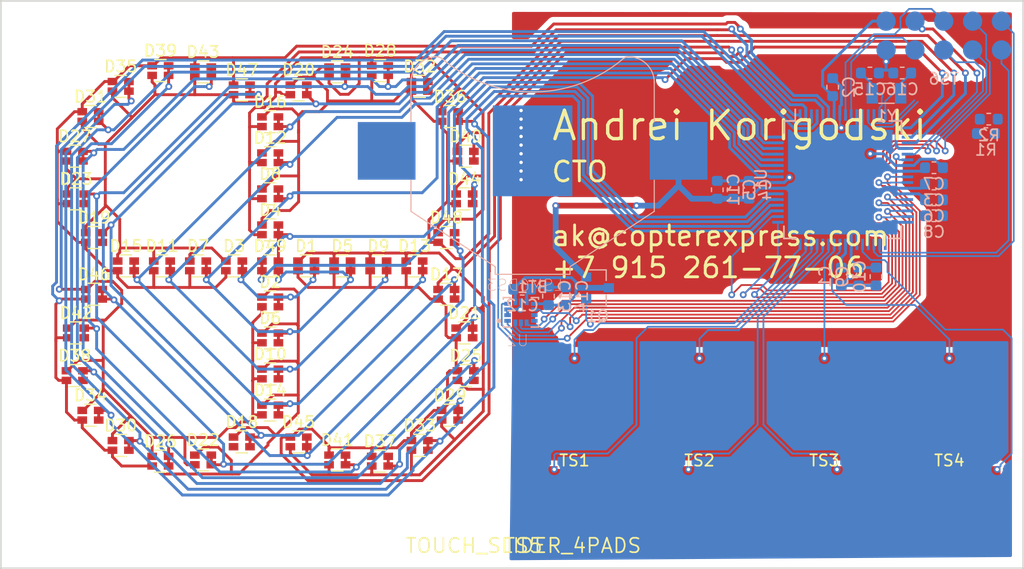
<source format=kicad_pcb>
(kicad_pcb (version 20171130) (host pcbnew 5.0.2+dfsg1-1~bpo9+1)
  (layers (0 F.Cu signal) (31 B.Cu signal) (34 B.Paste user hide) (35 F.Paste user hide) (36 B.SilkS user hide) (37 F.SilkS user) (38 B.Mask user) (39 F.Mask user) (44 Edge.Cuts user))
  (net 0 "")
  (net 1 LED_K0)
  (net 2 LED_K1)
  (net 3 LED_A0)
  (net 4 LED_K3)
  (net 5 LED_K2)
  (net 6 LED_K4)
  (net 7 LED_K5)
  (net 8 LED_K7)
  (net 9 LED_K6)
  (net 10 LED_K8)
  (net 11 LED_A1)
  (net 12 LED_A2)
  (net 13 LED_A3)
  (net 14 LED_A4)
  (net 15 LED_A5)
  (net 16 LED_A6)
  (net 17 LED_A7)
  (net 18 LED_A8)
  (net 19 VDD)
  (net 20 GND)
  (net 21 N$7)
  (net 22 N$6)
  (net 23 N$13)
  (net 24 N$14)
  (net 25 N$5)
  (net 26 N$19)
  (net 27 N$20)
  (net 28 N$16)
  (net 29 N$15)
  (net 30 N$17)
  (net 31 N$18)
  (net 32 N$12)
  (net 33 N$11)
  (net 34 TOUCH_PAD0)
  (net 35 N$1)
  (net 36 TOUCH_PAD1)
  (net 37 TOUCH_PAD2)
  (net 38 TOUCH_PAD3)
  (net 39 N$21)
  (net 40 N$22)
  (net 41 N$23)
  (net 42 N$8)
  (net 43 N$10)
  (net 44 N$9)
  (net 45 LED_K9)
  (net 46 LED_K10)
  (net 47 LED_K11)
  (net 48 N$4)
  (net 49 LFXTAL_P)
  (net 50 LFXTAL_N)
  (net 51 IMU_VDD)
  (net 52 N$24)
  (module footprints:LED_DUAL_0606 (layer F.Cu) (at 126.884 103.351)
    (fp_text reference D1 (at 0 -1.75) (layer F.SilkS))
    (fp_text value LED_Dual_AACC)
    (pad 3 smd rect (at 0.725 -0.425) (size 0.85 0.65) (layers F.Cu F.Paste F.Mask) (net 1 LED_K0))
    (pad 4 smd rect (at 0.725 0.425) (size 0.85 0.65) (layers F.Cu F.Paste F.Mask) (net 1 LED_K0))
    (pad 2 smd rect (at -0.725 0.425) (size 0.85 0.65) (layers F.Cu F.Paste F.Mask) (net 11 LED_A1))
    (pad 1 smd rect (at -0.725 -0.425) (size 0.85 0.65) (layers F.Cu F.Paste F.Mask) (net 3 LED_A0))
  )
  (module footprints:LED_DUAL_0606 (layer F.Cu) (at 123.709 106.526)
    (fp_text reference D2 (at 0 -1.75) (layer F.SilkS))
    (fp_text value LED_Dual_AACC)
    (pad 3 smd rect (at 0.725 -0.425) (size 0.85 0.65) (layers F.Cu F.Paste F.Mask) (net 1 LED_K0))
    (pad 4 smd rect (at 0.725 0.425) (size 0.85 0.65) (layers F.Cu F.Paste F.Mask) (net 1 LED_K0))
    (pad 2 smd rect (at -0.725 0.425) (size 0.85 0.65) (layers F.Cu F.Paste F.Mask) (net 13 LED_A3))
    (pad 1 smd rect (at -0.725 -0.425) (size 0.85 0.65) (layers F.Cu F.Paste F.Mask) (net 12 LED_A2))
  )
  (module footprints:LED_DUAL_0606 (layer F.Cu) (at 120.534 103.351)
    (fp_text reference D3 (at 0 -1.75) (layer F.SilkS))
    (fp_text value LED_Dual_AACC)
    (pad 3 smd rect (at 0.725 -0.425) (size 0.85 0.65) (layers F.Cu F.Paste F.Mask) (net 1 LED_K0))
    (pad 4 smd rect (at 0.725 0.425) (size 0.85 0.65) (layers F.Cu F.Paste F.Mask) (net 1 LED_K0))
    (pad 2 smd rect (at -0.725 0.425) (size 0.85 0.65) (layers F.Cu F.Paste F.Mask) (net 15 LED_A5))
    (pad 1 smd rect (at -0.725 -0.425) (size 0.85 0.65) (layers F.Cu F.Paste F.Mask) (net 14 LED_A4))
  )
  (module footprints:LED_DUAL_0606 (layer F.Cu) (at 123.709 100.176)
    (fp_text reference D4 (at 0 -1.75) (layer F.SilkS))
    (fp_text value LED_Dual_AACC)
    (pad 3 smd rect (at 0.725 -0.425) (size 0.85 0.65) (layers F.Cu F.Paste F.Mask) (net 1 LED_K0))
    (pad 4 smd rect (at 0.725 0.425) (size 0.85 0.65) (layers F.Cu F.Paste F.Mask) (net 1 LED_K0))
    (pad 2 smd rect (at -0.725 0.425) (size 0.85 0.65) (layers F.Cu F.Paste F.Mask) (net 17 LED_A7))
    (pad 1 smd rect (at -0.725 -0.425) (size 0.85 0.65) (layers F.Cu F.Paste F.Mask) (net 16 LED_A6))
  )
  (module footprints:LED_DUAL_0606 (layer F.Cu) (at 130.059 103.351)
    (fp_text reference D5 (at 0 -1.75) (layer F.SilkS))
    (fp_text value LED_Dual_AACC)
    (pad 3 smd rect (at 0.725 -0.425) (size 0.85 0.65) (layers F.Cu F.Paste F.Mask) (net 2 LED_K1))
    (pad 4 smd rect (at 0.725 0.425) (size 0.85 0.65) (layers F.Cu F.Paste F.Mask) (net 2 LED_K1))
    (pad 2 smd rect (at -0.725 0.425) (size 0.85 0.65) (layers F.Cu F.Paste F.Mask) (net 11 LED_A1))
    (pad 1 smd rect (at -0.725 -0.425) (size 0.85 0.65) (layers F.Cu F.Paste F.Mask) (net 3 LED_A0))
  )
  (module footprints:LED_DUAL_0606 (layer F.Cu) (at 123.709 109.701)
    (fp_text reference D6 (at 0 -1.75) (layer F.SilkS))
    (fp_text value LED_Dual_AACC)
    (pad 3 smd rect (at 0.725 -0.425) (size 0.85 0.65) (layers F.Cu F.Paste F.Mask) (net 2 LED_K1))
    (pad 4 smd rect (at 0.725 0.425) (size 0.85 0.65) (layers F.Cu F.Paste F.Mask) (net 2 LED_K1))
    (pad 2 smd rect (at -0.725 0.425) (size 0.85 0.65) (layers F.Cu F.Paste F.Mask) (net 13 LED_A3))
    (pad 1 smd rect (at -0.725 -0.425) (size 0.85 0.65) (layers F.Cu F.Paste F.Mask) (net 12 LED_A2))
  )
  (module footprints:LED_DUAL_0606 (layer F.Cu) (at 117.359 103.351)
    (fp_text reference D7 (at 0 -1.75) (layer F.SilkS))
    (fp_text value LED_Dual_AACC)
    (pad 3 smd rect (at 0.725 -0.425) (size 0.85 0.65) (layers F.Cu F.Paste F.Mask) (net 2 LED_K1))
    (pad 4 smd rect (at 0.725 0.425) (size 0.85 0.65) (layers F.Cu F.Paste F.Mask) (net 2 LED_K1))
    (pad 2 smd rect (at -0.725 0.425) (size 0.85 0.65) (layers F.Cu F.Paste F.Mask) (net 15 LED_A5))
    (pad 1 smd rect (at -0.725 -0.425) (size 0.85 0.65) (layers F.Cu F.Paste F.Mask) (net 14 LED_A4))
  )
  (module footprints:LED_DUAL_0606 (layer F.Cu) (at 123.709 97.001)
    (fp_text reference D8 (at 0 -1.75) (layer F.SilkS))
    (fp_text value LED_Dual_AACC)
    (pad 3 smd rect (at 0.725 -0.425) (size 0.85 0.65) (layers F.Cu F.Paste F.Mask) (net 2 LED_K1))
    (pad 4 smd rect (at 0.725 0.425) (size 0.85 0.65) (layers F.Cu F.Paste F.Mask) (net 2 LED_K1))
    (pad 2 smd rect (at -0.725 0.425) (size 0.85 0.65) (layers F.Cu F.Paste F.Mask) (net 17 LED_A7))
    (pad 1 smd rect (at -0.725 -0.425) (size 0.85 0.65) (layers F.Cu F.Paste F.Mask) (net 16 LED_A6))
  )
  (module footprints:LED_DUAL_0606 (layer F.Cu) (at 133.234 103.351)
    (fp_text reference D9 (at 0 -1.75) (layer F.SilkS))
    (fp_text value LED_Dual_AACC)
    (pad 3 smd rect (at 0.725 -0.425) (size 0.85 0.65) (layers F.Cu F.Paste F.Mask) (net 5 LED_K2))
    (pad 4 smd rect (at 0.725 0.425) (size 0.85 0.65) (layers F.Cu F.Paste F.Mask) (net 5 LED_K2))
    (pad 2 smd rect (at -0.725 0.425) (size 0.85 0.65) (layers F.Cu F.Paste F.Mask) (net 11 LED_A1))
    (pad 1 smd rect (at -0.725 -0.425) (size 0.85 0.65) (layers F.Cu F.Paste F.Mask) (net 3 LED_A0))
  )
  (module footprints:LED_DUAL_0606 (layer F.Cu) (at 123.709 112.875999)
    (fp_text reference D10 (at 0 -1.75) (layer F.SilkS))
    (fp_text value LED_Dual_AACC)
    (pad 3 smd rect (at 0.725 -0.425) (size 0.85 0.65) (layers F.Cu F.Paste F.Mask) (net 5 LED_K2))
    (pad 4 smd rect (at 0.725 0.425) (size 0.85 0.65) (layers F.Cu F.Paste F.Mask) (net 5 LED_K2))
    (pad 2 smd rect (at -0.725 0.425) (size 0.85 0.65) (layers F.Cu F.Paste F.Mask) (net 13 LED_A3))
    (pad 1 smd rect (at -0.725 -0.425) (size 0.85 0.65) (layers F.Cu F.Paste F.Mask) (net 12 LED_A2))
  )
  (module footprints:LED_DUAL_0606 (layer F.Cu) (at 114.184 103.351)
    (fp_text reference D11 (at 0 -1.75) (layer F.SilkS))
    (fp_text value LED_Dual_AACC)
    (pad 3 smd rect (at 0.725 -0.425) (size 0.85 0.65) (layers F.Cu F.Paste F.Mask) (net 5 LED_K2))
    (pad 4 smd rect (at 0.725 0.425) (size 0.85 0.65) (layers F.Cu F.Paste F.Mask) (net 5 LED_K2))
    (pad 2 smd rect (at -0.725 0.425) (size 0.85 0.65) (layers F.Cu F.Paste F.Mask) (net 15 LED_A5))
    (pad 1 smd rect (at -0.725 -0.425) (size 0.85 0.65) (layers F.Cu F.Paste F.Mask) (net 14 LED_A4))
  )
  (module footprints:LED_DUAL_0606 (layer F.Cu) (at 123.709 93.826)
    (fp_text reference D12 (at 0 -1.75) (layer F.SilkS))
    (fp_text value LED_Dual_AACC)
    (pad 3 smd rect (at 0.725 -0.425) (size 0.85 0.65) (layers F.Cu F.Paste F.Mask) (net 5 LED_K2))
    (pad 4 smd rect (at 0.725 0.425) (size 0.85 0.65) (layers F.Cu F.Paste F.Mask) (net 5 LED_K2))
    (pad 2 smd rect (at -0.725 0.425) (size 0.85 0.65) (layers F.Cu F.Paste F.Mask) (net 17 LED_A7))
    (pad 1 smd rect (at -0.725 -0.425) (size 0.85 0.65) (layers F.Cu F.Paste F.Mask) (net 16 LED_A6))
  )
  (module footprints:LED_DUAL_0606 (layer F.Cu) (at 136.409 103.351)
    (fp_text reference D13 (at 0 -1.75) (layer F.SilkS))
    (fp_text value LED_Dual_AACC)
    (pad 3 smd rect (at 0.725 -0.425) (size 0.85 0.65) (layers F.Cu F.Paste F.Mask) (net 4 LED_K3))
    (pad 4 smd rect (at 0.725 0.425) (size 0.85 0.65) (layers F.Cu F.Paste F.Mask) (net 4 LED_K3))
    (pad 2 smd rect (at -0.725 0.425) (size 0.85 0.65) (layers F.Cu F.Paste F.Mask) (net 11 LED_A1))
    (pad 1 smd rect (at -0.725 -0.425) (size 0.85 0.65) (layers F.Cu F.Paste F.Mask) (net 3 LED_A0))
  )
  (module footprints:LED_DUAL_0606 (layer F.Cu) (at 123.709 116.051)
    (fp_text reference D14 (at 0 -1.75) (layer F.SilkS))
    (fp_text value LED_Dual_AACC)
    (pad 3 smd rect (at 0.725 -0.425) (size 0.85 0.65) (layers F.Cu F.Paste F.Mask) (net 4 LED_K3))
    (pad 4 smd rect (at 0.725 0.425) (size 0.85 0.65) (layers F.Cu F.Paste F.Mask) (net 4 LED_K3))
    (pad 2 smd rect (at -0.725 0.425) (size 0.85 0.65) (layers F.Cu F.Paste F.Mask) (net 13 LED_A3))
    (pad 1 smd rect (at -0.725 -0.425) (size 0.85 0.65) (layers F.Cu F.Paste F.Mask) (net 12 LED_A2))
  )
  (module footprints:LED_DUAL_0606 (layer F.Cu) (at 111.009 103.351)
    (fp_text reference D15 (at 0 -1.75) (layer F.SilkS))
    (fp_text value LED_Dual_AACC)
    (pad 3 smd rect (at 0.725 -0.425) (size 0.85 0.65) (layers F.Cu F.Paste F.Mask) (net 4 LED_K3))
    (pad 4 smd rect (at 0.725 0.425) (size 0.85 0.65) (layers F.Cu F.Paste F.Mask) (net 4 LED_K3))
    (pad 2 smd rect (at -0.725 0.425) (size 0.85 0.65) (layers F.Cu F.Paste F.Mask) (net 15 LED_A5))
    (pad 1 smd rect (at -0.725 -0.425) (size 0.85 0.65) (layers F.Cu F.Paste F.Mask) (net 14 LED_A4))
  )
  (module footprints:LED_DUAL_0606 (layer F.Cu) (at 123.709 90.651)
    (fp_text reference D16 (at 0 -1.75) (layer F.SilkS))
    (fp_text value LED_Dual_AACC)
    (pad 3 smd rect (at 0.725 -0.425) (size 0.85 0.65) (layers F.Cu F.Paste F.Mask) (net 4 LED_K3))
    (pad 4 smd rect (at 0.725 0.425) (size 0.85 0.65) (layers F.Cu F.Paste F.Mask) (net 4 LED_K3))
    (pad 2 smd rect (at -0.725 0.425) (size 0.85 0.65) (layers F.Cu F.Paste F.Mask) (net 17 LED_A7))
    (pad 1 smd rect (at -0.725 -0.425) (size 0.85 0.65) (layers F.Cu F.Paste F.Mask) (net 16 LED_A6))
  )
  (module footprints:LED_DUAL_0606 (layer F.Cu) (at 139.217852 105.850666)
    (fp_text reference D17 (at 0 -1.75) (layer F.SilkS))
    (fp_text value LED_Dual_AACC)
    (pad 3 smd rect (at 0.725 -0.425) (size 0.85 0.65) (layers F.Cu F.Paste F.Mask) (net 6 LED_K4))
    (pad 4 smd rect (at 0.725 0.425) (size 0.85 0.65) (layers F.Cu F.Paste F.Mask) (net 6 LED_K4))
    (pad 2 smd rect (at -0.725 0.425) (size 0.85 0.65) (layers F.Cu F.Paste F.Mask) (net 11 LED_A1))
    (pad 1 smd rect (at -0.725 -0.425) (size 0.85 0.65) (layers F.Cu F.Paste F.Mask) (net 3 LED_A0))
  )
  (module footprints:LED_DUAL_0606 (layer F.Cu) (at 121.209333 118.859852)
    (fp_text reference D18 (at 0 -1.75) (layer F.SilkS))
    (fp_text value LED_Dual_AACC)
    (pad 3 smd rect (at 0.725 -0.425) (size 0.85 0.65) (layers F.Cu F.Paste F.Mask) (net 6 LED_K4))
    (pad 4 smd rect (at 0.725 0.425) (size 0.85 0.65) (layers F.Cu F.Paste F.Mask) (net 6 LED_K4))
    (pad 2 smd rect (at -0.725 0.425) (size 0.85 0.65) (layers F.Cu F.Paste F.Mask) (net 13 LED_A3))
    (pad 1 smd rect (at -0.725 -0.425) (size 0.85 0.65) (layers F.Cu F.Paste F.Mask) (net 12 LED_A2))
  )
  (module footprints:LED_DUAL_0606 (layer F.Cu) (at 108.200147 100.851333)
    (fp_text reference D19 (at 0 -1.75) (layer F.SilkS))
    (fp_text value LED_Dual_AACC)
    (pad 3 smd rect (at 0.725 -0.425) (size 0.85 0.65) (layers F.Cu F.Paste F.Mask) (net 6 LED_K4))
    (pad 4 smd rect (at 0.725 0.425) (size 0.85 0.65) (layers F.Cu F.Paste F.Mask) (net 6 LED_K4))
    (pad 2 smd rect (at -0.725 0.425) (size 0.85 0.65) (layers F.Cu F.Paste F.Mask) (net 15 LED_A5))
    (pad 1 smd rect (at -0.725 -0.425) (size 0.85 0.65) (layers F.Cu F.Paste F.Mask) (net 14 LED_A4))
  )
  (module footprints:LED_DUAL_0606 (layer F.Cu) (at 126.208666 87.842147)
    (fp_text reference D20 (at 0 -1.75) (layer F.SilkS))
    (fp_text value LED_Dual_AACC)
    (pad 3 smd rect (at 0.725 -0.425) (size 0.85 0.65) (layers F.Cu F.Paste F.Mask) (net 6 LED_K4))
    (pad 4 smd rect (at 0.725 0.425) (size 0.85 0.65) (layers F.Cu F.Paste F.Mask) (net 6 LED_K4))
    (pad 2 smd rect (at -0.725 0.425) (size 0.85 0.65) (layers F.Cu F.Paste F.Mask) (net 17 LED_A7))
    (pad 1 smd rect (at -0.725 -0.425) (size 0.85 0.65) (layers F.Cu F.Paste F.Mask) (net 16 LED_A6))
  )
  (module footprints:LED_DUAL_0606 (layer F.Cu) (at 140.806919 109.258431)
    (fp_text reference D21 (at 0 -1.75) (layer F.SilkS))
    (fp_text value LED_Dual_AACC)
    (pad 3 smd rect (at 0.725 -0.425) (size 0.85 0.65) (layers F.Cu F.Paste F.Mask) (net 7 LED_K5))
    (pad 4 smd rect (at 0.725 0.425) (size 0.85 0.65) (layers F.Cu F.Paste F.Mask) (net 7 LED_K5))
    (pad 2 smd rect (at -0.725 0.425) (size 0.85 0.65) (layers F.Cu F.Paste F.Mask) (net 11 LED_A1))
    (pad 1 smd rect (at -0.725 -0.425) (size 0.85 0.65) (layers F.Cu F.Paste F.Mask) (net 3 LED_A0))
  )
  (module footprints:LED_DUAL_0606 (layer F.Cu) (at 117.801568 120.448919)
    (fp_text reference D22 (at 0 -1.75) (layer F.SilkS))
    (fp_text value LED_Dual_AACC)
    (pad 3 smd rect (at 0.725 -0.425) (size 0.85 0.65) (layers F.Cu F.Paste F.Mask) (net 7 LED_K5))
    (pad 4 smd rect (at 0.725 0.425) (size 0.85 0.65) (layers F.Cu F.Paste F.Mask) (net 7 LED_K5))
    (pad 2 smd rect (at -0.725 0.425) (size 0.85 0.65) (layers F.Cu F.Paste F.Mask) (net 13 LED_A3))
    (pad 1 smd rect (at -0.725 -0.425) (size 0.85 0.65) (layers F.Cu F.Paste F.Mask) (net 12 LED_A2))
  )
  (module footprints:LED_DUAL_0606 (layer F.Cu) (at 106.61108 97.443568)
    (fp_text reference D23 (at 0 -1.75) (layer F.SilkS))
    (fp_text value LED_Dual_AACC)
    (pad 3 smd rect (at 0.725 -0.425) (size 0.85 0.65) (layers F.Cu F.Paste F.Mask) (net 7 LED_K5))
    (pad 4 smd rect (at 0.725 0.425) (size 0.85 0.65) (layers F.Cu F.Paste F.Mask) (net 7 LED_K5))
    (pad 2 smd rect (at -0.725 0.425) (size 0.85 0.65) (layers F.Cu F.Paste F.Mask) (net 15 LED_A5))
    (pad 1 smd rect (at -0.725 -0.425) (size 0.85 0.65) (layers F.Cu F.Paste F.Mask) (net 14 LED_A4))
  )
  (module footprints:LED_DUAL_0606 (layer F.Cu) (at 129.616431 86.25308)
    (fp_text reference D24 (at 0 -1.75) (layer F.SilkS))
    (fp_text value LED_Dual_AACC)
    (pad 3 smd rect (at 0.725 -0.425) (size 0.85 0.65) (layers F.Cu F.Paste F.Mask) (net 7 LED_K5))
    (pad 4 smd rect (at 0.725 0.425) (size 0.85 0.65) (layers F.Cu F.Paste F.Mask) (net 7 LED_K5))
    (pad 2 smd rect (at -0.725 0.425) (size 0.85 0.65) (layers F.Cu F.Paste F.Mask) (net 17 LED_A7))
    (pad 1 smd rect (at -0.725 -0.425) (size 0.85 0.65) (layers F.Cu F.Paste F.Mask) (net 16 LED_A6))
  )
  (module footprints:LED_DUAL_0606 (layer F.Cu) (at 140.916279 113.016892)
    (fp_text reference D25 (at 0 -1.75) (layer F.SilkS))
    (fp_text value LED_Dual_AACC)
    (pad 3 smd rect (at 0.725 -0.425) (size 0.85 0.65) (layers F.Cu F.Paste F.Mask) (net 9 LED_K6))
    (pad 4 smd rect (at 0.725 0.425) (size 0.85 0.65) (layers F.Cu F.Paste F.Mask) (net 9 LED_K6))
    (pad 2 smd rect (at -0.725 0.425) (size 0.85 0.65) (layers F.Cu F.Paste F.Mask) (net 3 LED_A0))
    (pad 1 smd rect (at -0.725 -0.425) (size 0.85 0.65) (layers F.Cu F.Paste F.Mask) (net 11 LED_A1))
  )
  (module footprints:LED_DUAL_0606 (layer F.Cu) (at 114.043107 120.558279)
    (fp_text reference D26 (at 0 -1.75) (layer F.SilkS))
    (fp_text value LED_Dual_AACC)
    (pad 3 smd rect (at 0.725 -0.425) (size 0.85 0.65) (layers F.Cu F.Paste F.Mask) (net 9 LED_K6))
    (pad 4 smd rect (at 0.725 0.425) (size 0.85 0.65) (layers F.Cu F.Paste F.Mask) (net 9 LED_K6))
    (pad 2 smd rect (at -0.725 0.425) (size 0.85 0.65) (layers F.Cu F.Paste F.Mask) (net 12 LED_A2))
    (pad 1 smd rect (at -0.725 -0.425) (size 0.85 0.65) (layers F.Cu F.Paste F.Mask) (net 13 LED_A3))
  )
  (module footprints:LED_DUAL_0606 (layer F.Cu) (at 106.50172 93.685107)
    (fp_text reference D27 (at 0 -1.75) (layer F.SilkS))
    (fp_text value LED_Dual_AACC)
    (pad 3 smd rect (at 0.725 -0.425) (size 0.85 0.65) (layers F.Cu F.Paste F.Mask) (net 9 LED_K6))
    (pad 4 smd rect (at 0.725 0.425) (size 0.85 0.65) (layers F.Cu F.Paste F.Mask) (net 9 LED_K6))
    (pad 2 smd rect (at -0.725 0.425) (size 0.85 0.65) (layers F.Cu F.Paste F.Mask) (net 14 LED_A4))
    (pad 1 smd rect (at -0.725 -0.425) (size 0.85 0.65) (layers F.Cu F.Paste F.Mask) (net 15 LED_A5))
  )
  (module footprints:LED_DUAL_0606 (layer F.Cu) (at 133.374892 86.14372)
    (fp_text reference D28 (at 0 -1.75) (layer F.SilkS))
    (fp_text value LED_Dual_AACC)
    (pad 3 smd rect (at 0.725 -0.425) (size 0.85 0.65) (layers F.Cu F.Paste F.Mask) (net 9 LED_K6))
    (pad 4 smd rect (at 0.725 0.425) (size 0.85 0.65) (layers F.Cu F.Paste F.Mask) (net 9 LED_K6))
    (pad 2 smd rect (at -0.725 0.425) (size 0.85 0.65) (layers F.Cu F.Paste F.Mask) (net 16 LED_A6))
    (pad 1 smd rect (at -0.725 -0.425) (size 0.85 0.65) (layers F.Cu F.Paste F.Mask) (net 17 LED_A7))
  )
  (module footprints:LED_DUAL_0606 (layer F.Cu) (at 139.528045 116.511287)
    (fp_text reference D29 (at 0 -1.75) (layer F.SilkS))
    (fp_text value LED_Dual_AACC)
    (pad 3 smd rect (at 0.725 -0.425) (size 0.85 0.65) (layers F.Cu F.Paste F.Mask) (net 8 LED_K7))
    (pad 4 smd rect (at 0.725 0.425) (size 0.85 0.65) (layers F.Cu F.Paste F.Mask) (net 8 LED_K7))
    (pad 2 smd rect (at -0.725 0.425) (size 0.85 0.65) (layers F.Cu F.Paste F.Mask) (net 3 LED_A0))
    (pad 1 smd rect (at -0.725 -0.425) (size 0.85 0.65) (layers F.Cu F.Paste F.Mask) (net 11 LED_A1))
  )
  (module footprints:LED_DUAL_0606 (layer F.Cu) (at 110.548712 119.170045)
    (fp_text reference D30 (at 0 -1.75) (layer F.SilkS))
    (fp_text value LED_Dual_AACC)
    (pad 3 smd rect (at 0.725 -0.425) (size 0.85 0.65) (layers F.Cu F.Paste F.Mask) (net 8 LED_K7))
    (pad 4 smd rect (at 0.725 0.425) (size 0.85 0.65) (layers F.Cu F.Paste F.Mask) (net 8 LED_K7))
    (pad 2 smd rect (at -0.725 0.425) (size 0.85 0.65) (layers F.Cu F.Paste F.Mask) (net 12 LED_A2))
    (pad 1 smd rect (at -0.725 -0.425) (size 0.85 0.65) (layers F.Cu F.Paste F.Mask) (net 13 LED_A3))
  )
  (module footprints:LED_DUAL_0606 (layer F.Cu) (at 107.889954 90.190712)
    (fp_text reference D31 (at 0 -1.75) (layer F.SilkS))
    (fp_text value LED_Dual_AACC)
    (pad 3 smd rect (at 0.725 -0.425) (size 0.85 0.65) (layers F.Cu F.Paste F.Mask) (net 8 LED_K7))
    (pad 4 smd rect (at 0.725 0.425) (size 0.85 0.65) (layers F.Cu F.Paste F.Mask) (net 8 LED_K7))
    (pad 2 smd rect (at -0.725 0.425) (size 0.85 0.65) (layers F.Cu F.Paste F.Mask) (net 14 LED_A4))
    (pad 1 smd rect (at -0.725 -0.425) (size 0.85 0.65) (layers F.Cu F.Paste F.Mask) (net 15 LED_A5))
  )
  (module footprints:LED_DUAL_0606 (layer F.Cu) (at 136.869287 87.531954)
    (fp_text reference D32 (at 0 -1.75) (layer F.SilkS))
    (fp_text value LED_Dual_AACC)
    (pad 3 smd rect (at 0.725 -0.425) (size 0.85 0.65) (layers F.Cu F.Paste F.Mask) (net 8 LED_K7))
    (pad 4 smd rect (at 0.725 0.425) (size 0.85 0.65) (layers F.Cu F.Paste F.Mask) (net 8 LED_K7))
    (pad 2 smd rect (at -0.725 0.425) (size 0.85 0.65) (layers F.Cu F.Paste F.Mask) (net 16 LED_A6))
    (pad 1 smd rect (at -0.725 -0.425) (size 0.85 0.65) (layers F.Cu F.Paste F.Mask) (net 17 LED_A7))
  )
  (module footprints:LED_DUAL_0606 (layer F.Cu) (at 136.869287 119.170045)
    (fp_text reference D33 (at 0 -1.75) (layer F.SilkS))
    (fp_text value LED_Dual_AACC)
    (pad 3 smd rect (at 0.725 -0.425) (size 0.85 0.65) (layers F.Cu F.Paste F.Mask) (net 10 LED_K8))
    (pad 4 smd rect (at 0.725 0.425) (size 0.85 0.65) (layers F.Cu F.Paste F.Mask) (net 10 LED_K8))
    (pad 2 smd rect (at -0.725 0.425) (size 0.85 0.65) (layers F.Cu F.Paste F.Mask) (net 3 LED_A0))
    (pad 1 smd rect (at -0.725 -0.425) (size 0.85 0.65) (layers F.Cu F.Paste F.Mask) (net 11 LED_A1))
  )
  (module footprints:LED_DUAL_0606 (layer F.Cu) (at 107.889954 116.511287)
    (fp_text reference D34 (at 0 -1.75) (layer F.SilkS))
    (fp_text value LED_Dual_AACC)
    (pad 3 smd rect (at 0.725 -0.425) (size 0.85 0.65) (layers F.Cu F.Paste F.Mask) (net 10 LED_K8))
    (pad 4 smd rect (at 0.725 0.425) (size 0.85 0.65) (layers F.Cu F.Paste F.Mask) (net 10 LED_K8))
    (pad 2 smd rect (at -0.725 0.425) (size 0.85 0.65) (layers F.Cu F.Paste F.Mask) (net 12 LED_A2))
    (pad 1 smd rect (at -0.725 -0.425) (size 0.85 0.65) (layers F.Cu F.Paste F.Mask) (net 13 LED_A3))
  )
  (module footprints:LED_DUAL_0606 (layer F.Cu) (at 110.548712 87.531954)
    (fp_text reference D35 (at 0 -1.75) (layer F.SilkS))
    (fp_text value LED_Dual_AACC)
    (pad 3 smd rect (at 0.725 -0.425) (size 0.85 0.65) (layers F.Cu F.Paste F.Mask) (net 10 LED_K8))
    (pad 4 smd rect (at 0.725 0.425) (size 0.85 0.65) (layers F.Cu F.Paste F.Mask) (net 10 LED_K8))
    (pad 2 smd rect (at -0.725 0.425) (size 0.85 0.65) (layers F.Cu F.Paste F.Mask) (net 14 LED_A4))
    (pad 1 smd rect (at -0.725 -0.425) (size 0.85 0.65) (layers F.Cu F.Paste F.Mask) (net 15 LED_A5))
  )
  (module footprints:LED_DUAL_0606 (layer F.Cu) (at 139.528045 90.190712)
    (fp_text reference D36 (at 0 -1.75) (layer F.SilkS))
    (fp_text value LED_Dual_AACC)
    (pad 3 smd rect (at 0.725 -0.425) (size 0.85 0.65) (layers F.Cu F.Paste F.Mask) (net 10 LED_K8))
    (pad 4 smd rect (at 0.725 0.425) (size 0.85 0.65) (layers F.Cu F.Paste F.Mask) (net 10 LED_K8))
    (pad 2 smd rect (at -0.725 0.425) (size 0.85 0.65) (layers F.Cu F.Paste F.Mask) (net 16 LED_A6))
    (pad 1 smd rect (at -0.725 -0.425) (size 0.85 0.65) (layers F.Cu F.Paste F.Mask) (net 17 LED_A7))
  )
  (module footprints:LED_DUAL_0606 (layer F.Cu) (at 133.374892 120.558279)
    (fp_text reference D37 (at 0 -1.75) (layer F.SilkS))
    (fp_text value LED_Dual_AACC)
    (pad 3 smd rect (at 0.725 -0.425) (size 0.85 0.65) (layers F.Cu F.Paste F.Mask) (net 45 LED_K9))
    (pad 4 smd rect (at 0.725 0.425) (size 0.85 0.65) (layers F.Cu F.Paste F.Mask) (net 45 LED_K9))
    (pad 2 smd rect (at -0.725 0.425) (size 0.85 0.65) (layers F.Cu F.Paste F.Mask) (net 3 LED_A0))
    (pad 1 smd rect (at -0.725 -0.425) (size 0.85 0.65) (layers F.Cu F.Paste F.Mask) (net 11 LED_A1))
  )
  (module footprints:LED_DUAL_0606 (layer F.Cu) (at 106.50172 113.016892)
    (fp_text reference D38 (at 0 -1.75) (layer F.SilkS))
    (fp_text value LED_Dual_AACC)
    (pad 3 smd rect (at 0.725 -0.425) (size 0.85 0.65) (layers F.Cu F.Paste F.Mask) (net 45 LED_K9))
    (pad 4 smd rect (at 0.725 0.425) (size 0.85 0.65) (layers F.Cu F.Paste F.Mask) (net 45 LED_K9))
    (pad 2 smd rect (at -0.725 0.425) (size 0.85 0.65) (layers F.Cu F.Paste F.Mask) (net 12 LED_A2))
    (pad 1 smd rect (at -0.725 -0.425) (size 0.85 0.65) (layers F.Cu F.Paste F.Mask) (net 13 LED_A3))
  )
  (module footprints:LED_DUAL_0606 (layer F.Cu) (at 114.043107 86.14372)
    (fp_text reference D39 (at 0 -1.75) (layer F.SilkS))
    (fp_text value LED_Dual_AACC)
    (pad 3 smd rect (at 0.725 -0.425) (size 0.85 0.65) (layers F.Cu F.Paste F.Mask) (net 45 LED_K9))
    (pad 4 smd rect (at 0.725 0.425) (size 0.85 0.65) (layers F.Cu F.Paste F.Mask) (net 45 LED_K9))
    (pad 2 smd rect (at -0.725 0.425) (size 0.85 0.65) (layers F.Cu F.Paste F.Mask) (net 14 LED_A4))
    (pad 1 smd rect (at -0.725 -0.425) (size 0.85 0.65) (layers F.Cu F.Paste F.Mask) (net 15 LED_A5))
  )
  (module footprints:LED_DUAL_0606 (layer F.Cu) (at 140.916279 93.685107)
    (fp_text reference D40 (at 0 -1.75) (layer F.SilkS))
    (fp_text value LED_Dual_AACC)
    (pad 3 smd rect (at 0.725 -0.425) (size 0.85 0.65) (layers F.Cu F.Paste F.Mask) (net 45 LED_K9))
    (pad 4 smd rect (at 0.725 0.425) (size 0.85 0.65) (layers F.Cu F.Paste F.Mask) (net 45 LED_K9))
    (pad 2 smd rect (at -0.725 0.425) (size 0.85 0.65) (layers F.Cu F.Paste F.Mask) (net 16 LED_A6))
    (pad 1 smd rect (at -0.725 -0.425) (size 0.85 0.65) (layers F.Cu F.Paste F.Mask) (net 17 LED_A7))
  )
  (module footprints:LED_DUAL_0606 (layer F.Cu) (at 129.616431 120.448919)
    (fp_text reference D41 (at 0 -1.75) (layer F.SilkS))
    (fp_text value LED_Dual_AACC)
    (pad 3 smd rect (at 0.725 -0.425) (size 0.85 0.65) (layers F.Cu F.Paste F.Mask) (net 46 LED_K10))
    (pad 4 smd rect (at 0.725 0.425) (size 0.85 0.65) (layers F.Cu F.Paste F.Mask) (net 46 LED_K10))
    (pad 2 smd rect (at -0.725 0.425) (size 0.85 0.65) (layers F.Cu F.Paste F.Mask) (net 3 LED_A0))
    (pad 1 smd rect (at -0.725 -0.425) (size 0.85 0.65) (layers F.Cu F.Paste F.Mask) (net 11 LED_A1))
  )
  (module footprints:LED_DUAL_0606 (layer F.Cu) (at 106.61108 109.258431)
    (fp_text reference D42 (at 0 -1.75) (layer F.SilkS))
    (fp_text value LED_Dual_AACC)
    (pad 3 smd rect (at 0.725 -0.425) (size 0.85 0.65) (layers F.Cu F.Paste F.Mask) (net 46 LED_K10))
    (pad 4 smd rect (at 0.725 0.425) (size 0.85 0.65) (layers F.Cu F.Paste F.Mask) (net 46 LED_K10))
    (pad 2 smd rect (at -0.725 0.425) (size 0.85 0.65) (layers F.Cu F.Paste F.Mask) (net 12 LED_A2))
    (pad 1 smd rect (at -0.725 -0.425) (size 0.85 0.65) (layers F.Cu F.Paste F.Mask) (net 13 LED_A3))
  )
  (module footprints:LED_DUAL_0606 (layer F.Cu) (at 117.801568 86.25308)
    (fp_text reference D43 (at 0 -1.75) (layer F.SilkS))
    (fp_text value LED_Dual_AACC)
    (pad 3 smd rect (at 0.725 -0.425) (size 0.85 0.65) (layers F.Cu F.Paste F.Mask) (net 46 LED_K10))
    (pad 4 smd rect (at 0.725 0.425) (size 0.85 0.65) (layers F.Cu F.Paste F.Mask) (net 46 LED_K10))
    (pad 2 smd rect (at -0.725 0.425) (size 0.85 0.65) (layers F.Cu F.Paste F.Mask) (net 14 LED_A4))
    (pad 1 smd rect (at -0.725 -0.425) (size 0.85 0.65) (layers F.Cu F.Paste F.Mask) (net 15 LED_A5))
  )
  (module footprints:LED_DUAL_0606 (layer F.Cu) (at 140.806919 97.443568)
    (fp_text reference D44 (at 0 -1.75) (layer F.SilkS))
    (fp_text value LED_Dual_AACC)
    (pad 3 smd rect (at 0.725 -0.425) (size 0.85 0.65) (layers F.Cu F.Paste F.Mask) (net 46 LED_K10))
    (pad 4 smd rect (at 0.725 0.425) (size 0.85 0.65) (layers F.Cu F.Paste F.Mask) (net 46 LED_K10))
    (pad 2 smd rect (at -0.725 0.425) (size 0.85 0.65) (layers F.Cu F.Paste F.Mask) (net 16 LED_A6))
    (pad 1 smd rect (at -0.725 -0.425) (size 0.85 0.65) (layers F.Cu F.Paste F.Mask) (net 17 LED_A7))
  )
  (module footprints:LED_DUAL_0606 (layer F.Cu) (at 126.208666 118.859852)
    (fp_text reference D45 (at 0 -1.75) (layer F.SilkS))
    (fp_text value LED_Dual_AACC)
    (pad 3 smd rect (at 0.725 -0.425) (size 0.85 0.65) (layers F.Cu F.Paste F.Mask) (net 47 LED_K11))
    (pad 4 smd rect (at 0.725 0.425) (size 0.85 0.65) (layers F.Cu F.Paste F.Mask) (net 47 LED_K11))
    (pad 2 smd rect (at -0.725 0.425) (size 0.85 0.65) (layers F.Cu F.Paste F.Mask) (net 3 LED_A0))
    (pad 1 smd rect (at -0.725 -0.425) (size 0.85 0.65) (layers F.Cu F.Paste F.Mask) (net 11 LED_A1))
  )
  (module footprints:LED_DUAL_0606 (layer F.Cu) (at 108.200147 105.850666)
    (fp_text reference D46 (at 0 -1.75) (layer F.SilkS))
    (fp_text value LED_Dual_AACC)
    (pad 3 smd rect (at 0.725 -0.425) (size 0.85 0.65) (layers F.Cu F.Paste F.Mask) (net 47 LED_K11))
    (pad 4 smd rect (at 0.725 0.425) (size 0.85 0.65) (layers F.Cu F.Paste F.Mask) (net 47 LED_K11))
    (pad 2 smd rect (at -0.725 0.425) (size 0.85 0.65) (layers F.Cu F.Paste F.Mask) (net 12 LED_A2))
    (pad 1 smd rect (at -0.725 -0.425) (size 0.85 0.65) (layers F.Cu F.Paste F.Mask) (net 13 LED_A3))
  )
  (module footprints:LED_DUAL_0606 (layer F.Cu) (at 121.209333 87.842147)
    (fp_text reference D47 (at 0 -1.75) (layer F.SilkS))
    (fp_text value LED_Dual_AACC)
    (pad 3 smd rect (at 0.725 -0.425) (size 0.85 0.65) (layers F.Cu F.Paste F.Mask) (net 47 LED_K11))
    (pad 4 smd rect (at 0.725 0.425) (size 0.85 0.65) (layers F.Cu F.Paste F.Mask) (net 47 LED_K11))
    (pad 2 smd rect (at -0.725 0.425) (size 0.85 0.65) (layers F.Cu F.Paste F.Mask) (net 14 LED_A4))
    (pad 1 smd rect (at -0.725 -0.425) (size 0.85 0.65) (layers F.Cu F.Paste F.Mask) (net 15 LED_A5))
  )
  (module footprints:LED_DUAL_0606 (layer F.Cu) (at 139.217852 100.851333)
    (fp_text reference D48 (at 0 -1.75) (layer F.SilkS))
    (fp_text value LED_Dual_AACC)
    (pad 3 smd rect (at 0.725 -0.425) (size 0.85 0.65) (layers F.Cu F.Paste F.Mask) (net 47 LED_K11))
    (pad 4 smd rect (at 0.725 0.425) (size 0.85 0.65) (layers F.Cu F.Paste F.Mask) (net 47 LED_K11))
    (pad 2 smd rect (at -0.725 0.425) (size 0.85 0.65) (layers F.Cu F.Paste F.Mask) (net 16 LED_A6))
    (pad 1 smd rect (at -0.725 -0.425) (size 0.85 0.65) (layers F.Cu F.Paste F.Mask) (net 17 LED_A7))
  )
  (module footprints:LED_DUAL_0606 (layer F.Cu) (at 123.709 103.351)
    (fp_text reference D49 (at 0 -1.75) (layer F.SilkS))
    (fp_text value LED_Dual_AACC)
    (pad 3 smd rect (at 0.725 -0.425) (size 0.85 0.65) (layers F.Cu F.Paste F.Mask) (net 1 LED_K0))
    (pad 4 smd rect (at 0.725 0.425) (size 0.85 0.65) (layers F.Cu F.Paste F.Mask) (net 2 LED_K1))
    (pad 2 smd rect (at -0.725 0.425) (size 0.85 0.65) (layers F.Cu F.Paste F.Mask) (net 18 LED_A8))
    (pad 1 smd rect (at -0.725 -0.425) (size 0.85 0.65) (layers F.Cu F.Paste F.Mask) (net 18 LED_A8))
  )
  (module Resistor_SMD:R_0603_1608Metric (layer B.Cu) (at 186.7155 91.694)
    (fp_text reference R1 (at 0 1.43) (layer B.SilkS) (effects (justify mirror)))
    (fp_text value 0)
    (pad 2 smd roundrect (at 0.7875 0) (size 0.875 0.95) (layers B.Cu B.Paste B.Mask) (net 20 GND))
    (pad 1 smd roundrect (at -0.7875 0) (size 0.875 0.95) (layers B.Cu B.Paste B.Mask) (net 41 N$23))
  )
  (module Package_QFP:LQFP-64_10x10mm_P0.5mm (layer B.Cu) (at 174.10708 95.75756 270)
    (fp_text reference U1 (at 0 7.2 270) (layer B.SilkS) (effects (justify mirror)))
    (fp_text value EFM32LG232F64)
    (pad 64 smd rect (at -3.75 5.7 180) (size 1 0.25) (layers B.Cu B.Paste B.Mask) (net 8 LED_K7))
    (pad 63 smd rect (at -3.25 5.7 180) (size 1 0.25) (layers B.Cu B.Paste B.Mask) (net 9 LED_K6))
    (pad 62 smd rect (at -2.75 5.7 180) (size 1 0.25) (layers B.Cu B.Paste B.Mask) (net 7 LED_K5))
    (pad 61 smd rect (at -2.25 5.7 180) (size 1 0.25) (layers B.Cu B.Paste B.Mask) (net 6 LED_K4))
    (pad 60 smd rect (at -1.75 5.7 180) (size 1 0.25) (layers B.Cu B.Paste B.Mask) (net 4 LED_K3))
    (pad 59 smd rect (at -1.25 5.7 180) (size 1 0.25) (layers B.Cu B.Paste B.Mask) (net 5 LED_K2))
    (pad 58 smd rect (at -0.75 5.7 180) (size 1 0.25) (layers B.Cu B.Paste B.Mask) (net 2 LED_K1))
    (pad 57 smd rect (at -0.25 5.7 180) (size 1 0.25) (layers B.Cu B.Paste B.Mask) (net 1 LED_K0))
    (pad 56 smd rect (at 0.25 5.7 180) (size 1 0.25) (layers B.Cu B.Paste B.Mask) (net 20 GND))
    (pad 55 smd rect (at 0.75 5.7 180) (size 1 0.25) (layers B.Cu B.Paste B.Mask) (net 19 VDD))
    (pad 54 smd rect (at 1.25 5.7 180) (size 1 0.25) (layers B.Cu B.Paste B.Mask) (net 47 LED_K11))
    (pad 53 smd rect (at 1.75 5.7 180) (size 1 0.25) (layers B.Cu B.Paste B.Mask) (net 46 LED_K10))
    (pad 52 smd rect (at 2.25 5.7 180) (size 1 0.25) (layers B.Cu B.Paste B.Mask) (net 45 LED_K9))
    (pad 51 smd rect (at 2.75 5.7 180) (size 1 0.25) (layers B.Cu B.Paste B.Mask) (net 10 LED_K8))
    (pad 50 smd rect (at 3.25 5.7 180) (size 1 0.25) (layers B.Cu B.Paste B.Mask) (net 42 N$8))
    (pad 49 smd rect (at 3.75 5.7 180) (size 1 0.25) (layers B.Cu B.Paste B.Mask) (net 44 N$9))
    (pad 48 smd rect (at 5.7 3.75 270) (size 1 0.25) (layers B.Cu B.Paste B.Mask) (net 21 N$7))
    (pad 47 smd rect (at 5.7 3.25 270) (size 1 0.25) (layers B.Cu B.Paste B.Mask) (net 34 TOUCH_PAD0))
    (pad 46 smd rect (at 5.7 2.75 270) (size 1 0.25) (layers B.Cu B.Paste B.Mask) (net 26 N$19))
    (pad 45 smd rect (at 5.7 2.25 270) (size 1 0.25) (layers B.Cu B.Paste B.Mask) (net 36 TOUCH_PAD1))
    (pad 44 smd rect (at 5.7 1.75 270) (size 1 0.25) (layers B.Cu B.Paste B.Mask) (net 27 N$20))
    (pad 43 smd rect (at 5.7 1.25 270) (size 1 0.25) (layers B.Cu B.Paste B.Mask) (net 39 N$21))
    (pad 42 smd rect (at 5.7 0.75 270) (size 1 0.25) (layers B.Cu B.Paste B.Mask) (net 37 TOUCH_PAD2))
    (pad 41 smd rect (at 5.7 0.25 270) (size 1 0.25) (layers B.Cu B.Paste B.Mask) (net 38 TOUCH_PAD3))
    (pad 40 smd rect (at 5.7 -0.25 270) (size 1 0.25) (layers B.Cu B.Paste B.Mask) (net 35 N$1))
    (pad 39 smd rect (at 5.7 -0.75 270) (size 1 0.25) (layers B.Cu B.Paste B.Mask) (net 19 VDD))
    (pad 38 smd rect (at 5.7 -1.25 270) (size 1 0.25) (layers B.Cu B.Paste B.Mask) (net 19 VDD))
    (pad 37 smd rect (at 5.7 -1.75 270) (size 1 0.25) (layers B.Cu B.Paste B.Mask) (net 40 N$22))
    (pad 36 smd rect (at 5.7 -2.25 270) (size 1 0.25) (layers B.Cu B.Paste B.Mask) (net 19 VDD))
    (pad 35 smd rect (at 5.7 -2.75 270) (size 1 0.25) (layers B.Cu B.Paste B.Mask) (net 43 N$10))
    (pad 34 smd rect (at 5.7 -3.25 270) (size 1 0.25) (layers B.Cu B.Paste B.Mask) (net 33 N$11))
    (pad 33 smd rect (at 5.7 -3.75 270) (size 1 0.25) (layers B.Cu B.Paste B.Mask) (net 19 VDD))
    (pad 32 smd rect (at 3.75 -5.7 180) (size 1 0.25) (layers B.Cu B.Paste B.Mask) (net 19 VDD))
    (pad 31 smd rect (at 3.25 -5.7 180) (size 1 0.25) (layers B.Cu B.Paste B.Mask) (net 28 N$16))
    (pad 30 smd rect (at 2.75 -5.7 180) (size 1 0.25) (layers B.Cu B.Paste B.Mask) (net 29 N$15))
    (pad 29 smd rect (at 2.25 -5.7 180) (size 1 0.25) (layers B.Cu B.Paste B.Mask) (net 23 N$13))
    (pad 28 smd rect (at 1.75 -5.7 180) (size 1 0.25) (layers B.Cu B.Paste B.Mask) (net 24 N$14))
    (pad 27 smd rect (at 1.25 -5.7 180) (size 1 0.25) (layers B.Cu B.Paste B.Mask) (net 19 VDD))
    (pad 26 smd rect (at 0.75 -5.7 180) (size 1 0.25) (layers B.Cu B.Paste B.Mask) (net 19 VDD))
    (pad 25 smd rect (at 0.25 -5.7 180) (size 1 0.25) (layers B.Cu B.Paste B.Mask) (net 31 N$18))
    (pad 24 smd rect (at -0.25 -5.7 180) (size 1 0.25) (layers B.Cu B.Paste B.Mask) (net 30 N$17))
    (pad 23 smd rect (at -0.75 -5.7 180) (size 1 0.25) (layers B.Cu B.Paste B.Mask) (net 19 VDD))
    (pad 22 smd rect (at -1.25 -5.7 180) (size 1 0.25) (layers B.Cu B.Paste B.Mask) (net 20 GND))
    (pad 21 smd rect (at -1.75 -5.7 180) (size 1 0.25) (layers B.Cu B.Paste B.Mask) (net 32 N$12))
    (pad 20 smd rect (at -2.25 -5.7 180) (size 1 0.25) (layers B.Cu B.Paste B.Mask) (net 48 N$4))
    (pad 19 smd rect (at -2.75 -5.7 180) (size 1 0.25) (layers B.Cu B.Paste B.Mask) (net 18 LED_A8))
    (pad 18 smd rect (at -3.25 -5.7 180) (size 1 0.25) (layers B.Cu B.Paste B.Mask) (net 17 LED_A7))
    (pad 17 smd rect (at -3.75 -5.7 180) (size 1 0.25) (layers B.Cu B.Paste B.Mask) (net 16 LED_A6))
    (pad 16 smd rect (at -5.7 -3.75 270) (size 1 0.25) (layers B.Cu B.Paste B.Mask) (net 50 LFXTAL_N))
    (pad 15 smd rect (at -5.7 -3.25 270) (size 1 0.25) (layers B.Cu B.Paste B.Mask) (net 49 LFXTAL_P))
    (pad 14 smd rect (at -5.7 -2.75 270) (size 1 0.25) (layers B.Cu B.Paste B.Mask) (net 52 N$24))
    (pad 13 smd rect (at -5.7 -2.25 270) (size 1 0.25) (layers B.Cu B.Paste B.Mask) (net 41 N$23))
    (pad 12 smd rect (at -5.7 -1.75 270) (size 1 0.25) (layers B.Cu B.Paste B.Mask) (net 19 VDD))
    (pad 11 smd rect (at -5.7 -1.25 270) (size 1 0.25) (layers B.Cu B.Paste B.Mask) (net 19 VDD))
    (pad 10 smd rect (at -5.7 -0.75 270) (size 1 0.25) (layers B.Cu B.Paste B.Mask) (net 25 N$5))
    (pad 9 smd rect (at -5.7 -0.25 270) (size 1 0.25) (layers B.Cu B.Paste B.Mask) (net 22 N$6))
    (pad 8 smd rect (at -5.7 0.25 270) (size 1 0.25) (layers B.Cu B.Paste B.Mask) (net 20 GND))
    (pad 7 smd rect (at -5.7 0.75 270) (size 1 0.25) (layers B.Cu B.Paste B.Mask) (net 19 VDD))
    (pad 6 smd rect (at -5.7 1.25 270) (size 1 0.25) (layers B.Cu B.Paste B.Mask) (net 15 LED_A5))
    (pad 5 smd rect (at -5.7 1.75 270) (size 1 0.25) (layers B.Cu B.Paste B.Mask) (net 14 LED_A4))
    (pad 4 smd rect (at -5.7 2.25 270) (size 1 0.25) (layers B.Cu B.Paste B.Mask) (net 13 LED_A3))
    (pad 3 smd rect (at -5.7 2.75 270) (size 1 0.25) (layers B.Cu B.Paste B.Mask) (net 12 LED_A2))
    (pad 2 smd rect (at -5.7 3.25 270) (size 1 0.25) (layers B.Cu B.Paste B.Mask) (net 11 LED_A1))
    (pad 1 smd rect (at -5.7 3.75 270) (size 1 0.25) (layers B.Cu B.Paste B.Mask) (net 3 LED_A0))
  )
  (module Crystal:Crystal_SMD_3215-2Pin_3.2x1.5mm (layer B.Cu) (at 177.96542 88.1507)
    (fp_text reference Y1 (at 0 2) (layer B.SilkS) (effects (justify mirror)))
    (fp_text value 32768Hz)
    (pad 1 smd rect (at -1.25 0) (size 1 1.8) (layers B.Cu B.Paste B.Mask) (net 49 LFXTAL_P))
    (pad 2 smd rect (at 1.25 0) (size 1 1.8) (layers B.Cu B.Paste B.Mask) (net 50 LFXTAL_N))
  )
  (module Capacitor_SMD:C_0603_1608Metric (layer B.Cu) (at 173.99 104.2925 270)
    (fp_text reference C1 (at 0 1.43 270) (layer B.SilkS) (effects (justify mirror)))
    (fp_text value 1uF)
    (pad 2 smd roundrect (at 0.7875 0 270) (size 0.875 0.95) (layers B.Cu B.Paste B.Mask) (net 20 GND))
    (pad 1 smd roundrect (at -0.7875 0 270) (size 0.875 0.95) (layers B.Cu B.Paste B.Mask) (net 35 N$1))
  )
  (module Capacitor_SMD:C_0603_1608Metric (layer B.Cu) (at 182.1435 96.139)
    (fp_text reference C3 (at 0 1.43) (layer B.SilkS) (effects (justify mirror)))
    (fp_text value 0.1uF)
    (pad 2 smd roundrect (at 0.7875 0) (size 0.875 0.95) (layers B.Cu B.Paste B.Mask) (net 20 GND))
    (pad 1 smd roundrect (at -0.7875 0) (size 0.875 0.95) (layers B.Cu B.Paste B.Mask) (net 19 VDD))
  )
  (module Capacitor_SMD:C_0603_1608Metric (layer B.Cu) (at 165.862 96.647 90)
    (fp_text reference C4 (at 0 1.43 90) (layer B.SilkS) (effects (justify mirror)))
    (fp_text value 0.1uF)
    (pad 2 smd roundrect (at 0.7875 0 90) (size 0.875 0.95) (layers B.Cu B.Paste B.Mask) (net 20 GND))
    (pad 1 smd roundrect (at -0.7875 0 90) (size 0.875 0.95) (layers B.Cu B.Paste B.Mask) (net 19 VDD))
  )
  (module Capacitor_SMD:C_0603_1608Metric (layer B.Cu) (at 164.465 96.647 90)
    (fp_text reference C5 (at 0 1.43 90) (layer B.SilkS) (effects (justify mirror)))
    (fp_text value 10uF)
    (pad 2 smd roundrect (at 0.7875 0 90) (size 0.875 0.95) (layers B.Cu B.Paste B.Mask) (net 20 GND))
    (pad 1 smd roundrect (at -0.7875 0 90) (size 0.875 0.95) (layers B.Cu B.Paste B.Mask) (net 19 VDD))
  )
  (module Capacitor_SMD:C_0603_1608Metric (layer B.Cu) (at 182.1435 97.536)
    (fp_text reference C6 (at 0 1.43) (layer B.SilkS) (effects (justify mirror)))
    (fp_text value 10nF)
    (pad 1 smd roundrect (at -0.7875 0) (size 0.875 0.95) (layers B.Cu B.Paste B.Mask) (net 19 VDD))
    (pad 2 smd roundrect (at 0.7875 0) (size 0.875 0.95) (layers B.Cu B.Paste B.Mask) (net 20 GND))
  )
  (module Capacitor_SMD:C_0603_1608Metric (layer B.Cu) (at 182.1435 94.7039)
    (fp_text reference C7 (at 0 1.43) (layer B.SilkS) (effects (justify mirror)))
    (fp_text value 10nF)
    (pad 2 smd roundrect (at 0.7875 0) (size 0.875 0.95) (layers B.Cu B.Paste B.Mask) (net 20 GND))
    (pad 1 smd roundrect (at -0.7875 0) (size 0.875 0.95) (layers B.Cu B.Paste B.Mask) (net 19 VDD))
  )
  (module Capacitor_SMD:C_0603_1608Metric (layer B.Cu) (at 182.1435 98.933)
    (fp_text reference C8 (at 0 1.43) (layer B.SilkS) (effects (justify mirror)))
    (fp_text value 10uF)
    (pad 2 smd roundrect (at 0.7875 0) (size 0.875 0.95) (layers B.Cu B.Paste B.Mask) (net 20 GND))
    (pad 1 smd roundrect (at -0.7875 0) (size 0.875 0.95) (layers B.Cu B.Paste B.Mask) (net 19 VDD))
  )
  (module Capacitor_SMD:C_0603_1608Metric (layer B.Cu) (at 175.514 104.2925 270)
    (fp_text reference C9 (at 0 1.43 270) (layer B.SilkS) (effects (justify mirror)))
    (fp_text value 0.1uF)
    (pad 2 smd roundrect (at 0.7875 0 270) (size 0.875 0.95) (layers B.Cu B.Paste B.Mask) (net 20 GND))
    (pad 1 smd roundrect (at -0.7875 0 270) (size 0.875 0.95) (layers B.Cu B.Paste B.Mask) (net 19 VDD))
  )
  (module Capacitor_SMD:C_0603_1608Metric (layer B.Cu) (at 177.038 104.2925 270)
    (fp_text reference C10 (at 0 1.43 270) (layer B.SilkS) (effects (justify mirror)))
    (fp_text value 3.3uF)
    (pad 2 smd roundrect (at 0.7875 0 270) (size 0.875 0.95) (layers B.Cu B.Paste B.Mask) (net 20 GND))
    (pad 1 smd roundrect (at -0.7875 0 270) (size 0.875 0.95) (layers B.Cu B.Paste B.Mask) (net 19 VDD))
  )
  (module Capacitor_SMD:C_0603_1608Metric (layer B.Cu) (at 163.068 96.647 90)
    (fp_text reference C11 (at 0 1.43 90) (layer B.SilkS) (effects (justify mirror)))
    (fp_text value 100uF)
    (pad 2 smd roundrect (at 0.7875 0 90) (size 0.875 0.95) (layers B.Cu B.Paste B.Mask) (net 20 GND))
    (pad 1 smd roundrect (at -0.7875 0 90) (size 0.875 0.95) (layers B.Cu B.Paste B.Mask) (net 19 VDD))
  )
  (module Capacitor_SMD:C_0603_1608Metric (layer B.Cu) (at 145.8975 105.41)
    (fp_text reference C12 (at 0 1.43) (layer B.SilkS) (effects (justify mirror)))
    (fp_text value 0.1uF)
    (pad 2 smd roundrect (at 0.7875 0) (size 0.875 0.95) (layers B.Cu B.Paste B.Mask) (net 20 GND))
    (pad 1 smd roundrect (at -0.7875 0) (size 0.875 0.95) (layers B.Cu B.Paste B.Mask) (net 51 IMU_VDD))
  )
  (module Capacitor_SMD:C_0603_1608Metric (layer B.Cu) (at 148.209 106.0195 90)
    (fp_text reference C13 (at 0 1.43 90) (layer B.SilkS) (effects (justify mirror)))
    (fp_text value 0.1uF)
    (pad 2 smd roundrect (at 0.7875 0 90) (size 0.875 0.95) (layers B.Cu B.Paste B.Mask) (net 20 GND))
    (pad 1 smd roundrect (at -0.7875 0 90) (size 0.875 0.95) (layers B.Cu B.Paste B.Mask) (net 51 IMU_VDD))
  )
  (module Resistor_SMD:R_0603_1608Metric (layer B.Cu) (at 186.9695 90.424)
    (fp_text reference R2 (at 0 1.43) (layer B.SilkS) (effects (justify mirror)))
    (fp_text value 0)
    (pad 2 smd roundrect (at 0.7875 0) (size 0.875 0.95) (layers B.Cu B.Paste B.Mask) (net 20 GND))
    (pad 1 smd roundrect (at -0.7875 0) (size 0.875 0.95) (layers B.Cu B.Paste B.Mask) (net 52 N$24))
  )
  (module footprints:LSM6DS3 (layer B.Cu) (at 145.7844 107.4416)
    (fp_text reference U2 (at -0.31031 2.48754) (layer B.SilkS) (effects (font (size 1.00102 1.00102) (thickness 0.05)) (justify mirror)))
    (fp_text value LSM6DS3 (at 0.325055 -2.39047) (layer B.SilkS) (effects (font (size 1.0002 1.0002) (thickness 0.05)) (justify mirror)))
    (pad 4 smd rect (at -1.175 -0.75 180) (size 0.58 0.35) (layers B.Cu B.Paste B.Mask) (net 30 N$17))
    (pad 3 smd rect (at -1.175 -0.25 180) (size 0.58 0.35) (layers B.Cu B.Paste B.Mask) (net 20 GND))
    (pad 2 smd rect (at -1.175 0.25 180) (size 0.58 0.35) (layers B.Cu B.Paste B.Mask) (net 20 GND))
    (pad 1 smd rect (at -1.175 0.75 180) (size 0.58 0.35) (layers B.Cu B.Paste B.Mask) (net 23 N$13))
    (pad 7 smd rect (at 0.5 -0.925 270) (size 0.58 0.35) (layers B.Cu B.Paste B.Mask) (net 20 GND))
    (pad 6 smd rect (at 0 -0.925 270) (size 0.58 0.35) (layers B.Cu B.Paste B.Mask) (net 20 GND))
    (pad 5 smd rect (at -0.5 -0.925 270) (size 0.58 0.35) (layers B.Cu B.Paste B.Mask) (net 51 IMU_VDD))
    (pad 8 smd rect (at 1.175 -0.75 180) (size 0.58 0.35) (layers B.Cu B.Paste B.Mask) (net 51 IMU_VDD))
    (pad 9 smd rect (at 1.175 -0.25 180) (size 0.58 0.35) (layers B.Cu B.Paste B.Mask) (net 31 N$18))
    (pad 10 smd rect (at 1.175 0.25 180) (size 0.58 0.35) (layers B.Cu B.Paste B.Mask))
    (pad 11 smd rect (at 1.175 0.75 180) (size 0.58 0.35) (layers B.Cu B.Paste B.Mask))
    (pad 12 smd rect (at 0.5 0.925 270) (size 0.58 0.35) (layers B.Cu B.Paste B.Mask) (net 28 N$16))
    (pad 13 smd rect (at 0 0.925 270) (size 0.58 0.35) (layers B.Cu B.Paste B.Mask) (net 29 N$15))
    (pad 14 smd rect (at -0.5 0.925 270) (size 0.58 0.35) (layers B.Cu B.Paste B.Mask) (net 24 N$14))
  )
  (module footprints:TouchPad_D8.0mm (layer F.Cu) (at 150.5 115)
    (fp_text reference TS1 (at 0 5.5) (layer F.SilkS))
    (fp_text value TOUCH_PAD)
    (pad 1 smd circle (at 0 0) (size 8 8) (layers F.Cu) (net 34 TOUCH_PAD0))
  )
  (module footprints:TouchPad_D8.0mm (layer F.Cu) (at 161.5 115)
    (fp_text reference TS2 (at 0 5.5) (layer F.SilkS))
    (fp_text value TOUCH_PAD)
    (pad 1 smd circle (at 0 0) (size 8 8) (layers F.Cu) (net 36 TOUCH_PAD1))
  )
  (module footprints:TouchPad_D8.0mm (layer F.Cu) (at 172.5 115)
    (fp_text reference TS3 (at 0 5.5) (layer F.SilkS))
    (fp_text value TOUCH_PAD)
    (pad 1 smd circle (at 0 0) (size 8 8) (layers F.Cu) (net 37 TOUCH_PAD2))
  )
  (module footprints:TouchPad_D8.0mm (layer F.Cu) (at 183.5 115)
    (fp_text reference TS4 (at 0 5.5) (layer F.SilkS))
    (fp_text value TOUCH_PAD)
    (pad 1 smd circle (at 0 0) (size 8 8) (layers F.Cu) (net 38 TOUCH_PAD3))
  )
  (module footprints:TestPoints_2x05_P2.54_D1.7 (layer B.Cu) (at 183.007 83.058)
    (fp_text reference TS6 (at 0 3.81) (layer B.SilkS) (effects (justify mirror)))
    (fp_text value POGO_10PADS)
    (pad 5 smd circle (at 0 -1.27) (size 1.7 1.7) (layers B.Cu B.Mask) (net 22 N$6))
    (pad 4 smd circle (at -2.54 1.27) (size 1.7 1.7) (layers B.Cu B.Mask) (net 25 N$5))
    (pad 3 smd circle (at -2.54 -1.27) (size 1.7 1.7) (layers B.Cu B.Mask) (net 48 N$4))
    (pad 2 smd circle (at -5.08 1.27) (size 1.7 1.7) (layers B.Cu B.Mask) (net 20 GND))
    (pad 1 smd circle (at -5.08 -1.27) (size 1.7 1.7) (layers B.Cu B.Mask) (net 19 VDD))
    (pad 10 smd circle (at 5.08 1.27) (size 1.7 1.7) (layers B.Cu B.Mask) (net 33 N$11))
    (pad 9 smd circle (at 5.08 -1.27) (size 1.7 1.7) (layers B.Cu B.Mask) (net 43 N$10))
    (pad 8 smd circle (at 2.54 1.27) (size 1.7 1.7) (layers B.Cu B.Mask) (net 44 N$9))
    (pad 7 smd circle (at 2.54 -1.27) (size 1.7 1.7) (layers B.Cu B.Mask) (net 42 N$8))
    (pad 6 smd circle (at 0 1.27) (size 1.7 1.7) (layers B.Cu B.Mask) (net 21 N$7))
  )
  (module footprints:BatteryHolder_Keystone_3026_1x2016 (layer B.Cu) (at 146.812 93.218)
    (fp_text reference BT1 (at 0 12) (layer B.SilkS) (effects (justify mirror)))
    (fp_text value Battery_Cell)
    (pad 2 smd rect (at 0 0) (size 7 8) (layers B.Cu B.Mask) (net 20 GND))
    (pad 1 smd rect (at 12.85 0) (size 5.08 5.08) (layers B.Cu B.Paste B.Mask) (net 19 VDD))
    (pad 1 smd rect (at -12.85 0) (size 5.08 5.08) (layers B.Cu B.Paste B.Mask))
  )
  (module footprints:TouchSlider-4_42x7mm (layer F.Cu) (at 146 128)
    (fp_text reference TS5 (at 0 0) (layer F.SilkS) (effects (font (size 1.27 1.27))))
    (fp_text value TOUCH_SLIDER_4PADS (at 0 0) (layer F.SilkS) (effects (font (size 1.27 1.27))))
    (pad 1 smd custom (at 1.5 -3.5) (size 2.333333 2.333333) (layers F.Cu) (net 26 N$19) (options (clearance outline) (anchor circle)) (primitives (gr_poly (pts (xy -1.5 -3.5) (xy 1.5 -3.5) (xy 1.5 -3.270579) (xy 11.140237 -2.333333) (xy 1.5 -1.396088) (xy 1.5 -0.937245) (xy 11.140237 0) (xy 1.5 0.937245) (xy 1.5 1.396088) (xy 11.140237 2.333333) (xy 1.5 3.270579) (xy 1.5 3.5) (xy -1.5 3.5)) (width 0))))
    (pad 2 smd custom (at 14.476341 -3.5) (size 2.333333 2.333333) (layers F.Cu) (net 27 N$20) (options (clearance outline) (anchor circle)) (primitives (gr_poly (pts (xy -11.211214 -3.5) (xy -1.570978 -2.562755) (xy -1.570978 -2.103912) (xy -11.211214 -1.166667) (xy -1.570978 -0.229421) (xy -1.570978 0.229421) (xy -11.211214 1.166667) (xy -1.570978 2.103912) (xy -1.570978 2.562755) (xy -11.211214 3.5) (xy 1.570978 3.5) (xy 1.570978 3.270579) (xy 11.211214 2.333333) (xy 1.570978 1.396088) (xy 1.570978 0.937245) (xy 11.211214 0) (xy 1.570978 -0.937245) (xy 1.570978 -1.396088) (xy 11.211214 -2.333333) (xy 1.570978 -3.270579) (xy 1.570978 -3.5)) (width 0))))
    (pad 3 smd custom (at 27.523659 -3.5) (size 2.333333 2.333333) (layers F.Cu) (net 39 N$21) (options (clearance outline) (anchor circle)) (primitives (gr_poly (pts (xy -11.211214 -3.5) (xy -1.570978 -2.562755) (xy -1.570978 -2.103912) (xy -11.211214 -1.166667) (xy -1.570978 -0.229421) (xy -1.570978 0.229421) (xy -11.211214 1.166667) (xy -1.570978 2.103912) (xy -1.570978 2.562755) (xy -11.211214 3.5) (xy 1.570978 3.5) (xy 1.570978 3.270579) (xy 11.211214 2.333333) (xy 1.570978 1.396088) (xy 1.570978 0.937245) (xy 11.211214 0) (xy 1.570978 -0.937245) (xy 1.570978 -1.396088) (xy 11.211214 -2.333333) (xy 1.570978 -3.270579) (xy 1.570978 -3.5)) (width 0))))
    (pad 4 smd custom (at 40.5 -3.5) (size 2.333333 2.333333) (layers F.Cu) (net 40 N$22) (options (clearance outline) (anchor circle)) (primitives (gr_poly (pts (xy -11.140237 -3.5) (xy -1.5 -2.562755) (xy -1.5 -2.103912) (xy -11.140237 -1.166667) (xy -1.5 -0.229421) (xy -1.5 0.229421) (xy -11.140237 1.166667) (xy -1.5 2.103912) (xy -1.5 2.562755) (xy -11.140237 3.5) (xy 1.5 3.5) (xy 1.5 -3.5)) (width 0))))
  )
  (module Capacitor_SMD:C_0603_1608Metric (layer B.Cu) (at 173.228 87.6045 90)
    (fp_text reference C2 (at 0 1.43 90) (layer B.SilkS) (effects (justify mirror)))
    (fp_text value 0.1uF)
    (pad 2 smd roundrect (at 0.7875 0 90) (size 0.875 0.95) (layers B.Cu B.Paste B.Mask) (net 20 GND))
    (pad 1 smd roundrect (at -0.7875 0 90) (size 0.875 0.95) (layers B.Cu B.Paste B.Mask) (net 19 VDD))
  )
  (module Capacitor_SMD:C_0603_1608Metric (layer B.Cu) (at 149.733 106.0195 90)
    (fp_text reference C14 (at 0 1.43 90) (layer B.SilkS) (effects (justify mirror)))
    (fp_text value 10uF)
    (pad 1 smd roundrect (at -0.7875 0 90) (size 0.875 0.95) (layers B.Cu B.Paste B.Mask) (net 51 IMU_VDD))
    (pad 2 smd roundrect (at 0.7875 0 90) (size 0.875 0.95) (layers B.Cu B.Paste B.Mask) (net 20 GND))
  )
  (module Capacitor_SMD:C_0603_1608Metric (layer B.Cu) (at 176.5045 86.36)
    (fp_text reference C15 (at 0 1.43) (layer B.SilkS) (effects (justify mirror)))
    (fp_text value 22pF)
    (pad 2 smd roundrect (at 0.7875 0) (size 0.875 0.95) (layers B.Cu B.Paste B.Mask) (net 20 GND))
    (pad 1 smd roundrect (at -0.7875 0) (size 0.875 0.95) (layers B.Cu B.Paste B.Mask) (net 49 LFXTAL_P))
  )
  (module Capacitor_SMD:C_0603_1608Metric (layer B.Cu) (at 179.3495 86.36)
    (fp_text reference C16 (at 0 1.43) (layer B.SilkS) (effects (justify mirror)))
    (fp_text value 22pF)
    (pad 2 smd roundrect (at -0.7875 0) (size 0.875 0.95) (layers B.Cu B.Paste B.Mask) (net 20 GND))
    (pad 1 smd roundrect (at 0.7875 0) (size 0.875 0.95) (layers B.Cu B.Paste B.Mask) (net 50 LFXTAL_N))
  )
  (module Package_TO_SOT_SMD:SOT-23 (layer B.Cu) (at 152.527 105.283)
    (fp_text reference Q1 (at 0 2.5) (layer B.SilkS) (effects (justify mirror)))
    (fp_text value Q_PMOS_GSD)
    (pad 1 smd rect (at -1 0.95) (size 0.9 0.8) (layers B.Cu B.Paste B.Mask) (net 32 N$12))
    (pad 2 smd rect (at -1 -0.95) (size 0.9 0.8) (layers B.Cu B.Paste B.Mask) (net 19 VDD))
    (pad 3 smd rect (at 1 0) (size 0.9 0.8) (layers B.Cu B.Paste B.Mask) (net 51 IMU_VDD))
  )
  (gr_line (start 100 130) (end 100 80) (layer Edge.Cuts) (width 0.15))
  (gr_line (start 190 130) (end 100 130) (layer Edge.Cuts) (width 0.15))
  (gr_line (start 190 80) (end 190 130) (layer Edge.Cuts) (width 0.15))
  (gr_line (start 100 80) (end 190 80) (layer Edge.Cuts) (width 0.15))
  (gr_text "CTO\n\nak@copterexpress.com\n+7 915 261-77-06" (at 148.344 99.29) (layer F.SilkS) (effects (font (size 1.75 1.75) (thickness 0.25)) (justify left)))
  (gr_text "Andrei Korigodski" (at 148.344 91) (layer F.SilkS) (effects (font (size 2.5 2.5) (thickness 0.3)) (justify left)))
  (segment (start 124.434 99.751) (end 124.434 100.601) (width 0.254) (layer F.Cu) (net 1))
  (segment (start 121.259 102.926) (end 121.259 103.776) (width 0.254) (layer F.Cu) (net 1))
  (segment (start 127.609 102.926) (end 127.609 103.776) (width 0.254) (layer F.Cu) (net 1))
  (segment (start 124.434 106.101) (end 124.434 106.951) (width 0.254) (layer F.Cu) (net 1))
  (segment (start 125.4958 106.101) (end 125.5018 106.095) (width 0.254) (layer F.Cu) (net 1))
  (via (at 125.5018 106.095) (size 0.6) (drill 0.3) (layers F.Cu B.Cu) (net 1))
  (segment (start 124.434 106.101) (end 125.4958 106.101) (width 0.254) (layer F.Cu) (net 1))
  (segment (start 125.291 100.601) (end 125.451 100.761) (width 0.254) (layer F.Cu) (net 1))
  (via (at 125.451 100.761) (size 0.6) (drill 0.3) (layers F.Cu B.Cu) (net 1))
  (segment (start 124.434 100.601) (end 125.291 100.601) (width 0.254) (layer F.Cu) (net 1))
  (via (at 121.133 104.571) (size 0.6) (drill 0.3) (layers F.Cu B.Cu) (net 1))
  (segment (start 121.259 104.445) (end 121.133 104.571) (width 0.254) (layer F.Cu) (net 1))
  (segment (start 121.259 103.776) (end 121.259 104.445) (width 0.254) (layer F.Cu) (net 1))
  (via (at 127.483 104.571) (size 0.6) (drill 0.3) (layers F.Cu B.Cu) (net 1))
  (segment (start 127.609 104.445) (end 127.483 104.571) (width 0.254) (layer F.Cu) (net 1))
  (segment (start 127.609 103.776) (end 127.609 104.445) (width 0.254) (layer F.Cu) (net 1))
  (segment (start 124.434 102.926) (end 124.434 100.601) (width 0.254) (layer F.Cu) (net 1))
  (segment (start 125.959 106.095) (end 127.483 104.571) (width 0.254) (layer B.Cu) (net 1))
  (segment (start 125.5018 106.095) (end 125.959 106.095) (width 0.254) (layer B.Cu) (net 1))
  (segment (start 122.657 106.095) (end 121.133 104.571) (width 0.254) (layer B.Cu) (net 1))
  (segment (start 125.5018 106.095) (end 122.657 106.095) (width 0.254) (layer B.Cu) (net 1))
  (segment (start 124.943 100.761) (end 125.451 100.761) (width 0.254) (layer B.Cu) (net 1))
  (segment (start 121.133 104.571) (end 124.943 100.761) (width 0.254) (layer B.Cu) (net 1))
  (segment (start 168.417 95.508) (end 167.663 95.508) (width 0.254) (layer B.Cu) (net 1))
  (segment (start 167.663 95.508) (end 167.56901 95.41401) (width 0.254) (layer B.Cu) (net 1))
  (segment (start 167.56901 95.41401) (end 166.644722 95.41401) (width 0.254) (layer B.Cu) (net 1))
  (segment (start 166.644722 95.41401) (end 164.15793 92.927218) (width 0.254) (layer B.Cu) (net 1))
  (segment (start 158.76988 86.36195) (end 164.15793 91.75) (width 0.254) (layer B.Cu) (net 1))
  (segment (start 142.120536 86.36195) (end 158.76988 86.36195) (width 0.254) (layer B.Cu) (net 1))
  (segment (start 138.91298 89.569506) (end 142.120536 86.36195) (width 0.254) (layer B.Cu) (net 1))
  (segment (start 138.91298 99.08702) (end 138.91298 89.569506) (width 0.254) (layer B.Cu) (net 1))
  (segment (start 137.239 100.761) (end 138.91298 99.08702) (width 0.254) (layer B.Cu) (net 1))
  (segment (start 125.451 100.761) (end 137.239 100.761) (width 0.254) (layer B.Cu) (net 1))
  (segment (start 164.15793 92.927218) (end 164.15793 91.75) (width 0.254) (layer B.Cu) (net 1))
  (segment (start 130.784 102.926) (end 130.784 103.776) (width 0.254) (layer F.Cu) (net 2))
  (via (at 130.785 104.571) (size 0.6) (drill 0.3) (layers F.Cu B.Cu) (net 2))
  (segment (start 130.784 104.57) (end 130.785 104.571) (width 0.254) (layer F.Cu) (net 2))
  (segment (start 130.784 103.776) (end 130.784 104.57) (width 0.254) (layer F.Cu) (net 2))
  (segment (start 124.434 110.126) (end 124.434 109.276) (width 0.254) (layer F.Cu) (net 2))
  (via (at 125.451 109.143) (size 0.6) (drill 0.3) (layers F.Cu B.Cu) (net 2))
  (segment (start 125.318 109.276) (end 125.451 109.143) (width 0.254) (layer F.Cu) (net 2))
  (segment (start 124.434 109.276) (end 125.318 109.276) (width 0.254) (layer F.Cu) (net 2))
  (segment (start 124.434 96.576) (end 124.434 97.426) (width 0.254) (layer F.Cu) (net 2))
  (segment (start 118.084 102.926) (end 118.084 103.776) (width 0.254) (layer F.Cu) (net 2))
  (via (at 118.085 104.571) (size 0.6) (drill 0.3) (layers F.Cu B.Cu) (net 2))
  (segment (start 118.084 104.57) (end 118.085 104.571) (width 0.254) (layer F.Cu) (net 2))
  (segment (start 118.084 103.776) (end 118.084 104.57) (width 0.254) (layer F.Cu) (net 2))
  (via (at 124.435 104.571) (size 0.6) (drill 0.3) (layers F.Cu B.Cu) (net 2))
  (segment (start 124.434 104.57) (end 124.435 104.571) (width 0.254) (layer F.Cu) (net 2))
  (segment (start 124.434 103.776) (end 124.434 104.57) (width 0.254) (layer F.Cu) (net 2))
  (segment (start 122.657 109.143) (end 125.451 109.143) (width 0.254) (layer B.Cu) (net 2))
  (segment (start 118.085 104.571) (end 122.657 109.143) (width 0.254) (layer B.Cu) (net 2))
  (segment (start 126.213 109.143) (end 130.785 104.571) (width 0.254) (layer B.Cu) (net 2))
  (segment (start 125.451 109.143) (end 126.213 109.143) (width 0.254) (layer B.Cu) (net 2))
  (segment (start 130.485001 104.271001) (end 130.785 104.571) (width 0.254) (layer B.Cu) (net 2))
  (segment (start 130.103999 103.889999) (end 130.485001 104.271001) (width 0.254) (layer B.Cu) (net 2))
  (segment (start 125.116001 103.889999) (end 130.103999 103.889999) (width 0.254) (layer B.Cu) (net 2))
  (segment (start 124.435 104.571) (end 125.116001 103.889999) (width 0.254) (layer B.Cu) (net 2))
  (via (at 125.451 97.205) (size 0.6) (drill 0.3) (layers F.Cu B.Cu) (net 2))
  (segment (start 125.23 97.426) (end 125.451 97.205) (width 0.254) (layer F.Cu) (net 2))
  (segment (start 124.434 97.426) (end 125.23 97.426) (width 0.254) (layer F.Cu) (net 2))
  (segment (start 125.151001 97.504999) (end 118.085 104.571) (width 0.254) (layer B.Cu) (net 2))
  (segment (start 125.451 97.205) (end 125.151001 97.504999) (width 0.254) (layer B.Cu) (net 2))
  (segment (start 166.812896 95.008) (end 164.56394 92.759044) (width 0.254) (layer B.Cu) (net 2))
  (segment (start 168.417 95.008) (end 166.812896 95.008) (width 0.254) (layer B.Cu) (net 2))
  (segment (start 138.40497 95.59503) (end 138.40497 89.359082) (width 0.254) (layer B.Cu) (net 2))
  (segment (start 158.938054 85.95594) (end 164.56394 91.581826) (width 0.254) (layer B.Cu) (net 2))
  (segment (start 138.40497 89.359082) (end 141.808112 85.95594) (width 0.254) (layer B.Cu) (net 2))
  (segment (start 137.094999 96.905001) (end 138.40497 95.59503) (width 0.254) (layer B.Cu) (net 2))
  (segment (start 125.750999 96.905001) (end 137.094999 96.905001) (width 0.254) (layer B.Cu) (net 2))
  (segment (start 125.451 97.205) (end 125.750999 96.905001) (width 0.254) (layer B.Cu) (net 2))
  (segment (start 141.808112 85.95594) (end 158.938054 85.95594) (width 0.254) (layer B.Cu) (net 2))
  (segment (start 164.56394 92.759044) (end 164.56394 92) (width 0.254) (layer B.Cu) (net 2))
  (segment (start 164.56394 91.581826) (end 164.56394 92) (width 0.254) (layer B.Cu) (net 2))
  (segment (start 126.159 102.926) (end 126.259 102.926) (width 0.254) (layer F.Cu) (net 3))
  (segment (start 126.259 102.926) (end 126.965001 102.219999) (width 0.254) (layer F.Cu) (net 3))
  (segment (start 129.461001 102.219999) (end 129.515 102.219999) (width 0.254) (layer F.Cu) (net 3))
  (segment (start 129.334 102.347) (end 129.461001 102.219999) (width 0.254) (layer F.Cu) (net 3))
  (segment (start 132.563 102.293) (end 132.563 102.219999) (width 0.254) (layer F.Cu) (net 3))
  (segment (start 132.509 102.347) (end 132.563 102.293) (width 0.254) (layer F.Cu) (net 3))
  (segment (start 132.381999 102.219999) (end 132.309 102.219999) (width 0.254) (layer F.Cu) (net 3))
  (segment (start 132.509 102.347) (end 132.381999 102.219999) (width 0.254) (layer F.Cu) (net 3))
  (segment (start 129.515 102.219999) (end 132.309 102.219999) (width 0.254) (layer F.Cu) (net 3))
  (segment (start 132.309 102.219999) (end 132.563 102.219999) (width 0.254) (layer F.Cu) (net 3))
  (segment (start 129.206999 102.219999) (end 129.007 102.219999) (width 0.254) (layer F.Cu) (net 3))
  (segment (start 129.334 102.347) (end 129.206999 102.219999) (width 0.254) (layer F.Cu) (net 3))
  (segment (start 126.965001 102.219999) (end 129.007 102.219999) (width 0.254) (layer F.Cu) (net 3))
  (segment (start 129.334 102.926) (end 129.334 102.347) (width 0.254) (layer F.Cu) (net 3))
  (segment (start 129.007 102.219999) (end 129.515 102.219999) (width 0.254) (layer F.Cu) (net 3))
  (segment (start 132.509 102.347) (end 132.636001 102.219999) (width 0.254) (layer F.Cu) (net 3))
  (segment (start 132.509 102.926) (end 132.509 102.347) (width 0.254) (layer F.Cu) (net 3))
  (segment (start 132.563 102.219999) (end 132.817 102.219999) (width 0.254) (layer F.Cu) (net 3))
  (segment (start 132.636001 102.219999) (end 132.817 102.219999) (width 0.254) (layer F.Cu) (net 3))
  (segment (start 135.611 102.274) (end 135.611 102.219999) (width 0.254) (layer F.Cu) (net 3))
  (segment (start 135.684 102.347) (end 135.611 102.274) (width 0.254) (layer F.Cu) (net 3))
  (segment (start 132.817 102.219999) (end 135.611 102.219999) (width 0.254) (layer F.Cu) (net 3))
  (segment (start 135.811001 102.219999) (end 135.865 102.219999) (width 0.254) (layer F.Cu) (net 3))
  (segment (start 135.684 102.347) (end 135.811001 102.219999) (width 0.254) (layer F.Cu) (net 3))
  (segment (start 135.684 102.926) (end 135.684 102.347) (width 0.254) (layer F.Cu) (net 3))
  (segment (start 135.611 102.219999) (end 135.865 102.219999) (width 0.254) (layer F.Cu) (net 3))
  (segment (start 135.865 102.219999) (end 138.585881 102.219999) (width 0.254) (layer F.Cu) (net 3))
  (segment (start 139.784518 103.555) (end 139.920882 103.555) (width 0.254) (layer F.Cu) (net 3))
  (segment (start 138.492852 105.425666) (end 138.492852 104.846666) (width 0.254) (layer F.Cu) (net 3))
  (segment (start 141.023909 107.548209) (end 141.461118 107.111) (width 0.254) (layer F.Cu) (net 3))
  (segment (start 141.023909 107.991441) (end 141.023909 107.548209) (width 0.254) (layer F.Cu) (net 3))
  (segment (start 140.081919 108.833431) (end 140.181919 108.833431) (width 0.254) (layer F.Cu) (net 3))
  (segment (start 140.181919 108.833431) (end 141.023909 107.991441) (width 0.254) (layer F.Cu) (net 3))
  (segment (start 142.215 107.111) (end 142.469 106.857) (width 0.254) (layer F.Cu) (net 3))
  (segment (start 141.961 107.111) (end 142.215 107.111) (width 0.254) (layer F.Cu) (net 3))
  (segment (start 142.469 106.857) (end 142.469 107.111) (width 0.254) (layer F.Cu) (net 3))
  (segment (start 141.461118 107.111) (end 141.961 107.111) (width 0.254) (layer F.Cu) (net 3))
  (segment (start 141.961 107.111) (end 142.469 107.111) (width 0.254) (layer F.Cu) (net 3))
  (segment (start 142.469 106.103118) (end 142.469 106.857) (width 0.254) (layer F.Cu) (net 3))
  (segment (start 142.469 107.365) (end 142.215 107.111) (width 0.254) (layer F.Cu) (net 3))
  (segment (start 142.469 107.111) (end 142.469 107.365) (width 0.254) (layer F.Cu) (net 3))
  (segment (start 139.675 103.664518) (end 139.675 103.309118) (width 0.254) (layer F.Cu) (net 3))
  (segment (start 139.675 103.664518) (end 139.784518 103.555) (width 0.254) (layer F.Cu) (net 3))
  (segment (start 138.492852 104.846666) (end 139.675 103.664518) (width 0.254) (layer F.Cu) (net 3))
  (segment (start 138.585881 102.219999) (end 139.675 103.309118) (width 0.254) (layer F.Cu) (net 3))
  (segment (start 139.675 103.309118) (end 139.920882 103.555) (width 0.254) (layer F.Cu) (net 3))
  (segment (start 140.0304 103.664518) (end 140.183 103.817118) (width 0.254) (layer F.Cu) (net 3))
  (segment (start 139.675 103.664518) (end 140.0304 103.664518) (width 0.254) (layer F.Cu) (net 3))
  (segment (start 140.183 103.817118) (end 142.469 106.103118) (width 0.254) (layer F.Cu) (net 3))
  (segment (start 139.920882 103.555) (end 140.183 103.817118) (width 0.254) (layer F.Cu) (net 3))
  (segment (start 127.381815 121.762001) (end 125.483666 119.863852) (width 0.254) (layer F.Cu) (net 3))
  (segment (start 125.483666 119.863852) (end 125.483666 119.284852) (width 0.254) (layer F.Cu) (net 3))
  (segment (start 141.072387 114.223) (end 142.469 114.223) (width 0.254) (layer F.Cu) (net 3))
  (segment (start 140.291279 113.441892) (end 141.072387 114.223) (width 0.254) (layer F.Cu) (net 3))
  (segment (start 140.191279 113.441892) (end 140.291279 113.441892) (width 0.254) (layer F.Cu) (net 3))
  (segment (start 142.469 107.365) (end 142.469 114.223) (width 0.254) (layer F.Cu) (net 3))
  (segment (start 142.469 114.223) (end 142.469 116.156134) (width 0.254) (layer F.Cu) (net 3))
  (segment (start 139.929 118.641242) (end 139.929 118.696134) (width 0.254) (layer F.Cu) (net 3))
  (segment (start 138.803045 117.515287) (end 139.929 118.641242) (width 0.254) (layer F.Cu) (net 3))
  (segment (start 138.803045 116.936287) (end 138.803045 117.515287) (width 0.254) (layer F.Cu) (net 3))
  (segment (start 139.929 118.696134) (end 136.863133 121.762001) (width 0.254) (layer F.Cu) (net 3))
  (segment (start 142.469 116.156134) (end 139.929 118.696134) (width 0.254) (layer F.Cu) (net 3))
  (segment (start 136.144287 119.595045) (end 136.144287 121.736714) (width 0.254) (layer F.Cu) (net 3))
  (segment (start 136.144287 121.736714) (end 136.119 121.762001) (width 0.254) (layer F.Cu) (net 3))
  (segment (start 136.863133 121.762001) (end 136.119 121.762001) (width 0.254) (layer F.Cu) (net 3))
  (segment (start 132.649892 120.983279) (end 132.649892 121.562279) (width 0.254) (layer F.Cu) (net 3))
  (segment (start 132.649892 121.562279) (end 132.649892 121.594893) (width 0.254) (layer F.Cu) (net 3))
  (segment (start 132.817 121.762001) (end 132.563 121.762001) (width 0.254) (layer F.Cu) (net 3))
  (segment (start 136.119 121.762001) (end 132.817 121.762001) (width 0.254) (layer F.Cu) (net 3))
  (segment (start 132.649892 121.675109) (end 132.563 121.762001) (width 0.254) (layer F.Cu) (net 3))
  (segment (start 132.649892 121.562279) (end 132.649892 121.675109) (width 0.254) (layer F.Cu) (net 3))
  (segment (start 128.891431 121.646432) (end 129.007 121.762001) (width 0.254) (layer F.Cu) (net 3))
  (segment (start 128.891431 120.873919) (end 128.891431 121.646432) (width 0.254) (layer F.Cu) (net 3))
  (segment (start 129.007 121.762001) (end 127.381815 121.762001) (width 0.254) (layer F.Cu) (net 3))
  (segment (start 132.563 121.762001) (end 129.007 121.762001) (width 0.254) (layer F.Cu) (net 3))
  (segment (start 170.35708 90.05756) (end 169.803908 90.05756) (width 0.254) (layer B.Cu) (net 3))
  (segment (start 169.803908 90.05756) (end 164.455497 84.709149) (width 0.254) (layer B.Cu) (net 3))
  (segment (start 164.455497 84.445497) (end 164.338 84.328) (width 0.254) (layer B.Cu) (net 3))
  (via (at 164.338 84.328) (size 0.6) (drill 0.3) (layers F.Cu B.Cu) (net 3))
  (segment (start 164.455497 84.709149) (end 164.455497 84.445497) (width 0.254) (layer B.Cu) (net 3))
  (segment (start 164.33796 84.328) (end 164.338 84.328) (width 0.254) (layer F.Cu) (net 3))
  (segment (start 164.08398 84.07402) (end 164.33796 84.328) (width 0.254) (layer F.Cu) (net 3))
  (segment (start 140.183 103.817118) (end 140.377198 103.817118) (width 0.254) (layer F.Cu) (net 3))
  (segment (start 140.377198 103.817118) (end 143.4633 100.731016) (width 0.254) (layer F.Cu) (net 3))
  (segment (start 143.4633 100.731016) (end 143.4633 90.129568) (width 0.254) (layer F.Cu) (net 3))
  (segment (start 149.518848 84.07402) (end 164.08398 84.07402) (width 0.254) (layer F.Cu) (net 3))
  (segment (start 143.4633 90.129568) (end 149.518848 84.07402) (width 0.254) (layer F.Cu) (net 3))
  (segment (start 137.134 102.926) (end 137.134 103.776) (width 0.254) (layer F.Cu) (net 4))
  (via (at 137.135 104.571) (size 0.6) (drill 0.3) (layers F.Cu B.Cu) (net 4))
  (segment (start 137.134 104.57) (end 137.135 104.571) (width 0.254) (layer F.Cu) (net 4))
  (segment (start 137.134 103.776) (end 137.134 104.57) (width 0.254) (layer F.Cu) (net 4))
  (segment (start 124.434 116.476) (end 124.434 115.626) (width 0.254) (layer F.Cu) (net 4))
  (via (at 125.451 115.493) (size 0.6) (drill 0.3) (layers F.Cu B.Cu) (net 4))
  (segment (start 125.318 115.626) (end 125.451 115.493) (width 0.254) (layer F.Cu) (net 4))
  (segment (start 124.434 115.626) (end 125.318 115.626) (width 0.254) (layer F.Cu) (net 4))
  (segment (start 124.434 90.226) (end 124.434 91.076) (width 0.254) (layer F.Cu) (net 4))
  (segment (start 125.418 91.076) (end 125.451 91.109) (width 0.254) (layer F.Cu) (net 4))
  (via (at 125.451 91.109) (size 0.6) (drill 0.3) (layers F.Cu B.Cu) (net 4))
  (segment (start 124.434 91.076) (end 125.418 91.076) (width 0.254) (layer F.Cu) (net 4))
  (segment (start 111.734 102.926) (end 111.734 103.776) (width 0.254) (layer F.Cu) (net 4))
  (segment (start 126.213 115.493) (end 137.135 104.571) (width 0.254) (layer B.Cu) (net 4))
  (segment (start 125.451 115.493) (end 126.213 115.493) (width 0.254) (layer B.Cu) (net 4))
  (segment (start 111.734 104.316) (end 111.989 104.571) (width 0.254) (layer F.Cu) (net 4))
  (via (at 111.989 104.571) (size 0.6) (drill 0.3) (layers F.Cu B.Cu) (net 4))
  (segment (start 111.734 103.776) (end 111.734 104.316) (width 0.254) (layer F.Cu) (net 4))
  (segment (start 111.989 104.571) (end 125.451 91.109) (width 0.254) (layer B.Cu) (net 4))
  (segment (start 122.911 115.493) (end 111.989 104.571) (width 0.254) (layer B.Cu) (net 4))
  (segment (start 125.451 115.493) (end 122.911 115.493) (width 0.254) (layer B.Cu) (net 4))
  (segment (start 166.961264 94.008) (end 165.37596 92.422696) (width 0.254) (layer B.Cu) (net 4))
  (segment (start 168.417 94.008) (end 166.961264 94.008) (width 0.254) (layer B.Cu) (net 4))
  (segment (start 165.37596 91.245478) (end 165.37596 91.75) (width 0.254) (layer B.Cu) (net 4))
  (segment (start 159.274402 85.14392) (end 165.37596 91.245478) (width 0.254) (layer B.Cu) (net 4))
  (segment (start 137.758166 88.569018) (end 141.183264 85.14392) (width 0.254) (layer B.Cu) (net 4))
  (segment (start 136.285848 88.56902) (end 137.758166 88.569018) (width 0.254) (layer B.Cu) (net 4))
  (segment (start 125.451 91.109) (end 126.801999 89.758001) (width 0.254) (layer B.Cu) (net 4))
  (segment (start 141.183264 85.14392) (end 159.274402 85.14392) (width 0.254) (layer B.Cu) (net 4))
  (segment (start 135.096867 89.758001) (end 136.285848 88.56902) (width 0.254) (layer B.Cu) (net 4))
  (segment (start 126.801999 89.758001) (end 135.096867 89.758001) (width 0.254) (layer B.Cu) (net 4))
  (segment (start 165.37596 92.422696) (end 165.37596 91.75) (width 0.254) (layer B.Cu) (net 4))
  (segment (start 133.959 102.926) (end 133.959 103.776) (width 0.254) (layer F.Cu) (net 5))
  (via (at 133.833 104.571) (size 0.6) (drill 0.3) (layers F.Cu B.Cu) (net 5))
  (segment (start 133.959 104.445) (end 133.833 104.571) (width 0.254) (layer F.Cu) (net 5))
  (segment (start 133.959 103.776) (end 133.959 104.445) (width 0.254) (layer F.Cu) (net 5))
  (segment (start 124.434 113.300999) (end 124.434 112.450999) (width 0.254) (layer F.Cu) (net 5))
  (via (at 125.451 112.445) (size 0.6) (drill 0.3) (layers F.Cu B.Cu) (net 5))
  (segment (start 125.445001 112.450999) (end 125.451 112.445) (width 0.254) (layer F.Cu) (net 5))
  (segment (start 124.434 112.450999) (end 125.445001 112.450999) (width 0.254) (layer F.Cu) (net 5))
  (segment (start 124.434 93.401) (end 124.434 94.251) (width 0.254) (layer F.Cu) (net 5))
  (via (at 125.451 94.411) (size 0.6) (drill 0.3) (layers F.Cu B.Cu) (net 5))
  (segment (start 125.291 94.251) (end 125.451 94.411) (width 0.254) (layer F.Cu) (net 5))
  (segment (start 124.434 94.251) (end 125.291 94.251) (width 0.254) (layer F.Cu) (net 5))
  (segment (start 114.909 102.926) (end 114.909 103.776) (width 0.254) (layer F.Cu) (net 5))
  (via (at 114.783 104.571) (size 0.6) (drill 0.3) (layers F.Cu B.Cu) (net 5))
  (segment (start 114.909 104.445) (end 114.783 104.571) (width 0.254) (layer F.Cu) (net 5))
  (segment (start 114.909 103.776) (end 114.909 104.445) (width 0.254) (layer F.Cu) (net 5))
  (segment (start 125.959 112.445) (end 133.833 104.571) (width 0.254) (layer B.Cu) (net 5))
  (segment (start 125.451 112.445) (end 125.959 112.445) (width 0.254) (layer B.Cu) (net 5))
  (segment (start 122.657 112.445) (end 114.783 104.571) (width 0.254) (layer B.Cu) (net 5))
  (segment (start 125.451 112.445) (end 122.657 112.445) (width 0.254) (layer B.Cu) (net 5))
  (segment (start 124.943 94.411) (end 114.783 104.571) (width 0.254) (layer B.Cu) (net 5))
  (segment (start 125.451 94.411) (end 124.943 94.411) (width 0.254) (layer B.Cu) (net 5))
  (segment (start 166.88708 94.508) (end 164.96995 92.59087) (width 0.254) (layer B.Cu) (net 5))
  (segment (start 168.417 94.508) (end 166.88708 94.508) (width 0.254) (layer B.Cu) (net 5))
  (segment (start 159.106228 85.54993) (end 164.96995 91.413652) (width 0.254) (layer B.Cu) (net 5))
  (segment (start 141.495688 85.54993) (end 159.106228 85.54993) (width 0.254) (layer B.Cu) (net 5))
  (segment (start 137.968588 89.07703) (end 141.495688 85.54993) (width 0.254) (layer B.Cu) (net 5))
  (segment (start 164.96995 91.413652) (end 164.96995 92.25) (width 0.254) (layer B.Cu) (net 5))
  (segment (start 136.496272 89.07703) (end 137.968588 89.07703) (width 0.254) (layer B.Cu) (net 5))
  (segment (start 135.307292 90.26601) (end 136.496272 89.07703) (width 0.254) (layer B.Cu) (net 5))
  (segment (start 129.595989 90.266011) (end 135.307292 90.26601) (width 0.254) (layer B.Cu) (net 5))
  (segment (start 125.451 94.411) (end 129.595989 90.266011) (width 0.254) (layer B.Cu) (net 5))
  (segment (start 164.96995 92.59087) (end 164.96995 92.25) (width 0.254) (layer B.Cu) (net 5))
  (segment (start 139.942852 106.275666) (end 139.942852 105.425666) (width 0.254) (layer F.Cu) (net 6))
  (via (at 139.929 104.571) (size 0.6) (drill 0.3) (layers F.Cu B.Cu) (net 6))
  (segment (start 139.942852 104.584852) (end 139.929 104.571) (width 0.254) (layer F.Cu) (net 6))
  (segment (start 139.942852 105.425666) (end 139.942852 104.584852) (width 0.254) (layer F.Cu) (net 6))
  (segment (start 126.933666 87.417147) (end 126.933666 88.267147) (width 0.254) (layer F.Cu) (net 6))
  (via (at 127.737 89.077) (size 0.6) (drill 0.3) (layers F.Cu B.Cu) (net 6))
  (segment (start 126.933666 88.273666) (end 127.737 89.077) (width 0.254) (layer F.Cu) (net 6))
  (segment (start 126.933666 88.267147) (end 126.933666 88.273666) (width 0.254) (layer F.Cu) (net 6))
  (segment (start 121.934333 118.434852) (end 121.934333 119.284852) (width 0.254) (layer F.Cu) (net 6))
  (segment (start 108.925147 101.276333) (end 108.925147 100.426333) (width 0.254) (layer F.Cu) (net 6))
  (via (at 109.703 99.745) (size 0.6) (drill 0.3) (layers F.Cu B.Cu) (net 6))
  (segment (start 109.021667 100.426333) (end 109.703 99.745) (width 0.254) (layer F.Cu) (net 6))
  (segment (start 108.925147 100.426333) (end 109.021667 100.426333) (width 0.254) (layer F.Cu) (net 6))
  (via (at 122.911 118.287) (size 0.6) (drill 0.3) (layers F.Cu B.Cu) (net 6))
  (segment (start 122.763148 118.434852) (end 122.911 118.287) (width 0.254) (layer F.Cu) (net 6))
  (segment (start 121.934333 118.434852) (end 122.763148 118.434852) (width 0.254) (layer F.Cu) (net 6))
  (segment (start 126.213 118.287) (end 122.911 118.287) (width 0.254) (layer B.Cu) (net 6))
  (segment (start 139.929 104.571) (end 126.213 118.287) (width 0.254) (layer B.Cu) (net 6))
  (segment (start 109.703 105.079) (end 109.703 99.745) (width 0.254) (layer B.Cu) (net 6))
  (segment (start 122.911 118.287) (end 109.703 105.079) (width 0.254) (layer B.Cu) (net 6))
  (segment (start 120.371 89.077) (end 127.737 89.077) (width 0.254) (layer B.Cu) (net 6))
  (segment (start 109.703 99.745) (end 120.371 89.077) (width 0.254) (layer B.Cu) (net 6))
  (segment (start 167.035448 93.508) (end 165.78197 92.254522) (width 0.254) (layer B.Cu) (net 6))
  (segment (start 168.417 93.508) (end 167.035448 93.508) (width 0.254) (layer B.Cu) (net 6))
  (segment (start 159.442576 84.73791) (end 165.78197 91.077304) (width 0.254) (layer B.Cu) (net 6))
  (segment (start 165.78197 91.077304) (end 165.78197 91.5) (width 0.254) (layer B.Cu) (net 6))
  (segment (start 140.87084 84.73791) (end 159.442576 84.73791) (width 0.254) (layer B.Cu) (net 6))
  (segment (start 137.547741 88.061009) (end 140.87084 84.73791) (width 0.254) (layer B.Cu) (net 6))
  (segment (start 135.059434 89.077) (end 136.075424 88.06101) (width 0.254) (layer B.Cu) (net 6))
  (segment (start 136.075424 88.06101) (end 137.547741 88.061009) (width 0.254) (layer B.Cu) (net 6))
  (segment (start 165.78197 92.254522) (end 165.78197 91.5) (width 0.254) (layer B.Cu) (net 6))
  (segment (start 127.737 89.077) (end 135.059434 89.077) (width 0.254) (layer B.Cu) (net 6))
  (segment (start 130.341431 85.82808) (end 130.341431 86.67808) (width 0.254) (layer F.Cu) (net 7))
  (segment (start 141.531919 109.683431) (end 141.531919 108.833431) (width 0.254) (layer F.Cu) (net 7))
  (segment (start 118.526568 120.023919) (end 118.526568 120.873919) (width 0.254) (layer F.Cu) (net 7))
  (segment (start 141.531919 108.048081) (end 141.707 107.873) (width 0.254) (layer F.Cu) (net 7))
  (segment (start 141.531919 108.833431) (end 141.531919 108.048081) (width 0.254) (layer F.Cu) (net 7))
  (via (at 130.277 87.553) (size 0.6) (drill 0.3) (layers F.Cu B.Cu) (net 7))
  (via (at 141.707 107.873) (size 0.6) (drill 0.3) (layers F.Cu B.Cu) (net 7))
  (segment (start 130.341431 87.488569) (end 130.277 87.553) (width 0.254) (layer F.Cu) (net 7))
  (segment (start 130.341431 86.67808) (end 130.341431 87.488569) (width 0.254) (layer F.Cu) (net 7))
  (segment (start 107.33608 97.868568) (end 107.33608 97.018568) (width 0.254) (layer F.Cu) (net 7))
  (via (at 108.433 97.205) (size 0.6) (drill 0.3) (layers F.Cu B.Cu) (net 7))
  (segment (start 108.246568 97.018568) (end 108.433 97.205) (width 0.254) (layer F.Cu) (net 7))
  (segment (start 107.33608 97.018568) (end 108.246568 97.018568) (width 0.254) (layer F.Cu) (net 7))
  (segment (start 119.562081 120.873919) (end 119.609 120.827) (width 0.254) (layer F.Cu) (net 7))
  (via (at 119.609 120.827) (size 0.6) (drill 0.3) (layers F.Cu B.Cu) (net 7))
  (segment (start 118.526568 120.873919) (end 119.562081 120.873919) (width 0.254) (layer F.Cu) (net 7))
  (segment (start 128.753 120.827) (end 119.609 120.827) (width 0.254) (layer B.Cu) (net 7))
  (segment (start 141.707 107.873) (end 128.753 120.827) (width 0.254) (layer B.Cu) (net 7))
  (segment (start 108.433 97.629264) (end 108.433 97.205) (width 0.254) (layer B.Cu) (net 7))
  (segment (start 108.433 107.881118) (end 108.433 97.629264) (width 0.254) (layer B.Cu) (net 7))
  (segment (start 119.609 119.057118) (end 108.433 107.881118) (width 0.254) (layer B.Cu) (net 7))
  (segment (start 119.609 120.827) (end 119.609 119.057118) (width 0.254) (layer B.Cu) (net 7))
  (segment (start 129.852736 87.553) (end 130.277 87.553) (width 0.254) (layer B.Cu) (net 7))
  (segment (start 120.168684 87.553) (end 129.852736 87.553) (width 0.254) (layer B.Cu) (net 7))
  (segment (start 110.816683 96.905001) (end 120.168684 87.553) (width 0.254) (layer B.Cu) (net 7))
  (segment (start 108.732999 96.905001) (end 110.816683 96.905001) (width 0.254) (layer B.Cu) (net 7))
  (segment (start 108.433 97.205) (end 108.732999 96.905001) (width 0.254) (layer B.Cu) (net 7))
  (segment (start 167.109632 93.008) (end 166.18798 92.086348) (width 0.254) (layer B.Cu) (net 7))
  (segment (start 168.417 93.008) (end 167.109632 93.008) (width 0.254) (layer B.Cu) (net 7))
  (segment (start 166.18798 90.90913) (end 166.18798 91.5) (width 0.254) (layer B.Cu) (net 7))
  (segment (start 132.309 87.553) (end 132.990001 88.234001) (width 0.254) (layer B.Cu) (net 7))
  (segment (start 166.18798 92.086348) (end 166.18798 91.5) (width 0.254) (layer B.Cu) (net 7))
  (segment (start 132.990001 88.234001) (end 135.183999 88.234001) (width 0.254) (layer B.Cu) (net 7))
  (segment (start 135.183999 88.234001) (end 135.865 87.553) (width 0.254) (layer B.Cu) (net 7))
  (segment (start 130.277 87.553) (end 132.309 87.553) (width 0.254) (layer B.Cu) (net 7))
  (segment (start 159.61075 84.3319) (end 166.18798 90.90913) (width 0.254) (layer B.Cu) (net 7))
  (segment (start 135.865 87.553) (end 137.337316 87.553) (width 0.254) (layer B.Cu) (net 7))
  (segment (start 137.337316 87.553) (end 140.558416 84.3319) (width 0.254) (layer B.Cu) (net 7))
  (segment (start 140.558416 84.3319) (end 159.61075 84.3319) (width 0.254) (layer B.Cu) (net 7))
  (segment (start 137.594287 87.106954) (end 137.594287 87.956954) (width 0.254) (layer F.Cu) (net 8))
  (segment (start 140.253045 116.936287) (end 140.253045 116.086287) (width 0.254) (layer F.Cu) (net 8))
  (via (at 140.437 115.239) (size 0.6) (drill 0.3) (layers F.Cu B.Cu) (net 8))
  (segment (start 140.253045 115.422955) (end 140.437 115.239) (width 0.254) (layer F.Cu) (net 8))
  (segment (start 140.253045 116.086287) (end 140.253045 115.422955) (width 0.254) (layer F.Cu) (net 8))
  (segment (start 111.273712 118.745045) (end 111.273712 119.595045) (width 0.254) (layer F.Cu) (net 8))
  (via (at 109.449 91.363) (size 0.6) (drill 0.3) (layers F.Cu B.Cu) (net 8))
  (segment (start 108.701712 90.615712) (end 109.449 91.363) (width 0.254) (layer F.Cu) (net 8))
  (segment (start 108.614954 90.615712) (end 108.701712 90.615712) (width 0.254) (layer F.Cu) (net 8))
  (via (at 112.243 118.795) (size 0.6) (drill 0.3) (layers F.Cu B.Cu) (net 8))
  (segment (start 112.193045 118.745045) (end 112.243 118.795) (width 0.254) (layer F.Cu) (net 8))
  (segment (start 111.273712 118.745045) (end 112.193045 118.745045) (width 0.254) (layer F.Cu) (net 8))
  (segment (start 112.542999 119.094999) (end 112.243 118.795) (width 0.254) (layer B.Cu) (net 8))
  (segment (start 116.480031 123.032031) (end 112.542999 119.094999) (width 0.254) (layer B.Cu) (net 8))
  (segment (start 133.905851 123.032031) (end 116.480031 123.032031) (width 0.254) (layer B.Cu) (net 8))
  (segment (start 135.784001 121.153881) (end 133.905851 123.032031) (width 0.254) (layer B.Cu) (net 8))
  (segment (start 135.784001 119.891999) (end 135.784001 121.153881) (width 0.254) (layer B.Cu) (net 8))
  (segment (start 140.437 115.239) (end 135.784001 119.891999) (width 0.254) (layer B.Cu) (net 8))
  (segment (start 109.024736 91.363) (end 109.449 91.363) (width 0.254) (layer B.Cu) (net 8))
  (segment (start 108.484684 91.363) (end 109.024736 91.363) (width 0.254) (layer B.Cu) (net 8))
  (segment (start 106.227971 93.619713) (end 108.484684 91.363) (width 0.254) (layer B.Cu) (net 8))
  (segment (start 106.22797 112.026088) (end 106.227971 93.619713) (width 0.254) (layer B.Cu) (net 8))
  (segment (start 112.243 118.041118) (end 106.22797 112.026088) (width 0.254) (layer B.Cu) (net 8))
  (segment (start 112.243 118.795) (end 112.243 118.041118) (width 0.254) (layer B.Cu) (net 8))
  (via (at 136.881 86.283) (size 0.6) (drill 0.3) (layers F.Cu B.Cu) (net 8))
  (segment (start 137.594287 86.996287) (end 136.881 86.283) (width 0.254) (layer F.Cu) (net 8))
  (segment (start 137.594287 87.106954) (end 137.594287 86.996287) (width 0.254) (layer F.Cu) (net 8))
  (segment (start 109.873264 91.363) (end 109.449 91.363) (width 0.254) (layer B.Cu) (net 8))
  (segment (start 109.948882 91.363) (end 109.873264 91.363) (width 0.254) (layer B.Cu) (net 8))
  (segment (start 115.028882 86.283) (end 109.948882 91.363) (width 0.254) (layer B.Cu) (net 8))
  (segment (start 136.881 86.283) (end 115.028882 86.283) (width 0.254) (layer B.Cu) (net 8))
  (segment (start 108.614954 89.765712) (end 108.614954 90.615712) (width 0.254) (layer F.Cu) (net 8))
  (segment (start 168.417 92.008) (end 167.258 92.008) (width 0.254) (layer B.Cu) (net 8))
  (segment (start 167.258 92.008) (end 167 91.75) (width 0.254) (layer B.Cu) (net 8))
  (segment (start 159.947098 83.51988) (end 167 90.572782) (width 0.254) (layer B.Cu) (net 8))
  (segment (start 167 90.572782) (end 167 91.25) (width 0.254) (layer B.Cu) (net 8))
  (segment (start 139.64412 83.51988) (end 159.947098 83.51988) (width 0.254) (layer B.Cu) (net 8))
  (segment (start 167 91.75) (end 167 91.25) (width 0.254) (layer B.Cu) (net 8))
  (segment (start 136.881 86.283) (end 139.64412 83.51988) (width 0.254) (layer B.Cu) (net 8))
  (segment (start 134.099892 85.71872) (end 134.099892 86.56872) (width 0.254) (layer F.Cu) (net 9))
  (via (at 134.087 87.553) (size 0.6) (drill 0.3) (layers F.Cu B.Cu) (net 9))
  (segment (start 134.099892 87.540108) (end 134.087 87.553) (width 0.254) (layer F.Cu) (net 9))
  (segment (start 134.099892 86.56872) (end 134.099892 87.540108) (width 0.254) (layer F.Cu) (net 9))
  (segment (start 141.641279 113.441892) (end 141.641279 112.591892) (width 0.254) (layer F.Cu) (net 9))
  (via (at 141.707 111.683) (size 0.6) (drill 0.3) (layers F.Cu B.Cu) (net 9))
  (segment (start 141.641279 111.748721) (end 141.707 111.683) (width 0.254) (layer F.Cu) (net 9))
  (segment (start 141.641279 112.591892) (end 141.641279 111.748721) (width 0.254) (layer F.Cu) (net 9))
  (segment (start 114.768107 120.133279) (end 114.768107 120.983279) (width 0.254) (layer F.Cu) (net 9))
  (segment (start 107.22672 94.110107) (end 107.22672 93.260107) (width 0.254) (layer F.Cu) (net 9))
  (segment (start 108.044107 93.260107) (end 108.179 93.395) (width 0.254) (layer F.Cu) (net 9))
  (via (at 108.179 93.395) (size 0.6) (drill 0.3) (layers F.Cu B.Cu) (net 9))
  (segment (start 107.22672 93.260107) (end 108.044107 93.260107) (width 0.254) (layer F.Cu) (net 9))
  (via (at 114.783 119.049) (size 0.6) (drill 0.3) (layers F.Cu B.Cu) (net 9))
  (segment (start 114.768107 119.063893) (end 114.783 119.049) (width 0.254) (layer F.Cu) (net 9))
  (segment (start 114.768107 120.133279) (end 114.768107 119.063893) (width 0.254) (layer F.Cu) (net 9))
  (segment (start 115.082999 119.348999) (end 114.783 119.049) (width 0.254) (layer B.Cu) (net 9))
  (segment (start 117.750011 122.016011) (end 115.082999 119.348999) (width 0.254) (layer B.Cu) (net 9))
  (segment (start 131.373989 122.016011) (end 117.750011 122.016011) (width 0.254) (layer B.Cu) (net 9))
  (segment (start 141.707 111.683) (end 131.373989 122.016011) (width 0.254) (layer B.Cu) (net 9))
  (segment (start 107.879001 93.694999) (end 108.179 93.395) (width 0.254) (layer B.Cu) (net 9))
  (segment (start 107.243989 94.330011) (end 107.879001 93.694999) (width 0.254) (layer B.Cu) (net 9))
  (segment (start 107.243989 110.756107) (end 107.243989 94.330011) (width 0.254) (layer B.Cu) (net 9))
  (segment (start 114.783 118.295118) (end 107.243989 110.756107) (width 0.254) (layer B.Cu) (net 9))
  (segment (start 114.783 119.049) (end 114.783 118.295118) (width 0.254) (layer B.Cu) (net 9))
  (segment (start 167.183816 92.508) (end 166.59399 91.918174) (width 0.254) (layer B.Cu) (net 9))
  (segment (start 168.417 92.508) (end 167.183816 92.508) (width 0.254) (layer B.Cu) (net 9))
  (segment (start 137.207881 86.964001) (end 140.245992 83.92589) (width 0.254) (layer B.Cu) (net 9))
  (segment (start 166.59399 90.740956) (end 166.59399 91.25) (width 0.254) (layer B.Cu) (net 9))
  (segment (start 133.325 87.553) (end 134.768001 87.553) (width 0.254) (layer B.Cu) (net 9))
  (segment (start 166.59399 91.918174) (end 166.59399 91.25) (width 0.254) (layer B.Cu) (net 9))
  (segment (start 132.643999 86.871999) (end 133.325 87.553) (width 0.254) (layer B.Cu) (net 9))
  (segment (start 159.778924 83.92589) (end 166.59399 90.740956) (width 0.254) (layer B.Cu) (net 9))
  (segment (start 108.478999 93.095001) (end 110.816683 93.095001) (width 0.254) (layer B.Cu) (net 9))
  (segment (start 108.179 93.395) (end 108.478999 93.095001) (width 0.254) (layer B.Cu) (net 9))
  (segment (start 110.816683 93.095001) (end 117.039685 86.871999) (width 0.254) (layer B.Cu) (net 9))
  (segment (start 117.039685 86.871999) (end 132.643999 86.871999) (width 0.254) (layer B.Cu) (net 9))
  (segment (start 135.357 86.964001) (end 137.207881 86.964001) (width 0.254) (layer B.Cu) (net 9))
  (segment (start 140.245992 83.92589) (end 159.778924 83.92589) (width 0.254) (layer B.Cu) (net 9))
  (segment (start 134.768001 87.553) (end 135.357 86.964001) (width 0.254) (layer B.Cu) (net 9))
  (segment (start 140.253045 89.765712) (end 140.253045 90.615712) (width 0.254) (layer F.Cu) (net 10))
  (segment (start 137.594287 119.595045) (end 137.594287 118.745045) (width 0.254) (layer F.Cu) (net 10))
  (segment (start 108.614954 116.086287) (end 108.614954 116.936287) (width 0.254) (layer F.Cu) (net 10))
  (segment (start 111.273712 87.106954) (end 111.273712 87.956954) (width 0.254) (layer F.Cu) (net 10))
  (via (at 111.481 88.823) (size 0.6) (drill 0.3) (layers F.Cu B.Cu) (net 10))
  (segment (start 111.273712 88.615712) (end 111.481 88.823) (width 0.254) (layer F.Cu) (net 10))
  (segment (start 111.273712 87.956954) (end 111.273712 88.615712) (width 0.254) (layer F.Cu) (net 10))
  (via (at 138.659 118.795) (size 0.6) (drill 0.3) (layers F.Cu B.Cu) (net 10))
  (segment (start 138.609045 118.745045) (end 138.659 118.795) (width 0.254) (layer F.Cu) (net 10))
  (segment (start 137.594287 118.745045) (end 138.609045 118.745045) (width 0.254) (layer F.Cu) (net 10))
  (via (at 109.703 116.509) (size 0.6) (drill 0.3) (layers F.Cu B.Cu) (net 10))
  (segment (start 109.280287 116.086287) (end 109.703 116.509) (width 0.254) (layer F.Cu) (net 10))
  (segment (start 108.614954 116.086287) (end 109.280287 116.086287) (width 0.254) (layer F.Cu) (net 10))
  (segment (start 109.703 116.933264) (end 109.703 116.509) (width 0.254) (layer B.Cu) (net 10))
  (segment (start 109.703 117.262882) (end 109.703 116.933264) (width 0.254) (layer B.Cu) (net 10))
  (segment (start 115.980159 123.540041) (end 109.703 117.262882) (width 0.254) (layer B.Cu) (net 10))
  (segment (start 109.403001 116.209001) (end 109.703 116.509) (width 0.254) (layer B.Cu) (net 10))
  (segment (start 105.719961 112.525961) (end 109.403001 116.209001) (width 0.254) (layer B.Cu) (net 10))
  (segment (start 105.719961 93.409289) (end 105.719961 112.525961) (width 0.254) (layer B.Cu) (net 10))
  (segment (start 110.006251 89.122999) (end 105.719961 93.409289) (width 0.254) (layer B.Cu) (net 10))
  (segment (start 111.181001 89.122999) (end 110.006251 89.122999) (width 0.254) (layer B.Cu) (net 10))
  (segment (start 111.481 88.823) (end 111.181001 89.122999) (width 0.254) (layer B.Cu) (net 10))
  (segment (start 134.116275 123.540041) (end 115.980159 123.540041) (width 0.254) (layer B.Cu) (net 10))
  (segment (start 136.29201 121.364306) (end 134.116275 123.540041) (width 0.254) (layer B.Cu) (net 10))
  (segment (start 136.292011 121.161989) (end 136.29201 121.364306) (width 0.254) (layer B.Cu) (net 10))
  (segment (start 138.659 118.795) (end 136.292011 121.161989) (width 0.254) (layer B.Cu) (net 10))
  (via (at 141.707 90.855) (size 0.6) (drill 0.3) (layers F.Cu B.Cu) (net 10))
  (segment (start 141.467712 90.615712) (end 141.707 90.855) (width 0.254) (layer F.Cu) (net 10))
  (segment (start 140.253045 90.615712) (end 141.467712 90.615712) (width 0.254) (layer F.Cu) (net 10))
  (segment (start 143.404021 114.049979) (end 143.40402 106.819586) (width 0.254) (layer B.Cu) (net 10))
  (segment (start 138.659 118.795) (end 143.404021 114.049979) (width 0.254) (layer B.Cu) (net 10))
  (segment (start 142.006999 91.154999) (end 141.707 90.855) (width 0.254) (layer B.Cu) (net 10))
  (segment (start 142.896011 92.044011) (end 142.006999 91.154999) (width 0.254) (layer B.Cu) (net 10))
  (segment (start 142.896011 106.311577) (end 142.896011 92.044011) (width 0.254) (layer B.Cu) (net 10))
  (segment (start 143.40402 106.819586) (end 142.896011 106.311577) (width 0.254) (layer B.Cu) (net 10))
  (segment (start 141.707 90.426736) (end 141.707 90.855) (width 0.254) (layer B.Cu) (net 10))
  (segment (start 155.64165 100.26965) (end 150.876 95.504) (width 0.254) (layer B.Cu) (net 10))
  (segment (start 168.417 98.508) (end 167.811368 98.508) (width 0.254) (layer B.Cu) (net 10))
  (segment (start 143.217001 88.938999) (end 143.194737 88.938999) (width 0.254) (layer B.Cu) (net 10))
  (segment (start 150.876 88.9) (end 150.368 88.392) (width 0.254) (layer B.Cu) (net 10))
  (segment (start 167.811368 98.508) (end 166.049718 100.26965) (width 0.254) (layer B.Cu) (net 10))
  (segment (start 150.876 95.504) (end 150.876 88.9) (width 0.254) (layer B.Cu) (net 10))
  (segment (start 143.764 88.392) (end 143.217001 88.938999) (width 0.254) (layer B.Cu) (net 10))
  (segment (start 150.368 88.392) (end 143.764 88.392) (width 0.254) (layer B.Cu) (net 10))
  (segment (start 143.194737 88.938999) (end 141.707 90.426736) (width 0.254) (layer B.Cu) (net 10))
  (segment (start 155.64165 100.26965) (end 166.049718 100.26965) (width 0.254) (layer B.Cu) (net 10))
  (segment (start 126.159 104.355) (end 127.056001 105.252001) (width 0.254) (layer F.Cu) (net 11))
  (segment (start 126.159 103.776) (end 126.159 104.355) (width 0.254) (layer F.Cu) (net 11))
  (segment (start 140.081919 112.482532) (end 140.191279 112.591892) (width 0.254) (layer F.Cu) (net 11))
  (segment (start 140.081919 109.683431) (end 140.081919 112.482532) (width 0.254) (layer F.Cu) (net 11))
  (segment (start 136.790187 105.252001) (end 135.865 105.252001) (width 0.254) (layer F.Cu) (net 11))
  (segment (start 138.492852 106.275666) (end 137.813852 106.275666) (width 0.254) (layer F.Cu) (net 11))
  (segment (start 135.865 105.252001) (end 136.199999 105.252001) (width 0.254) (layer F.Cu) (net 11))
  (segment (start 137.813852 106.275666) (end 136.790187 105.252001) (width 0.254) (layer F.Cu) (net 11))
  (segment (start 136.144287 118.166045) (end 136.144287 118.745045) (width 0.254) (layer F.Cu) (net 11))
  (segment (start 136.144287 118.066045) (end 136.144287 118.166045) (width 0.254) (layer F.Cu) (net 11))
  (segment (start 138.124045 116.086287) (end 136.144287 118.066045) (width 0.254) (layer F.Cu) (net 11))
  (segment (start 138.803045 116.086287) (end 138.124045 116.086287) (width 0.254) (layer F.Cu) (net 11))
  (segment (start 129.334 103.776) (end 129.334 105.179001) (width 0.254) (layer F.Cu) (net 11))
  (segment (start 129.334 105.179001) (end 129.261 105.252001) (width 0.254) (layer F.Cu) (net 11))
  (segment (start 127.056001 105.252001) (end 129.261 105.252001) (width 0.254) (layer F.Cu) (net 11))
  (segment (start 132.509 105.198001) (end 132.563 105.252001) (width 0.254) (layer F.Cu) (net 11))
  (segment (start 132.509 103.776) (end 132.509 105.198001) (width 0.254) (layer F.Cu) (net 11))
  (segment (start 129.261 105.252001) (end 132.563 105.252001) (width 0.254) (layer F.Cu) (net 11))
  (segment (start 135.684 103.776) (end 135.684 105.179001) (width 0.254) (layer F.Cu) (net 11))
  (segment (start 135.611 105.252001) (end 135.865 105.252001) (width 0.254) (layer F.Cu) (net 11))
  (segment (start 135.684 105.179001) (end 135.611 105.252001) (width 0.254) (layer F.Cu) (net 11))
  (segment (start 132.563 105.252001) (end 135.611 105.252001) (width 0.254) (layer F.Cu) (net 11))
  (segment (start 135.509 118.745045) (end 136.144287 118.745045) (width 0.254) (layer F.Cu) (net 11))
  (segment (start 132.649892 119.38) (end 132.649892 120.133279) (width 0.254) (layer F.Cu) (net 11))
  (segment (start 134.874045 119.38) (end 135.382045 118.872) (width 0.254) (layer F.Cu) (net 11))
  (segment (start 135.382045 118.872) (end 135.509 118.745045) (width 0.254) (layer F.Cu) (net 11))
  (segment (start 132.649892 119.38) (end 134.874045 119.38) (width 0.254) (layer F.Cu) (net 11))
  (segment (start 132.649892 119.38) (end 128.891431 119.38) (width 0.254) (layer F.Cu) (net 11))
  (segment (start 128.891431 119.507) (end 128.891431 120.023919) (width 0.254) (layer F.Cu) (net 11))
  (segment (start 128.891431 119.38) (end 128.891431 119.507) (width 0.254) (layer F.Cu) (net 11))
  (segment (start 128.891431 120.023919) (end 128.891431 119.239282) (width 0.254) (layer F.Cu) (net 11))
  (segment (start 127.381 117.728851) (end 126.289667 117.728851) (width 0.254) (layer F.Cu) (net 11))
  (segment (start 128.891431 119.239282) (end 127.381 117.728851) (width 0.254) (layer F.Cu) (net 11))
  (segment (start 125.583666 118.434852) (end 125.483666 118.434852) (width 0.254) (layer F.Cu) (net 11))
  (segment (start 126.289667 117.728851) (end 125.583666 118.434852) (width 0.254) (layer F.Cu) (net 11))
  (segment (start 138.803045 116.086287) (end 138.803045 116.085955) (width 0.254) (layer F.Cu) (net 11))
  (segment (start 138.803045 116.085955) (end 139.319 115.57) (width 0.254) (layer F.Cu) (net 11))
  (segment (start 139.319 112.785171) (end 139.319 115.57) (width 0.254) (layer F.Cu) (net 11))
  (segment (start 139.512279 112.591892) (end 139.319 112.785171) (width 0.254) (layer F.Cu) (net 11))
  (segment (start 140.191279 112.591892) (end 139.512279 112.591892) (width 0.254) (layer F.Cu) (net 11))
  (segment (start 139.402919 109.683431) (end 140.081919 109.683431) (width 0.254) (layer F.Cu) (net 11))
  (segment (start 138.492852 106.275666) (end 138.592852 106.275666) (width 0.254) (layer F.Cu) (net 11))
  (segment (start 139.192 106.874814) (end 139.192 109.472512) (width 0.254) (layer F.Cu) (net 11))
  (segment (start 138.592852 106.275666) (end 139.192 106.874814) (width 0.254) (layer F.Cu) (net 11))
  (segment (start 139.192 109.472512) (end 139.402919 109.683431) (width 0.254) (layer F.Cu) (net 11))
  (segment (start 170.581442 89.154) (end 169.475098 89.154) (width 0.254) (layer B.Cu) (net 11))
  (segment (start 170.85708 89.429638) (end 170.581442 89.154) (width 0.254) (layer B.Cu) (net 11))
  (segment (start 170.85708 90.05756) (end 170.85708 89.429638) (width 0.254) (layer B.Cu) (net 11))
  (via (at 165.1 84.328) (size 0.6) (drill 0.3) (layers F.Cu B.Cu) (net 11))
  (segment (start 165.1 84.328) (end 165.1 84.778902) (width 0.254) (layer B.Cu) (net 11))
  (segment (start 165.1 84.778902) (end 169.475098 89.154) (width 0.254) (layer B.Cu) (net 11))
  (segment (start 165.1 84.423514) (end 165.1 84.328) (width 0.254) (layer F.Cu) (net 11))
  (segment (start 149.729272 84.58203) (end 163.758629 84.58203) (width 0.254) (layer F.Cu) (net 11))
  (segment (start 163.758629 84.58203) (end 164.084 84.907401) (width 0.254) (layer F.Cu) (net 11))
  (segment (start 143.97131 100.94144) (end 143.97131 90.339992) (width 0.254) (layer F.Cu) (net 11))
  (segment (start 124.677665 118.561853) (end 124.677665 119.914653) (width 0.254) (layer F.Cu) (net 11))
  (segment (start 124.804666 118.434852) (end 124.677665 118.561853) (width 0.254) (layer F.Cu) (net 11))
  (segment (start 124.677665 119.914653) (end 127.033023 122.270011) (width 0.254) (layer F.Cu) (net 11))
  (segment (start 125.483666 118.434852) (end 124.804666 118.434852) (width 0.254) (layer F.Cu) (net 11))
  (segment (start 127.033023 122.270011) (end 137.073558 122.27001) (width 0.254) (layer F.Cu) (net 11))
  (segment (start 164.084 84.907401) (end 164.616113 84.907401) (width 0.254) (layer F.Cu) (net 11))
  (segment (start 143.97131 90.339992) (end 149.729272 84.58203) (width 0.254) (layer F.Cu) (net 11))
  (segment (start 137.073558 122.27001) (end 142.97701 116.366558) (width 0.254) (layer F.Cu) (net 11))
  (segment (start 164.616113 84.907401) (end 165.1 84.423514) (width 0.254) (layer F.Cu) (net 11))
  (segment (start 142.97701 116.366558) (end 142.97701 103.86101) (width 0.254) (layer F.Cu) (net 11))
  (segment (start 143.002 101.91075) (end 143.97131 100.94144) (width 0.254) (layer F.Cu) (net 11))
  (segment (start 142.97701 103.86101) (end 143.002 103.83602) (width 0.254) (layer F.Cu) (net 11))
  (segment (start 143.002 103.83602) (end 143.002 101.91075) (width 0.254) (layer F.Cu) (net 11))
  (segment (start 119.609 119.811) (end 119.617118 119.811) (width 0.254) (layer F.Cu) (net 12))
  (segment (start 117.076568 120.023919) (end 117.176568 120.023919) (width 0.254) (layer F.Cu) (net 12))
  (segment (start 117.176568 120.023919) (end 117.882569 119.317918) (width 0.254) (layer F.Cu) (net 12))
  (segment (start 117.882569 119.317918) (end 119.115918 119.317918) (width 0.254) (layer F.Cu) (net 12))
  (segment (start 119.115918 119.317918) (end 119.609 119.811) (width 0.254) (layer F.Cu) (net 12))
  (segment (start 122.984 106.101) (end 123.084 106.101) (width 0.254) (layer F.Cu) (net 12))
  (segment (start 125.809681 105.394999) (end 126.182801 105.768119) (width 0.254) (layer F.Cu) (net 12))
  (segment (start 123.084 106.101) (end 123.790001 105.394999) (width 0.254) (layer F.Cu) (net 12))
  (segment (start 123.790001 105.394999) (end 125.809681 105.394999) (width 0.254) (layer F.Cu) (net 12))
  (segment (start 126.0098 108.461999) (end 126.182801 108.635) (width 0.254) (layer F.Cu) (net 12))
  (segment (start 123.084 109.276) (end 123.898001 108.461999) (width 0.254) (layer F.Cu) (net 12))
  (segment (start 122.984 109.276) (end 123.084 109.276) (width 0.254) (layer F.Cu) (net 12))
  (segment (start 123.898001 108.461999) (end 126.0098 108.461999) (width 0.254) (layer F.Cu) (net 12))
  (segment (start 126.182801 105.768119) (end 126.182801 108.635) (width 0.254) (layer F.Cu) (net 12))
  (segment (start 123.790001 111.744998) (end 125.990799 111.744998) (width 0.254) (layer F.Cu) (net 12))
  (segment (start 123.084 112.450999) (end 123.790001 111.744998) (width 0.254) (layer F.Cu) (net 12))
  (segment (start 125.990799 111.744998) (end 126.182801 111.937) (width 0.254) (layer F.Cu) (net 12))
  (segment (start 126.182801 108.635) (end 126.182801 111.937) (width 0.254) (layer F.Cu) (net 12))
  (segment (start 122.984 112.450999) (end 123.084 112.450999) (width 0.254) (layer F.Cu) (net 12))
  (segment (start 123.084 115.626) (end 123.979 114.731) (width 0.254) (layer F.Cu) (net 12))
  (segment (start 122.984 115.626) (end 123.084 115.626) (width 0.254) (layer F.Cu) (net 12))
  (segment (start 126.182801 111.937) (end 126.182801 114.731) (width 0.254) (layer F.Cu) (net 12))
  (segment (start 123.979 114.731) (end 126.182801 114.731) (width 0.254) (layer F.Cu) (net 12))
  (segment (start 126.182801 114.731) (end 126.182801 116.299915) (width 0.254) (layer F.Cu) (net 12))
  (segment (start 109.144712 119.595045) (end 109.823712 119.595045) (width 0.254) (layer F.Cu) (net 12))
  (segment (start 107.164954 117.615287) (end 109.144712 119.595045) (width 0.254) (layer F.Cu) (net 12))
  (segment (start 107.164954 116.936287) (end 107.164954 117.615287) (width 0.254) (layer F.Cu) (net 12))
  (segment (start 113.418107 120.983279) (end 113.318107 120.983279) (width 0.254) (layer F.Cu) (net 12))
  (segment (start 114.124108 121.68928) (end 113.418107 120.983279) (width 0.254) (layer F.Cu) (net 12))
  (segment (start 123.514715 119.140272) (end 120.965707 121.68928) (width 0.254) (layer F.Cu) (net 12))
  (segment (start 123.514715 118.968001) (end 123.514715 119.140272) (width 0.254) (layer F.Cu) (net 12))
  (segment (start 109.823712 120.174045) (end 109.823712 119.595045) (width 0.254) (layer F.Cu) (net 12))
  (segment (start 110.632946 120.983279) (end 109.823712 120.174045) (width 0.254) (layer F.Cu) (net 12))
  (segment (start 113.318107 120.983279) (end 110.632946 120.983279) (width 0.254) (layer F.Cu) (net 12))
  (segment (start 120.290001 121.608281) (end 120.371 121.68928) (width 0.254) (layer F.Cu) (net 12))
  (segment (start 119.609 119.811) (end 120.290001 120.492001) (width 0.254) (layer F.Cu) (net 12))
  (segment (start 120.965707 121.68928) (end 120.371 121.68928) (width 0.254) (layer F.Cu) (net 12))
  (segment (start 120.290001 120.492001) (end 120.290001 121.608281) (width 0.254) (layer F.Cu) (net 12))
  (segment (start 120.371 121.68928) (end 114.124108 121.68928) (width 0.254) (layer F.Cu) (net 12))
  (segment (start 124.195716 118.287) (end 123.514715 118.968001) (width 0.254) (layer F.Cu) (net 12))
  (segment (start 126.182801 116.299915) (end 124.195716 118.287) (width 0.254) (layer F.Cu) (net 12))
  (segment (start 121.417185 117.602) (end 123.510716 117.602) (width 0.254) (layer F.Cu) (net 12))
  (segment (start 120.584333 118.434852) (end 121.417185 117.602) (width 0.254) (layer F.Cu) (net 12))
  (segment (start 120.484333 118.434852) (end 120.584333 118.434852) (width 0.254) (layer F.Cu) (net 12))
  (segment (start 123.510716 117.602) (end 124.195716 118.287) (width 0.254) (layer F.Cu) (net 12))
  (segment (start 136.381118 85.775) (end 136.381118 85.766882) (width 0.254) (layer B.Cu) (net 13))
  (segment (start 135.865 85.775) (end 136.381118 85.775) (width 0.254) (layer B.Cu) (net 13))
  (segment (start 112.635816 85.775) (end 105.31348 93.097336) (width 0.254) (layer B.Cu) (net 13))
  (segment (start 135.865 85.775) (end 112.635816 85.775) (width 0.254) (layer B.Cu) (net 13))
  (segment (start 105.77672 116.227053) (end 105.77672 114.020892) (width 0.254) (layer F.Cu) (net 12))
  (segment (start 105.77672 114.020892) (end 105.77672 113.441892) (width 0.254) (layer F.Cu) (net 12))
  (segment (start 106.485954 116.936287) (end 105.77672 116.227053) (width 0.254) (layer F.Cu) (net 12))
  (segment (start 107.164954 116.936287) (end 106.485954 116.936287) (width 0.254) (layer F.Cu) (net 12))
  (segment (start 105.09772 113.441892) (end 104.840562 113.184734) (width 0.254) (layer F.Cu) (net 12))
  (segment (start 105.77672 113.441892) (end 105.09772 113.441892) (width 0.254) (layer F.Cu) (net 12))
  (segment (start 104.885131 109.683431) (end 104.840562 109.728) (width 0.254) (layer F.Cu) (net 12))
  (segment (start 105.88608 109.683431) (end 104.885131 109.683431) (width 0.254) (layer F.Cu) (net 12))
  (segment (start 108.281148 104.719665) (end 109.851665 104.719665) (width 0.254) (layer F.Cu) (net 13))
  (segment (start 107.575147 105.425666) (end 108.281148 104.719665) (width 0.254) (layer F.Cu) (net 13))
  (segment (start 107.475147 105.425666) (end 107.575147 105.425666) (width 0.254) (layer F.Cu) (net 13))
  (segment (start 110.638001 105.506001) (end 110.638001 106.683999) (width 0.254) (layer F.Cu) (net 13))
  (segment (start 109.851665 104.719665) (end 110.638001 105.506001) (width 0.254) (layer F.Cu) (net 13))
  (segment (start 110.638001 106.683999) (end 109.195 108.127) (width 0.254) (layer F.Cu) (net 13))
  (segment (start 105.98608 108.833431) (end 106.692511 108.127) (width 0.254) (layer F.Cu) (net 13))
  (segment (start 105.88608 108.833431) (end 105.98608 108.833431) (width 0.254) (layer F.Cu) (net 13))
  (segment (start 105.87672 112.591892) (end 106.785612 111.683) (width 0.254) (layer F.Cu) (net 13))
  (segment (start 105.77672 112.591892) (end 105.87672 112.591892) (width 0.254) (layer F.Cu) (net 13))
  (segment (start 122.305 113.300999) (end 122.144999 113.461) (width 0.254) (layer F.Cu) (net 13))
  (segment (start 122.984 113.300999) (end 122.305 113.300999) (width 0.254) (layer F.Cu) (net 13))
  (segment (start 113.318107 120.133279) (end 113.318107 118.481893) (width 0.254) (layer F.Cu) (net 13))
  (segment (start 106.692511 108.127) (end 108.839 108.127) (width 0.254) (layer F.Cu) (net 13))
  (segment (start 108.962001 111.683) (end 109.012001 111.633) (width 0.254) (layer F.Cu) (net 13))
  (segment (start 106.785612 111.683) (end 108.962001 111.683) (width 0.254) (layer F.Cu) (net 13))
  (segment (start 109.012001 111.633) (end 109.012001 113.931117) (width 0.254) (layer F.Cu) (net 13))
  (segment (start 109.012001 108.611079) (end 109.012001 111.633) (width 0.254) (layer F.Cu) (net 13))
  (segment (start 109.012001 108.173001) (end 108.966 108.127) (width 0.254) (layer F.Cu) (net 13))
  (segment (start 109.012001 108.611079) (end 109.012001 108.173001) (width 0.254) (layer F.Cu) (net 13))
  (segment (start 108.966 108.127) (end 109.195 108.127) (width 0.254) (layer F.Cu) (net 13))
  (segment (start 108.839 108.127) (end 108.966 108.127) (width 0.254) (layer F.Cu) (net 13))
  (segment (start 122.174 108.34) (end 122.174 110.126) (width 0.254) (layer F.Cu) (net 13))
  (segment (start 122.984 107.53) (end 122.174 108.34) (width 0.254) (layer F.Cu) (net 13))
  (segment (start 122.984 106.951) (end 122.984 107.53) (width 0.254) (layer F.Cu) (net 13))
  (segment (start 122.984 110.126) (end 122.174 110.126) (width 0.254) (layer F.Cu) (net 13))
  (segment (start 122.174 113.431999) (end 122.144999 113.461) (width 0.254) (layer F.Cu) (net 13))
  (segment (start 122.174 110.126) (end 122.174 113.431999) (width 0.254) (layer F.Cu) (net 13))
  (segment (start 122.174 113.431999) (end 122.174 116.476) (width 0.254) (layer F.Cu) (net 13))
  (segment (start 122.984 116.476) (end 122.174 116.476) (width 0.254) (layer F.Cu) (net 13))
  (segment (start 113.318107 118.481893) (end 113.330001 118.469999) (width 0.254) (layer F.Cu) (net 13))
  (segment (start 116.205 120.681351) (end 116.205 118.469999) (width 0.254) (layer F.Cu) (net 13))
  (segment (start 116.397568 120.873919) (end 116.205 120.681351) (width 0.254) (layer F.Cu) (net 13))
  (segment (start 117.076568 120.873919) (end 116.397568 120.873919) (width 0.254) (layer F.Cu) (net 13))
  (segment (start 113.330001 118.469999) (end 116.205 118.469999) (width 0.254) (layer F.Cu) (net 13))
  (segment (start 119.147001 118.469999) (end 116.205 118.469999) (width 0.254) (layer F.Cu) (net 13))
  (segment (start 120.015 117.602) (end 119.147001 118.469999) (width 0.254) (layer F.Cu) (net 13))
  (segment (start 122.174 116.476) (end 122.174 116.84) (width 0.254) (layer F.Cu) (net 13))
  (segment (start 122.174 116.84) (end 121.92 117.094) (width 0.254) (layer F.Cu) (net 13))
  (segment (start 121.92 117.094) (end 121.158 117.094) (width 0.254) (layer F.Cu) (net 13))
  (segment (start 120.65 117.602) (end 120.015 117.602) (width 0.254) (layer F.Cu) (net 13))
  (segment (start 121.158 117.094) (end 120.65 117.602) (width 0.254) (layer F.Cu) (net 13))
  (segment (start 109.012001 114.175787) (end 109.012001 113.931117) (width 0.254) (layer F.Cu) (net 13))
  (segment (start 111.403757 116.586) (end 111.422214 116.586) (width 0.254) (layer F.Cu) (net 13))
  (segment (start 109.823712 118.745045) (end 109.823712 118.166045) (width 0.254) (layer F.Cu) (net 13))
  (segment (start 111.422214 116.586) (end 109.012001 114.175787) (width 0.254) (layer F.Cu) (net 13))
  (segment (start 109.823712 118.166045) (end 111.403757 116.586) (width 0.254) (layer F.Cu) (net 13))
  (segment (start 113.318107 118.481893) (end 111.422214 116.586) (width 0.254) (layer F.Cu) (net 13))
  (segment (start 107.264954 116.086287) (end 107.164954 116.086287) (width 0.254) (layer F.Cu) (net 13))
  (segment (start 109.012001 114.33924) (end 107.264954 116.086287) (width 0.254) (layer F.Cu) (net 13))
  (segment (start 109.012001 114.175787) (end 109.012001 114.33924) (width 0.254) (layer F.Cu) (net 13))
  (segment (start 105.290895 106.275666) (end 105.140561 106.426) (width 0.254) (layer F.Cu) (net 12))
  (via (at 105.140561 106.426) (size 0.6) (drill 0.3) (layers F.Cu B.Cu) (net 12))
  (segment (start 107.475147 106.275666) (end 105.290895 106.275666) (width 0.254) (layer F.Cu) (net 12))
  (segment (start 105.140561 106.426) (end 104.840562 106.725999) (width 0.254) (layer F.Cu) (net 12))
  (segment (start 104.840562 106.725999) (end 104.840562 109.982) (width 0.254) (layer F.Cu) (net 12))
  (segment (start 104.840562 109.982) (end 104.840562 109.728) (width 0.254) (layer F.Cu) (net 12))
  (segment (start 104.840562 113.184734) (end 104.840562 109.982) (width 0.254) (layer F.Cu) (net 12))
  (segment (start 171.35708 90.05756) (end 171.35708 90.685482) (width 0.254) (layer B.Cu) (net 12))
  (segment (start 170.008559 90.836961) (end 161.878658 82.70706) (width 0.254) (layer B.Cu) (net 12))
  (segment (start 171.205601 90.836961) (end 170.008559 90.836961) (width 0.254) (layer B.Cu) (net 12))
  (segment (start 161.878658 82.70706) (end 139.02224 82.70706) (width 0.254) (layer B.Cu) (net 12))
  (segment (start 104.56116 105.846599) (end 105.140561 106.426) (width 0.254) (layer B.Cu) (net 12))
  (segment (start 139.02224 82.70706) (end 136.5123 85.217) (width 0.254) (layer B.Cu) (net 12))
  (segment (start 104.902 92.7862) (end 104.902 104.791047) (width 0.254) (layer B.Cu) (net 12))
  (segment (start 171.35708 90.685482) (end 171.205601 90.836961) (width 0.254) (layer B.Cu) (net 12))
  (segment (start 112.4712 85.217) (end 104.902 92.7862) (width 0.254) (layer B.Cu) (net 12))
  (segment (start 104.56116 105.131887) (end 104.56116 105.846599) (width 0.254) (layer B.Cu) (net 12))
  (segment (start 136.5123 85.217) (end 112.4712 85.217) (width 0.254) (layer B.Cu) (net 12))
  (segment (start 104.902 104.791047) (end 104.56116 105.131887) (width 0.254) (layer B.Cu) (net 12))
  (segment (start 107.293945 105.244464) (end 107.475147 105.425666) (width 0.254) (layer F.Cu) (net 13))
  (via (at 105.140561 105.41) (size 0.6) (drill 0.3) (layers F.Cu B.Cu) (net 13))
  (segment (start 105.31348 105.237081) (end 105.140561 105.41) (width 0.254) (layer B.Cu) (net 13))
  (segment (start 105.31348 93.097336) (end 105.31348 105.237081) (width 0.254) (layer B.Cu) (net 13))
  (segment (start 107.459481 105.41) (end 107.475147 105.425666) (width 0.254) (layer F.Cu) (net 13))
  (segment (start 105.140561 105.41) (end 107.459481 105.41) (width 0.254) (layer F.Cu) (net 13))
  (segment (start 136.531486 85.775) (end 135.865 85.775) (width 0.254) (layer B.Cu) (net 13))
  (segment (start 139.193016 83.11347) (end 136.531486 85.775) (width 0.254) (layer B.Cu) (net 13))
  (segment (start 161.710318 83.11347) (end 139.193016 83.11347) (width 0.254) (layer B.Cu) (net 13))
  (segment (start 171.85708 90.760232) (end 171.373941 91.243371) (width 0.254) (layer B.Cu) (net 13))
  (segment (start 171.373941 91.243371) (end 169.840219 91.243371) (width 0.254) (layer B.Cu) (net 13))
  (segment (start 171.85708 90.05756) (end 171.85708 90.760232) (width 0.254) (layer B.Cu) (net 13))
  (segment (start 169.840219 91.243371) (end 161.710318 83.11347) (width 0.254) (layer B.Cu) (net 13))
  (segment (start 110.284 102.347) (end 110.284 102.926) (width 0.254) (layer F.Cu) (net 14))
  (segment (start 110.465 102.166) (end 110.284 102.347) (width 0.254) (layer F.Cu) (net 14))
  (segment (start 109.195 97.967) (end 110.465 99.237) (width 0.254) (layer F.Cu) (net 14))
  (segment (start 110.465 99.237) (end 110.465 101.777) (width 0.254) (layer F.Cu) (net 14))
  (segment (start 110.465 101.777) (end 110.465 102.166) (width 0.254) (layer F.Cu) (net 14))
  (segment (start 119.709 102.926) (end 119.809 102.926) (width 0.254) (layer F.Cu) (net 14))
  (segment (start 118.56 101.777) (end 119.709 102.926) (width 0.254) (layer F.Cu) (net 14))
  (segment (start 116.815 102.166) (end 116.815 101.777) (width 0.254) (layer F.Cu) (net 14))
  (segment (start 116.634 102.347) (end 116.815 102.166) (width 0.254) (layer F.Cu) (net 14))
  (segment (start 116.634 102.926) (end 116.634 102.347) (width 0.254) (layer F.Cu) (net 14))
  (segment (start 116.815 101.777) (end 118.56 101.777) (width 0.254) (layer F.Cu) (net 14))
  (segment (start 113.459 101.831) (end 113.513 101.777) (width 0.254) (layer F.Cu) (net 14))
  (segment (start 113.459 102.926) (end 113.459 101.831) (width 0.254) (layer F.Cu) (net 14))
  (segment (start 113.513 101.777) (end 116.815 101.777) (width 0.254) (layer F.Cu) (net 14))
  (segment (start 110.465 101.777) (end 113.513 101.777) (width 0.254) (layer F.Cu) (net 14))
  (segment (start 109.195 98.12748) (end 109.195 97.967) (width 0.254) (layer F.Cu) (net 14))
  (segment (start 107.475147 99.847333) (end 109.195 98.12748) (width 0.254) (layer F.Cu) (net 14))
  (segment (start 107.475147 100.426333) (end 107.475147 99.847333) (width 0.254) (layer F.Cu) (net 14))
  (segment (start 105.88608 96.439568) (end 106.644648 95.681) (width 0.254) (layer F.Cu) (net 14))
  (segment (start 109.195 92.633) (end 109.195 95.681) (width 0.254) (layer F.Cu) (net 14))
  (segment (start 106.644648 95.681) (end 109.195 95.681) (width 0.254) (layer F.Cu) (net 14))
  (segment (start 105.88608 97.018568) (end 105.88608 96.439568) (width 0.254) (layer F.Cu) (net 14))
  (segment (start 109.195 95.681) (end 109.195 97.967) (width 0.254) (layer F.Cu) (net 14))
  (segment (start 105.77672 94.813072) (end 106.644648 95.681) (width 0.254) (layer F.Cu) (net 14))
  (segment (start 105.77672 94.110107) (end 105.77672 94.813072) (width 0.254) (layer F.Cu) (net 14))
  (segment (start 108.603242 92.633) (end 109.195 92.633) (width 0.254) (layer F.Cu) (net 14))
  (segment (start 107.164954 91.194712) (end 108.603242 92.633) (width 0.254) (layer F.Cu) (net 14))
  (segment (start 107.164954 90.615712) (end 107.164954 91.194712) (width 0.254) (layer F.Cu) (net 14))
  (segment (start 111.481 90.193242) (end 111.481 90.347) (width 0.254) (layer F.Cu) (net 14))
  (segment (start 109.823712 88.535954) (end 111.481 90.193242) (width 0.254) (layer F.Cu) (net 14))
  (segment (start 109.823712 87.956954) (end 109.823712 88.535954) (width 0.254) (layer F.Cu) (net 14))
  (segment (start 113.560853 88.267147) (end 111.481 90.347) (width 0.254) (layer F.Cu) (net 14))
  (segment (start 111.481 90.347) (end 109.195 92.633) (width 0.254) (layer F.Cu) (net 14))
  (segment (start 113.560853 87.390466) (end 113.560853 88.267147) (width 0.254) (layer F.Cu) (net 14))
  (segment (start 113.318107 87.14772) (end 113.560853 87.390466) (width 0.254) (layer F.Cu) (net 14))
  (segment (start 113.318107 86.56872) (end 113.318107 87.14772) (width 0.254) (layer F.Cu) (net 14))
  (segment (start 117.069 87.264648) (end 117.069 88.267147) (width 0.254) (layer F.Cu) (net 14))
  (segment (start 117.076568 87.25708) (end 117.069 87.264648) (width 0.254) (layer F.Cu) (net 14))
  (segment (start 117.076568 86.67808) (end 117.076568 87.25708) (width 0.254) (layer F.Cu) (net 14))
  (segment (start 120.484333 88.267147) (end 117.069 88.267147) (width 0.254) (layer F.Cu) (net 14))
  (segment (start 117.069 88.267147) (end 113.560853 88.267147) (width 0.254) (layer F.Cu) (net 14))
  (segment (start 120.557334 88.919148) (end 122.924814 88.919148) (width 0.254) (layer F.Cu) (net 14))
  (segment (start 120.484333 88.846147) (end 120.557334 88.919148) (width 0.254) (layer F.Cu) (net 14))
  (segment (start 122.924814 88.919148) (end 123.444 88.399962) (width 0.254) (layer F.Cu) (net 14))
  (segment (start 120.484333 88.267147) (end 120.484333 88.846147) (width 0.254) (layer F.Cu) (net 14))
  (segment (start 123.444 87.302577) (end 126.241868 84.504709) (width 0.254) (layer F.Cu) (net 14))
  (segment (start 123.444 88.399962) (end 123.444 87.302577) (width 0.254) (layer F.Cu) (net 14))
  (segment (start 126.241868 84.504709) (end 146.932857 84.504709) (width 0.254) (layer F.Cu) (net 14))
  (segment (start 146.932857 84.504709) (end 148.887566 82.55) (width 0.254) (layer F.Cu) (net 14))
  (segment (start 148.887566 82.55) (end 163.068 82.55) (width 0.254) (layer F.Cu) (net 14))
  (via (at 164.338 82.4786) (size 0.6) (drill 0.3) (layers F.Cu B.Cu) (net 14))
  (segment (start 164.2666 82.55) (end 164.338 82.4786) (width 0.254) (layer F.Cu) (net 14))
  (segment (start 163.068 82.55) (end 164.2666 82.55) (width 0.254) (layer F.Cu) (net 14))
  (segment (start 165.679401 83.915515) (end 165.679401 84.764599) (width 0.254) (layer B.Cu) (net 14))
  (segment (start 164.338 82.574114) (end 165.679401 83.915515) (width 0.254) (layer B.Cu) (net 14))
  (segment (start 164.338 82.4786) (end 164.338 82.574114) (width 0.254) (layer B.Cu) (net 14))
  (segment (start 165.862 84.947198) (end 165.862 84.966152) (width 0.254) (layer B.Cu) (net 14))
  (segment (start 165.679401 84.764599) (end 165.862 84.947198) (width 0.254) (layer B.Cu) (net 14))
  (segment (start 165.862 84.966152) (end 169.643438 88.74759) (width 0.254) (layer B.Cu) (net 14))
  (segment (start 171.675032 88.74759) (end 169.643438 88.74759) (width 0.254) (layer B.Cu) (net 14))
  (segment (start 172.35708 89.429638) (end 171.675032 88.74759) (width 0.254) (layer B.Cu) (net 14))
  (segment (start 172.35708 90.05756) (end 172.35708 89.429638) (width 0.254) (layer B.Cu) (net 14))
  (segment (start 119.809 104.355) (end 119.809 103.776) (width 0.254) (layer F.Cu) (net 15))
  (segment (start 118.911999 105.252001) (end 119.809 104.355) (width 0.254) (layer F.Cu) (net 15))
  (segment (start 110.284 104.355) (end 111.181001 105.252001) (width 0.254) (layer F.Cu) (net 15))
  (segment (start 110.284 103.776) (end 110.284 104.355) (width 0.254) (layer F.Cu) (net 15))
  (segment (start 116.634 105.179001) (end 116.561 105.252001) (width 0.254) (layer F.Cu) (net 15))
  (segment (start 116.634 103.776) (end 116.634 105.179001) (width 0.254) (layer F.Cu) (net 15))
  (segment (start 116.561 105.252001) (end 118.911999 105.252001) (width 0.254) (layer F.Cu) (net 15))
  (segment (start 113.459 105.198001) (end 113.513 105.252001) (width 0.254) (layer F.Cu) (net 15))
  (segment (start 113.459 103.776) (end 113.459 105.198001) (width 0.254) (layer F.Cu) (net 15))
  (segment (start 113.513 105.252001) (end 116.561 105.252001) (width 0.254) (layer F.Cu) (net 15))
  (segment (start 111.181001 105.252001) (end 113.513 105.252001) (width 0.254) (layer F.Cu) (net 15))
  (segment (start 109.605 103.776) (end 110.284 103.776) (width 0.254) (layer F.Cu) (net 15))
  (segment (start 109.395814 103.776) (end 109.605 103.776) (width 0.254) (layer F.Cu) (net 15))
  (segment (start 107.475147 101.855333) (end 109.395814 103.776) (width 0.254) (layer F.Cu) (net 15))
  (segment (start 107.475147 101.276333) (end 107.475147 101.855333) (width 0.254) (layer F.Cu) (net 15))
  (segment (start 109.144712 87.106954) (end 109.823712 87.106954) (width 0.254) (layer F.Cu) (net 15))
  (segment (start 107.164954 89.086712) (end 109.144712 87.106954) (width 0.254) (layer F.Cu) (net 15))
  (segment (start 107.164954 89.765712) (end 107.164954 89.086712) (width 0.254) (layer F.Cu) (net 15))
  (segment (start 112.639107 85.71872) (end 113.318107 85.71872) (width 0.254) (layer F.Cu) (net 15))
  (segment (start 111.311946 85.71872) (end 112.639107 85.71872) (width 0.254) (layer F.Cu) (net 15))
  (segment (start 109.923712 87.106954) (end 111.311946 85.71872) (width 0.254) (layer F.Cu) (net 15))
  (segment (start 109.823712 87.106954) (end 109.923712 87.106954) (width 0.254) (layer F.Cu) (net 15))
  (segment (start 113.418107 85.71872) (end 114.124108 85.012719) (width 0.254) (layer F.Cu) (net 15))
  (segment (start 113.318107 85.71872) (end 113.418107 85.71872) (width 0.254) (layer F.Cu) (net 15))
  (segment (start 117.076568 85.82808) (end 117.076568 85.020287) (width 0.254) (layer F.Cu) (net 15))
  (segment (start 117.076568 85.020287) (end 117.069 85.012719) (width 0.254) (layer F.Cu) (net 15))
  (segment (start 117.069 85.012719) (end 119.147009 85.012719) (width 0.254) (layer F.Cu) (net 15))
  (segment (start 114.124108 85.012719) (end 117.069 85.012719) (width 0.254) (layer F.Cu) (net 15))
  (segment (start 106.796147 101.276333) (end 107.475147 101.276333) (width 0.254) (layer F.Cu) (net 15))
  (segment (start 104.970719 99.450905) (end 106.796147 101.276333) (width 0.254) (layer F.Cu) (net 15))
  (segment (start 106.485954 89.765712) (end 104.970719 91.280947) (width 0.254) (layer F.Cu) (net 15))
  (segment (start 107.164954 89.765712) (end 106.485954 89.765712) (width 0.254) (layer F.Cu) (net 15))
  (segment (start 104.978613 93.141) (end 104.970719 93.141) (width 0.254) (layer F.Cu) (net 15))
  (segment (start 105.09772 93.260107) (end 104.978613 93.141) (width 0.254) (layer F.Cu) (net 15))
  (segment (start 105.77672 93.260107) (end 105.09772 93.260107) (width 0.254) (layer F.Cu) (net 15))
  (segment (start 104.970719 91.280947) (end 104.970719 93.141) (width 0.254) (layer F.Cu) (net 15))
  (segment (start 104.970719 93.395) (end 104.970719 93.387108) (width 0.254) (layer F.Cu) (net 15))
  (segment (start 104.970719 93.141) (end 104.970719 93.395) (width 0.254) (layer F.Cu) (net 15))
  (segment (start 104.970719 93.387108) (end 105.09772 93.260107) (width 0.254) (layer F.Cu) (net 15))
  (segment (start 104.970719 97.632207) (end 104.970719 97.459) (width 0.254) (layer F.Cu) (net 15))
  (segment (start 104.970719 93.395) (end 104.970719 97.459) (width 0.254) (layer F.Cu) (net 15))
  (segment (start 105.069151 97.868568) (end 104.970719 97.967) (width 0.254) (layer F.Cu) (net 15))
  (segment (start 105.385 97.868568) (end 105.20708 97.868568) (width 0.254) (layer F.Cu) (net 15))
  (segment (start 105.88608 97.868568) (end 105.385 97.868568) (width 0.254) (layer F.Cu) (net 15))
  (segment (start 104.970719 97.459) (end 104.970719 97.967) (width 0.254) (layer F.Cu) (net 15))
  (segment (start 105.385 97.868568) (end 105.069151 97.868568) (width 0.254) (layer F.Cu) (net 15))
  (segment (start 104.970719 97.967) (end 104.970719 99.450905) (width 0.254) (layer F.Cu) (net 15))
  (segment (start 120.484333 85.101052) (end 120.396 85.012719) (width 0.254) (layer F.Cu) (net 15))
  (segment (start 120.484333 87.417147) (end 120.484333 85.101052) (width 0.254) (layer F.Cu) (net 15))
  (segment (start 120.396 85.012719) (end 119.147009 85.012719) (width 0.254) (layer F.Cu) (net 15))
  (via (at 165.1 82.4786) (size 0.6) (drill 0.3) (layers F.Cu B.Cu) (net 15))
  (segment (start 125.015424 85.012719) (end 120.396 85.012719) (width 0.254) (layer F.Cu) (net 15))
  (segment (start 164.616113 81.899199) (end 163.972801 81.899199) (width 0.254) (layer F.Cu) (net 15))
  (segment (start 146.711501 83.996699) (end 146.708145 83.993343) (width 0.254) (layer F.Cu) (net 15))
  (segment (start 163.972801 81.899199) (end 163.83001 82.04199) (width 0.254) (layer F.Cu) (net 15))
  (segment (start 163.83001 82.04199) (end 148.66621 82.04199) (width 0.254) (layer F.Cu) (net 15))
  (segment (start 148.66621 82.04199) (end 146.711501 83.996699) (width 0.254) (layer F.Cu) (net 15))
  (segment (start 146.708145 83.993343) (end 126.0348 83.993343) (width 0.254) (layer F.Cu) (net 15))
  (segment (start 126.0348 83.993343) (end 125.015424 85.012719) (width 0.254) (layer F.Cu) (net 15))
  (segment (start 164.917401 82.367401) (end 164.917401 82.200487) (width 0.254) (layer F.Cu) (net 15))
  (segment (start 165.0286 82.4786) (end 164.917401 82.367401) (width 0.254) (layer F.Cu) (net 15))
  (segment (start 164.917401 82.200487) (end 164.616113 81.899199) (width 0.254) (layer F.Cu) (net 15))
  (segment (start 165.1 82.4786) (end 165.0286 82.4786) (width 0.254) (layer F.Cu) (net 15))
  (segment (start 172.85708 89.354888) (end 172.85708 90.05756) (width 0.254) (layer B.Cu) (net 15))
  (segment (start 171.843372 88.34118) (end 172.85708 89.354888) (width 0.254) (layer B.Cu) (net 15))
  (segment (start 169.811778 88.34118) (end 171.843372 88.34118) (width 0.254) (layer B.Cu) (net 15))
  (segment (start 166.26841 84.797812) (end 169.811778 88.34118) (width 0.254) (layer B.Cu) (net 15))
  (segment (start 165.1 82.4786) (end 166.085811 83.464411) (width 0.254) (layer B.Cu) (net 15))
  (segment (start 166.085811 83.464411) (end 166.085811 84.596259) (width 0.254) (layer B.Cu) (net 15))
  (segment (start 166.085811 84.596259) (end 166.26841 84.778858) (width 0.254) (layer B.Cu) (net 15))
  (segment (start 166.26841 84.778858) (end 166.26841 84.797812) (width 0.254) (layer B.Cu) (net 15))
  (segment (start 122.984 99.172) (end 123.681 98.475) (width 0.254) (layer F.Cu) (net 16))
  (segment (start 122.984 99.751) (end 122.984 99.172) (width 0.254) (layer F.Cu) (net 16))
  (segment (start 125.442882 98.475) (end 126.213 97.704882) (width 0.254) (layer F.Cu) (net 16))
  (segment (start 123.681 98.475) (end 125.442882 98.475) (width 0.254) (layer F.Cu) (net 16))
  (segment (start 124.233 95.427) (end 126.213 95.427) (width 0.254) (layer F.Cu) (net 16))
  (segment (start 122.984 96.576) (end 123.084 96.576) (width 0.254) (layer F.Cu) (net 16))
  (segment (start 126.213 97.704882) (end 126.213 95.427) (width 0.254) (layer F.Cu) (net 16))
  (segment (start 123.084 96.576) (end 124.233 95.427) (width 0.254) (layer F.Cu) (net 16))
  (segment (start 124.106 92.379) (end 126.213 92.379) (width 0.254) (layer F.Cu) (net 16))
  (segment (start 123.084 93.401) (end 124.106 92.379) (width 0.254) (layer F.Cu) (net 16))
  (segment (start 122.984 93.401) (end 123.084 93.401) (width 0.254) (layer F.Cu) (net 16))
  (segment (start 126.213 95.427) (end 126.213 92.379) (width 0.254) (layer F.Cu) (net 16))
  (segment (start 123.790001 89.519999) (end 125.639999 89.519999) (width 0.254) (layer F.Cu) (net 16))
  (segment (start 123.084 90.226) (end 123.790001 89.519999) (width 0.254) (layer F.Cu) (net 16))
  (segment (start 122.984 90.226) (end 123.084 90.226) (width 0.254) (layer F.Cu) (net 16))
  (segment (start 126.213 90.093) (end 126.213 91.617) (width 0.254) (layer F.Cu) (net 16))
  (segment (start 125.639999 89.519999) (end 126.213 90.093) (width 0.254) (layer F.Cu) (net 16))
  (segment (start 126.213 91.617) (end 126.213 91.363) (width 0.254) (layer F.Cu) (net 16))
  (segment (start 126.213 92.379) (end 126.213 91.617) (width 0.254) (layer F.Cu) (net 16))
  (segment (start 127.572065 86.711146) (end 128.753 87.892081) (width 0.254) (layer F.Cu) (net 16))
  (segment (start 126.289667 86.711146) (end 127.572065 86.711146) (width 0.254) (layer F.Cu) (net 16))
  (segment (start 125.583666 87.417147) (end 126.289667 86.711146) (width 0.254) (layer F.Cu) (net 16))
  (segment (start 125.483666 87.417147) (end 125.583666 87.417147) (width 0.254) (layer F.Cu) (net 16))
  (segment (start 128.063881 89.758001) (end 128.753 89.068882) (width 0.254) (layer F.Cu) (net 16))
  (segment (start 126.547999 89.758001) (end 128.063881 89.758001) (width 0.254) (layer F.Cu) (net 16))
  (segment (start 126.213 90.093) (end 126.547999 89.758001) (width 0.254) (layer F.Cu) (net 16))
  (segment (start 127.572065 86.468446) (end 127.572065 86.711146) (width 0.254) (layer F.Cu) (net 16))
  (segment (start 128.212431 85.82808) (end 127.572065 86.468446) (width 0.254) (layer F.Cu) (net 16))
  (segment (start 128.891431 85.82808) (end 128.212431 85.82808) (width 0.254) (layer F.Cu) (net 16))
  (segment (start 135.465287 87.956954) (end 136.144287 87.956954) (width 0.254) (layer F.Cu) (net 16))
  (segment (start 134.599241 88.823) (end 135.465287 87.956954) (width 0.254) (layer F.Cu) (net 16))
  (segment (start 128.753 88.823) (end 128.753 87.892081) (width 0.254) (layer F.Cu) (net 16))
  (segment (start 128.753 89.068882) (end 128.753 88.823) (width 0.254) (layer F.Cu) (net 16))
  (segment (start 132.649892 88.736108) (end 132.563 88.823) (width 0.254) (layer F.Cu) (net 16))
  (segment (start 132.649892 86.56872) (end 132.649892 88.736108) (width 0.254) (layer F.Cu) (net 16))
  (segment (start 132.563 88.823) (end 134.599241 88.823) (width 0.254) (layer F.Cu) (net 16))
  (segment (start 128.753 88.823) (end 132.563 88.823) (width 0.254) (layer F.Cu) (net 16))
  (segment (start 138.124045 90.615712) (end 138.803045 90.615712) (width 0.254) (layer F.Cu) (net 16))
  (segment (start 136.144287 88.635954) (end 138.124045 90.615712) (width 0.254) (layer F.Cu) (net 16))
  (segment (start 136.144287 87.956954) (end 136.144287 88.635954) (width 0.254) (layer F.Cu) (net 16))
  (segment (start 137.813852 101.276333) (end 138.492852 101.276333) (width 0.254) (layer F.Cu) (net 16))
  (segment (start 137.686851 101.149332) (end 137.813852 101.276333) (width 0.254) (layer F.Cu) (net 16))
  (segment (start 137.686851 99.447149) (end 137.686851 101.149332) (width 0.254) (layer F.Cu) (net 16))
  (segment (start 138.492852 101.276333) (end 138.492852 101.408536) (width 0.254) (layer F.Cu) (net 16))
  (segment (start 138.803045 91.194712) (end 138.803045 90.615712) (width 0.254) (layer F.Cu) (net 16))
  (segment (start 139.319 91.710667) (end 138.803045 91.194712) (width 0.254) (layer F.Cu) (net 16))
  (segment (start 139.319 93.916828) (end 139.319 91.710667) (width 0.254) (layer F.Cu) (net 16))
  (segment (start 139.322107 94.110107) (end 139.319 94.107) (width 0.254) (layer F.Cu) (net 16))
  (segment (start 140.191279 94.110107) (end 139.322107 94.110107) (width 0.254) (layer F.Cu) (net 16))
  (segment (start 139.319 94.107) (end 139.319 93.916828) (width 0.254) (layer F.Cu) (net 16))
  (segment (start 137.686851 99.447149) (end 137.686851 99.416798) (width 0.254) (layer F.Cu) (net 16))
  (segment (start 139.319 97.663) (end 139.319 94.107) (width 0.254) (layer F.Cu) (net 16))
  (segment (start 139.524568 97.868568) (end 139.319 97.663) (width 0.254) (layer F.Cu) (net 16))
  (segment (start 140.081919 97.868568) (end 139.524568 97.868568) (width 0.254) (layer F.Cu) (net 16))
  (segment (start 137.686851 99.295149) (end 139.319 97.663) (width 0.254) (layer F.Cu) (net 16))
  (segment (start 137.686851 99.447149) (end 137.686851 99.295149) (width 0.254) (layer F.Cu) (net 16))
  (segment (start 138.492852 101.276333) (end 138.592852 101.276333) (width 0.254) (layer F.Cu) (net 16))
  (segment (start 142.95529 100.520592) (end 142.95529 89.919144) (width 0.254) (layer F.Cu) (net 16))
  (segment (start 138.592852 101.276333) (end 140.02852 102.712001) (width 0.254) (layer F.Cu) (net 16))
  (segment (start 140.02852 102.712001) (end 140.763881 102.712001) (width 0.254) (layer F.Cu) (net 16))
  (segment (start 140.763881 102.712001) (end 142.95529 100.520592) (width 0.254) (layer F.Cu) (net 16))
  (segment (start 142.95529 89.919144) (end 149.308424 83.56601) (width 0.254) (layer F.Cu) (net 16))
  (segment (start 149.308424 83.56601) (end 162.81401 83.56601) (width 0.254) (layer F.Cu) (net 16))
  (segment (start 162.81401 83.56601) (end 178.81601 83.56601) (width 0.254) (layer F.Cu) (net 16))
  (via (at 183.896 86.36) (size 0.6) (drill 0.3) (layers F.Cu B.Cu) (net 16))
  (segment (start 183.887882 86.36) (end 183.896 86.36) (width 0.254) (layer F.Cu) (net 16))
  (segment (start 181.093892 83.56601) (end 183.887882 86.36) (width 0.254) (layer F.Cu) (net 16))
  (segment (start 178.81601 83.56601) (end 181.093892 83.56601) (width 0.254) (layer F.Cu) (net 16))
  (segment (start 183.896 88.29364) (end 183.896 86.784264) (width 0.254) (layer B.Cu) (net 16))
  (segment (start 180.18208 92.00756) (end 183.896 88.29364) (width 0.254) (layer B.Cu) (net 16))
  (segment (start 183.896 86.784264) (end 183.896 86.36) (width 0.254) (layer B.Cu) (net 16))
  (segment (start 179.80708 92.00756) (end 180.18208 92.00756) (width 0.254) (layer B.Cu) (net 16))
  (segment (start 138.492852 99.847333) (end 138.492852 100.426333) (width 0.254) (layer F.Cu) (net 17))
  (segment (start 141.599289 99.237) (end 139.103185 99.237) (width 0.254) (layer F.Cu) (net 17))
  (segment (start 122.305 100.601) (end 121.895 100.191) (width 0.254) (layer F.Cu) (net 17))
  (segment (start 122.984 100.601) (end 122.305 100.601) (width 0.254) (layer F.Cu) (net 17))
  (segment (start 139.103185 99.237) (end 138.492852 99.847333) (width 0.254) (layer F.Cu) (net 17))
  (segment (start 124.181 88.052882) (end 124.181 87.284011) (width 0.254) (layer F.Cu) (net 17))
  (segment (start 124.181 87.284011) (end 126.452292 85.012719) (width 0.254) (layer F.Cu) (net 17))
  (segment (start 124.590401 88.052882) (end 124.181 88.052882) (width 0.254) (layer F.Cu) (net 17))
  (segment (start 124.804666 88.267147) (end 124.590401 88.052882) (width 0.254) (layer F.Cu) (net 17))
  (segment (start 125.483666 88.267147) (end 124.804666 88.267147) (width 0.254) (layer F.Cu) (net 17))
  (segment (start 131.547 87.290882) (end 131.547 85.012719) (width 0.254) (layer F.Cu) (net 17))
  (segment (start 130.603881 88.234001) (end 131.547 87.290882) (width 0.254) (layer F.Cu) (net 17))
  (segment (start 129.868352 88.234001) (end 130.603881 88.234001) (width 0.254) (layer F.Cu) (net 17))
  (segment (start 128.891431 87.25708) (end 129.868352 88.234001) (width 0.254) (layer F.Cu) (net 17))
  (segment (start 128.891431 86.67808) (end 128.891431 87.25708) (width 0.254) (layer F.Cu) (net 17))
  (segment (start 126.452292 85.012719) (end 131.547 85.012719) (width 0.254) (layer F.Cu) (net 17))
  (segment (start 132.649892 85.71872) (end 132.649892 85.099611) (width 0.254) (layer F.Cu) (net 17))
  (segment (start 132.649892 85.099611) (end 132.563 85.012719) (width 0.254) (layer F.Cu) (net 17))
  (segment (start 131.547 85.012719) (end 132.563 85.012719) (width 0.254) (layer F.Cu) (net 17))
  (segment (start 140.191279 92.681107) (end 141.255386 91.617) (width 0.254) (layer F.Cu) (net 17))
  (segment (start 140.191279 93.260107) (end 140.191279 92.681107) (width 0.254) (layer F.Cu) (net 17))
  (segment (start 140.081919 96.439568) (end 141.094487 95.427) (width 0.254) (layer F.Cu) (net 17))
  (segment (start 140.081919 97.018568) (end 140.081919 96.439568) (width 0.254) (layer F.Cu) (net 17))
  (segment (start 122.984 91.076) (end 121.928 91.076) (width 0.254) (layer F.Cu) (net 17))
  (segment (start 121.928 91.076) (end 121.895 91.109) (width 0.254) (layer F.Cu) (net 17))
  (segment (start 121.928 97.426) (end 121.895 97.459) (width 0.254) (layer F.Cu) (net 17))
  (segment (start 122.984 97.426) (end 121.928 97.426) (width 0.254) (layer F.Cu) (net 17))
  (segment (start 121.895 100.191) (end 121.895 97.459) (width 0.254) (layer F.Cu) (net 17))
  (segment (start 136.144287 87.106954) (end 136.144287 85.038006) (width 0.254) (layer F.Cu) (net 17))
  (segment (start 136.119 85.012719) (end 137.634601 85.012719) (width 0.254) (layer F.Cu) (net 17))
  (segment (start 136.144287 85.038006) (end 136.119 85.012719) (width 0.254) (layer F.Cu) (net 17))
  (segment (start 132.563 85.012719) (end 136.119 85.012719) (width 0.254) (layer F.Cu) (net 17))
  (segment (start 140.183 87.806757) (end 140.183 87.561118) (width 0.254) (layer F.Cu) (net 17))
  (segment (start 138.803045 89.186712) (end 140.183 87.806757) (width 0.254) (layer F.Cu) (net 17))
  (segment (start 138.803045 89.765712) (end 138.803045 89.186712) (width 0.254) (layer F.Cu) (net 17))
  (segment (start 140.183 87.806757) (end 140.428639 87.806757) (width 0.254) (layer F.Cu) (net 17))
  (segment (start 140.428639 87.806757) (end 140.428882 87.807) (width 0.254) (layer F.Cu) (net 17))
  (segment (start 140.183 87.561118) (end 140.428882 87.807) (width 0.254) (layer F.Cu) (net 17))
  (segment (start 122.984 94.251) (end 121.989 94.251) (width 0.254) (layer F.Cu) (net 17))
  (segment (start 121.895 94.157) (end 121.895 91.109) (width 0.254) (layer F.Cu) (net 17))
  (segment (start 121.989 94.251) (end 121.895 94.157) (width 0.254) (layer F.Cu) (net 17))
  (segment (start 121.895 97.459) (end 121.895 94.157) (width 0.254) (layer F.Cu) (net 17))
  (segment (start 142.44728 98.389009) (end 141.599289 99.237) (width 0.254) (layer F.Cu) (net 17))
  (segment (start 139.929 87.307118) (end 142.44728 89.825398) (width 0.254) (layer F.Cu) (net 17))
  (segment (start 139.929 87.307118) (end 140.183 87.561118) (width 0.254) (layer F.Cu) (net 17))
  (segment (start 137.634601 85.012719) (end 139.929 87.307118) (width 0.254) (layer F.Cu) (net 17))
  (segment (start 141.094487 95.427) (end 142.44728 95.427) (width 0.254) (layer F.Cu) (net 17))
  (segment (start 142.44728 95.427) (end 142.44728 98.389009) (width 0.254) (layer F.Cu) (net 17))
  (segment (start 141.255386 91.617) (end 142.44728 91.617) (width 0.254) (layer F.Cu) (net 17))
  (segment (start 142.44728 91.617) (end 142.44728 95.427) (width 0.254) (layer F.Cu) (net 17))
  (segment (start 142.44728 89.825398) (end 142.44728 91.617) (width 0.254) (layer F.Cu) (net 17))
  (segment (start 142.44728 89.825398) (end 142.44728 89.70872) (width 0.254) (layer F.Cu) (net 17))
  (segment (start 142.44728 89.70872) (end 149.098 83.058) (width 0.254) (layer F.Cu) (net 17))
  (segment (start 149.098 83.058) (end 163.068 83.058) (width 0.254) (layer F.Cu) (net 17))
  (segment (start 121.895 91.109) (end 121.895 90.17) (width 0.254) (layer F.Cu) (net 17))
  (segment (start 121.895 89.879198) (end 122.366198 89.408) (width 0.254) (layer F.Cu) (net 17))
  (segment (start 121.895 90.17) (end 121.895 89.879198) (width 0.254) (layer F.Cu) (net 17))
  (segment (start 122.366198 89.408) (end 123.183566 89.408) (width 0.254) (layer F.Cu) (net 17))
  (segment (start 124.181 88.410566) (end 123.183566 89.408) (width 0.254) (layer F.Cu) (net 17))
  (segment (start 124.181 88.052882) (end 124.181 88.410566) (width 0.254) (layer F.Cu) (net 17))
  (segment (start 163.068 83.058) (end 178.816 83.058) (width 0.254) (layer F.Cu) (net 17))
  (via (at 184.912 86.36) (size 0.6) (drill 0.3) (layers F.Cu B.Cu) (net 17))
  (segment (start 181.61 83.058) (end 184.912 86.36) (width 0.254) (layer F.Cu) (net 17))
  (segment (start 178.816 83.058) (end 181.61 83.058) (width 0.254) (layer F.Cu) (net 17))
  (segment (start 184.912 86.784264) (end 184.912 86.36) (width 0.254) (layer B.Cu) (net 17))
  (segment (start 184.912 88.15664) (end 184.912 86.784264) (width 0.254) (layer B.Cu) (net 17))
  (segment (start 180.56108 92.50756) (end 184.912 88.15664) (width 0.254) (layer B.Cu) (net 17))
  (segment (start 179.80708 92.50756) (end 180.56108 92.50756) (width 0.254) (layer B.Cu) (net 17))
  (segment (start 122.984 102.926) (end 122.984 103.776) (width 0.254) (layer F.Cu) (net 18))
  (via (at 122.911 104.571) (size 0.6) (drill 0.3) (layers F.Cu B.Cu) (net 18))
  (segment (start 122.984 104.498) (end 122.911 104.571) (width 0.254) (layer F.Cu) (net 18))
  (segment (start 122.984 103.776) (end 122.984 104.498) (width 0.254) (layer F.Cu) (net 18))
  (segment (start 122.911 104.571) (end 124.181 103.301) (width 0.254) (layer B.Cu) (net 18))
  (segment (start 124.181 103.301) (end 135.611 103.301) (width 0.254) (layer B.Cu) (net 18))
  (segment (start 139.42099 99.49101) (end 139.42099 89.83901) (width 0.254) (layer B.Cu) (net 18))
  (segment (start 135.611 103.301) (end 139.42099 99.49101) (width 0.254) (layer B.Cu) (net 18))
  (segment (start 139.42099 89.83901) (end 142.469 86.791) (width 0.254) (layer B.Cu) (net 18))
  (segment (start 142.49204 86.76796) (end 151.53796 86.76796) (width 0.254) (layer B.Cu) (net 18))
  (segment (start 142.469 86.791) (end 142.49204 86.76796) (width 0.254) (layer B.Cu) (net 18))
  (via (at 158.47655 86.94095) (size 0.6) (drill 0.3) (layers F.Cu B.Cu) (net 18))
  (segment (start 158.30356 86.76796) (end 158.47655 86.94095) (width 0.254) (layer B.Cu) (net 18))
  (segment (start 151.53796 86.76796) (end 158.30356 86.76796) (width 0.254) (layer B.Cu) (net 18))
  (segment (start 166.361862 84.07402) (end 166.37 84.07402) (width 0.254) (layer F.Cu) (net 18))
  (segment (start 165.020471 85.415411) (end 166.361862 84.07402) (width 0.254) (layer F.Cu) (net 18))
  (segment (start 163.873576 85.415411) (end 165.020471 85.415411) (width 0.254) (layer F.Cu) (net 18))
  (segment (start 166.37 84.07402) (end 178.816 84.07402) (width 0.254) (layer F.Cu) (net 18))
  (segment (start 163.548205 85.09004) (end 163.873576 85.415411) (width 0.254) (layer F.Cu) (net 18))
  (segment (start 160.32746 85.09004) (end 163.548205 85.09004) (width 0.254) (layer F.Cu) (net 18))
  (segment (start 158.47655 86.94095) (end 160.32746 85.09004) (width 0.254) (layer F.Cu) (net 18))
  (via (at 182.88 86.36) (size 0.6) (drill 0.3) (layers F.Cu B.Cu) (net 18))
  (segment (start 180.59402 84.07402) (end 182.88 86.36) (width 0.254) (layer F.Cu) (net 18))
  (segment (start 178.816 84.07402) (end 180.59402 84.07402) (width 0.254) (layer F.Cu) (net 18))
  (segment (start 179.05308 93.00756) (end 178.816 92.77048) (width 0.254) (layer B.Cu) (net 18))
  (segment (start 179.80708 93.00756) (end 179.05308 93.00756) (width 0.254) (layer B.Cu) (net 18))
  (segment (start 178.816 91.694) (end 179.324 91.186) (width 0.254) (layer B.Cu) (net 18))
  (segment (start 178.816 92.77048) (end 178.816 91.694) (width 0.254) (layer B.Cu) (net 18))
  (segment (start 180.086 91.186) (end 182.88 88.392) (width 0.254) (layer B.Cu) (net 18))
  (segment (start 179.324 91.186) (end 180.086 91.186) (width 0.254) (layer B.Cu) (net 18))
  (segment (start 182.88 88.392) (end 182.88 86.36) (width 0.254) (layer B.Cu) (net 18))
  (segment (start 163.068 97.4345) (end 164.465 97.4345) (width 0.508) (layer B.Cu) (net 19))
  (segment (start 164.465 97.4345) (end 165.862 97.4345) (width 0.508) (layer B.Cu) (net 19))
  (segment (start 162.493 97.4345) (end 163.068 97.4345) (width 0.508) (layer B.Cu) (net 19))
  (segment (start 160.8305 97.4345) (end 162.493 97.4345) (width 0.508) (layer B.Cu) (net 19))
  (segment (start 159.662 96.266) (end 160.8305 97.4345) (width 0.508) (layer B.Cu) (net 19))
  (segment (start 159.662 93.218) (end 159.662 96.266) (width 0.508) (layer B.Cu) (net 19))
  (segment (start 166.78894 96.50756) (end 165.862 97.4345) (width 0.254) (layer B.Cu) (net 19))
  (segment (start 168.40708 96.50756) (end 166.78894 96.50756) (width 0.254) (layer B.Cu) (net 19))
  (segment (start 169.16108 96.50756) (end 169.17352 96.52) (width 0.254) (layer B.Cu) (net 19))
  (segment (start 169.17352 96.52) (end 170.434 96.52) (width 0.254) (layer B.Cu) (net 19))
  (segment (start 168.91 96.50756) (end 169.034282 96.50756) (width 0.254) (layer B.Cu) (net 19))
  (segment (start 168.40708 96.50756) (end 168.91 96.50756) (width 0.254) (layer B.Cu) (net 19))
  (segment (start 168.91 96.50756) (end 169.16108 96.50756) (width 0.254) (layer B.Cu) (net 19))
  (segment (start 168.91 96.50756) (end 169.04944 96.50756) (width 0.254) (layer B.Cu) (net 19))
  (segment (start 174.85708 101.45756) (end 174.85708 100.35192) (width 0.254) (layer B.Cu) (net 19))
  (segment (start 175.85708 90.05756) (end 175.85708 91.35092) (width 0.254) (layer B.Cu) (net 19))
  (segment (start 175.35708 90.05756) (end 175.35708 91.35928) (width 0.254) (layer B.Cu) (net 19))
  (segment (start 173.35708 90.05756) (end 173.35708 91.94592) (width 0.254) (layer B.Cu) (net 19))
  (segment (start 173.35708 88.52108) (end 173.35708 90.05756) (width 0.254) (layer B.Cu) (net 19))
  (segment (start 173.228 88.392) (end 173.35708 88.52108) (width 0.254) (layer B.Cu) (net 19))
  (segment (start 176.724919 81.788) (end 172.339 86.173919) (width 0.254) (layer B.Cu) (net 19))
  (segment (start 177.927 81.788) (end 176.724919 81.788) (width 0.254) (layer B.Cu) (net 19))
  (segment (start 172.339 87.503) (end 173.228 88.392) (width 0.254) (layer B.Cu) (net 19))
  (segment (start 172.339 86.173919) (end 172.339 87.503) (width 0.254) (layer B.Cu) (net 19))
  (segment (start 177.038 103.505) (end 175.514 103.505) (width 0.254) (layer B.Cu) (net 19))
  (segment (start 174.85708 102.84808) (end 174.85708 101.45756) (width 0.254) (layer B.Cu) (net 19))
  (segment (start 175.514 103.505) (end 174.85708 102.84808) (width 0.254) (layer B.Cu) (net 19))
  (segment (start 175.35708 101.45756) (end 175.35708 99.59792) (width 0.254) (layer B.Cu) (net 19))
  (via (at 155.956691 98.043309) (size 0.6) (drill 0.3) (layers F.Cu B.Cu) (net 19))
  (segment (start 155.956691 98.043309) (end 148.844691 98.043309) (width 0.508) (layer F.Cu) (net 19))
  (via (at 148.844 98.044) (size 0.6) (drill 0.3) (layers F.Cu B.Cu) (net 19))
  (segment (start 148.844691 98.043309) (end 148.844 98.044) (width 0.508) (layer F.Cu) (net 19))
  (segment (start 159.662 96.266) (end 157.884691 98.043309) (width 0.508) (layer B.Cu) (net 19))
  (segment (start 157.884691 98.043309) (end 155.956691 98.043309) (width 0.508) (layer B.Cu) (net 19))
  (segment (start 179.80708 96.50756) (end 178.82844 96.50756) (width 0.254) (layer B.Cu) (net 19))
  (segment (start 179.80708 97.00756) (end 178.79556 97.00756) (width 0.254) (layer B.Cu) (net 19))
  (segment (start 179.80708 95.00756) (end 179.05308 95.00756) (width 0.254) (layer B.Cu) (net 19))
  (segment (start 179.80708 95.00756) (end 178.70056 95.00756) (width 0.254) (layer B.Cu) (net 19))
  (segment (start 176.35708 101.45756) (end 176.35708 100.37592) (width 0.254) (layer B.Cu) (net 19))
  (segment (start 168.40708 96.50756) (end 169.17644 96.50756) (width 0.254) (layer B.Cu) (net 19))
  (segment (start 169.17644 96.50756) (end 169.418 96.266) (width 0.254) (layer B.Cu) (net 19))
  (segment (start 181.05234 95.00756) (end 181.356 94.7039) (width 0.254) (layer B.Cu) (net 19))
  (segment (start 179.80708 95.00756) (end 181.05234 95.00756) (width 0.254) (layer B.Cu) (net 19))
  (segment (start 180.98744 96.50756) (end 181.356 96.139) (width 0.254) (layer B.Cu) (net 19))
  (segment (start 179.80708 96.50756) (end 180.98744 96.50756) (width 0.254) (layer B.Cu) (net 19))
  (segment (start 180.82756 97.00756) (end 181.356 97.536) (width 0.254) (layer B.Cu) (net 19))
  (segment (start 179.80708 97.00756) (end 180.82756 97.00756) (width 0.254) (layer B.Cu) (net 19))
  (segment (start 148.844 101.7) (end 151.477 104.333) (width 0.508) (layer B.Cu) (net 19))
  (segment (start 151.477 104.333) (end 151.527 104.333) (width 0.508) (layer B.Cu) (net 19))
  (segment (start 148.844 98.044) (end 148.844 101.7) (width 0.508) (layer B.Cu) (net 19))
  (segment (start 177.85708 100.75436) (end 177.43272 100.33) (width 0.2032) (layer B.Cu) (net 19))
  (segment (start 177.85708 101.45756) (end 177.85708 100.75436) (width 0.2032) (layer B.Cu) (net 19))
  (segment (start 169.05948 96.50756) (end 169.42804 96.139) (width 0.1524) (layer B.Cu) (net 19))
  (segment (start 168.40708 96.50756) (end 169.05948 96.50756) (width 0.1524) (layer B.Cu) (net 19))
  (segment (start 169.05948 96.50756) (end 169.418 96.86608) (width 0.1524) (layer B.Cu) (net 19))
  (segment (start 179.80708 99.50756) (end 178.62244 99.50756) (width 0.254) (layer B.Cu) (net 19))
  (via (at 145.796 95.758) (size 0.6) (drill 0.3) (layers F.Cu B.Cu) (net 20))
  (via (at 145.796 94.996) (size 0.6) (drill 0.3) (layers F.Cu B.Cu) (net 20))
  (via (at 145.796 94.234) (size 0.6) (drill 0.3) (layers F.Cu B.Cu) (net 20))
  (via (at 145.796 93.472) (size 0.6) (drill 0.3) (layers F.Cu B.Cu) (net 20))
  (via (at 145.796 92.71) (size 0.6) (drill 0.3) (layers F.Cu B.Cu) (net 20))
  (via (at 145.796 91.948) (size 0.6) (drill 0.3) (layers F.Cu B.Cu) (net 20))
  (via (at 145.796 91.186) (size 0.6) (drill 0.3) (layers F.Cu B.Cu) (net 20))
  (via (at 145.796 90.424) (size 0.6) (drill 0.3) (layers F.Cu B.Cu) (net 20))
  (via (at 145.796 89.662) (size 0.6) (drill 0.3) (layers F.Cu B.Cu) (net 20))
  (segment (start 145.7844 106.5166) (end 146.2844 106.5166) (width 0.254) (layer B.Cu) (net 20))
  (segment (start 144.6094 107.6916) (end 144.6094 107.1916) (width 0.254) (layer B.Cu) (net 20))
  (segment (start 167.588376 96.00756) (end 168.40708 96.00756) (width 0.254) (layer B.Cu) (net 20))
  (segment (start 167.440316 95.8595) (end 167.588376 96.00756) (width 0.254) (layer B.Cu) (net 20))
  (segment (start 165.862 95.8595) (end 167.440316 95.8595) (width 0.254) (layer B.Cu) (net 20))
  (segment (start 165.862 95.8595) (end 164.465 95.8595) (width 0.254) (layer B.Cu) (net 20))
  (segment (start 164.465 95.8595) (end 163.068 95.8595) (width 0.254) (layer B.Cu) (net 20))
  (segment (start 177.927 86.106) (end 178.435 86.106) (width 0.254) (layer B.Cu) (net 20))
  (segment (start 177.927 86.106) (end 177.419 86.106) (width 0.254) (layer B.Cu) (net 20))
  (via (at 173.99 91.186) (size 0.6) (drill 0.3) (layers F.Cu B.Cu) (net 20))
  (segment (start 173.85708 89.30356) (end 173.85708 90.05756) (width 0.254) (layer B.Cu) (net 20))
  (segment (start 173.998219 89.162421) (end 173.85708 89.30356) (width 0.254) (layer B.Cu) (net 20))
  (segment (start 173.998219 87.587219) (end 173.998219 89.162421) (width 0.254) (layer B.Cu) (net 20))
  (segment (start 173.228 86.817) (end 173.998219 87.587219) (width 0.254) (layer B.Cu) (net 20))
  (segment (start 173.99 105.08) (end 175.514 105.08) (width 0.254) (layer B.Cu) (net 20))
  (segment (start 175.514 105.08) (end 177.038 105.08) (width 0.254) (layer B.Cu) (net 20))
  (segment (start 149.733 105.232) (end 148.209 105.232) (width 0.254) (layer B.Cu) (net 20))
  (segment (start 146.863 105.232) (end 146.685 105.41) (width 0.254) (layer B.Cu) (net 20))
  (segment (start 148.209 105.232) (end 146.863 105.232) (width 0.254) (layer B.Cu) (net 20))
  (segment (start 146.2844 105.8106) (end 146.2844 106.5166) (width 0.254) (layer B.Cu) (net 20))
  (segment (start 146.685 105.41) (end 146.2844 105.8106) (width 0.254) (layer B.Cu) (net 20))
  (via (at 169.418 95.56) (size 0.6) (drill 0.3) (layers F.Cu B.Cu) (net 20))
  (segment (start 168.97044 96.00756) (end 169.418 95.56) (width 0.254) (layer B.Cu) (net 20))
  (segment (start 168.40708 96.00756) (end 168.97044 96.00756) (width 0.254) (layer B.Cu) (net 20))
  (via (at 174.752 104.2924) (size 0.6) (drill 0.3) (layers F.Cu B.Cu) (net 20))
  (segment (start 173.99 105.08) (end 173.99 105.0544) (width 0.254) (layer B.Cu) (net 20))
  (segment (start 173.99 105.0544) (end 174.752 104.2924) (width 0.254) (layer B.Cu) (net 20))
  (segment (start 175.514 105.08) (end 175.514 105.0544) (width 0.254) (layer B.Cu) (net 20))
  (via (at 145.7325 107.188) (size 0.6) (drill 0.3) (layers F.Cu B.Cu) (net 20))
  (segment (start 145.7289 107.1916) (end 145.7325 107.188) (width 0.254) (layer B.Cu) (net 20))
  (segment (start 144.6094 107.1916) (end 145.7289 107.1916) (width 0.254) (layer B.Cu) (net 20))
  (segment (start 145.7844 107.1361) (end 145.7844 106.5166) (width 0.254) (layer B.Cu) (net 20))
  (segment (start 145.7325 107.188) (end 145.7844 107.1361) (width 0.254) (layer B.Cu) (net 20))
  (segment (start 182.469387 94.242287) (end 182.931 94.7039) (width 0.254) (layer B.Cu) (net 20))
  (segment (start 182.17699 93.94989) (end 182.469387 94.242287) (width 0.254) (layer B.Cu) (net 20))
  (segment (start 180.931068 93.94989) (end 182.17699 93.94989) (width 0.254) (layer B.Cu) (net 20))
  (segment (start 180.373398 94.50756) (end 180.931068 93.94989) (width 0.254) (layer B.Cu) (net 20))
  (segment (start 179.80708 94.50756) (end 180.373398 94.50756) (width 0.254) (layer B.Cu) (net 20))
  (segment (start 143.78679 108.73479) (end 143.78679 96.24321) (width 0.1524) (layer B.Cu) (net 20))
  (segment (start 143.78679 96.24321) (end 146.812 93.218) (width 0.1524) (layer B.Cu) (net 20))
  (segment (start 145.796 110.744) (end 143.78679 108.73479) (width 0.1524) (layer B.Cu) (net 20))
  (segment (start 173.85708 90.05756) (end 173.85708 91.05308) (width 0.1524) (layer B.Cu) (net 20))
  (segment (start 173.85708 91.05308) (end 173.99 91.186) (width 0.1524) (layer B.Cu) (net 20))
  (via (at 177.927 85.344) (size 0.6) (drill 0.3) (layers F.Cu B.Cu) (net 20))
  (segment (start 177.927 85.530081) (end 177.927 86.106) (width 0.254) (layer B.Cu) (net 20))
  (segment (start 177.927 84.328) (end 177.927 85.530081) (width 0.254) (layer B.Cu) (net 20))
  (segment (start 177.927 84.328) (end 177.927 85.344) (width 0.508) (layer B.Cu) (net 20))
  (via (at 176.53 93.472) (size 0.6) (drill 0.3) (layers F.Cu B.Cu) (net 20))
  (segment (start 178.740638 94.50756) (end 179.80708 94.50756) (width 0.254) (layer B.Cu) (net 20))
  (segment (start 177.705078 93.472) (end 178.740638 94.50756) (width 0.254) (layer B.Cu) (net 20))
  (segment (start 176.53 93.472) (end 177.705078 93.472) (width 0.254) (layer B.Cu) (net 20))
  (via (at 166.346043 105.873443) (size 0.6) (drill 0.3) (layers F.Cu B.Cu) (net 21))
  (segment (start 166.346043 105.843597) (end 166.346043 105.873443) (width 0.1524) (layer B.Cu) (net 21))
  (segment (start 170.35708 101.83256) (end 166.346043 105.843597) (width 0.1524) (layer B.Cu) (net 21))
  (segment (start 170.35708 101.45756) (end 170.35708 101.83256) (width 0.1524) (layer B.Cu) (net 21))
  (segment (start 177.877797 99.588601) (end 178.76519 100.475994) (width 0.1524) (layer F.Cu) (net 21))
  (segment (start 166.346043 105.894043) (end 166.346043 105.873443) (width 0.1524) (layer F.Cu) (net 21))
  (segment (start 178.816 92.964) (end 178.287399 93.492601) (width 0.1524) (layer F.Cu) (net 21))
  (segment (start 178.76519 100.475994) (end 178.76519 105.029744) (width 0.1524) (layer F.Cu) (net 21))
  (segment (start 177.673744 106.12119) (end 166.57319 106.12119) (width 0.1524) (layer F.Cu) (net 21))
  (segment (start 166.57319 106.12119) (end 166.346043 105.894043) (width 0.1524) (layer F.Cu) (net 21))
  (segment (start 178.76519 105.029744) (end 177.673744 106.12119) (width 0.1524) (layer F.Cu) (net 21))
  (segment (start 177.27167 95.25) (end 176.763399 95.758271) (width 0.1524) (layer F.Cu) (net 21))
  (segment (start 177.038271 99.588601) (end 177.877797 99.588601) (width 0.1524) (layer F.Cu) (net 21))
  (segment (start 176.763399 99.313729) (end 177.038271 99.588601) (width 0.1524) (layer F.Cu) (net 21))
  (segment (start 176.763399 95.758271) (end 176.763399 99.313729) (width 0.1524) (layer F.Cu) (net 21))
  (segment (start 177.27167 95.249729) (end 178.287399 94.234) (width 0.1524) (layer F.Cu) (net 21))
  (segment (start 177.27167 95.25) (end 177.27167 95.249729) (width 0.1524) (layer F.Cu) (net 21))
  (segment (start 178.287399 93.492601) (end 178.287399 94.234) (width 0.1524) (layer F.Cu) (net 21))
  (via (at 181.61 93.218) (size 0.6) (drill 0.3) (layers F.Cu B.Cu) (net 21))
  (segment (start 181.356 92.964) (end 178.816 92.964) (width 0.1524) (layer F.Cu) (net 21))
  (segment (start 181.61 93.218) (end 181.356 92.964) (width 0.1524) (layer F.Cu) (net 21))
  (segment (start 186.456601 87.941505) (end 181.61 92.788106) (width 0.1524) (layer B.Cu) (net 21))
  (segment (start 186.456601 86.106271) (end 186.456601 87.941505) (width 0.1524) (layer B.Cu) (net 21))
  (segment (start 181.61 92.788106) (end 181.61 93.218) (width 0.1524) (layer B.Cu) (net 21))
  (segment (start 185.756931 85.406601) (end 186.456601 86.106271) (width 0.1524) (layer B.Cu) (net 21))
  (segment (start 184.085601 85.406601) (end 185.756931 85.406601) (width 0.1524) (layer B.Cu) (net 21))
  (segment (start 183.007 84.328) (end 184.085601 85.406601) (width 0.1524) (layer B.Cu) (net 21))
  (segment (start 174.35708 90.05756) (end 174.35708 85.450682) (width 0.1524) (layer B.Cu) (net 22))
  (segment (start 174.35708 85.450682) (end 176.862373 82.945389) (width 0.1524) (layer B.Cu) (net 22))
  (segment (start 178.562 82.945389) (end 178.674611 82.945389) (width 0.1524) (layer B.Cu) (net 22))
  (segment (start 176.862373 82.945389) (end 178.562 82.945389) (width 0.1524) (layer B.Cu) (net 22))
  (segment (start 178.674611 82.945389) (end 179.197 82.423) (width 0.1524) (layer B.Cu) (net 22))
  (segment (start 182.157001 80.938001) (end 183.007 81.788) (width 0.1524) (layer B.Cu) (net 22))
  (segment (start 181.928799 80.709799) (end 182.157001 80.938001) (width 0.1524) (layer B.Cu) (net 22))
  (segment (start 179.949463 80.709799) (end 181.928799 80.709799) (width 0.1524) (layer B.Cu) (net 22))
  (segment (start 179.197 81.462262) (end 179.949463 80.709799) (width 0.1524) (layer B.Cu) (net 22))
  (segment (start 179.197 82.423) (end 179.197 81.462262) (width 0.1524) (layer B.Cu) (net 22))
  (via (at 177.292 97.79) (size 0.6) (drill 0.3) (layers F.Cu B.Cu) (net 23))
  (segment (start 177.50956 98.00756) (end 177.292 97.79) (width 0.1524) (layer B.Cu) (net 23))
  (segment (start 179.80708 98.00756) (end 177.50956 98.00756) (width 0.1524) (layer B.Cu) (net 23))
  (segment (start 145.622431 109.508031) (end 147.828 109.508031) (width 0.1524) (layer B.Cu) (net 23))
  (segment (start 144.6094 108.1916) (end 144.6094 108.495) (width 0.1524) (layer B.Cu) (net 23))
  (segment (start 144.6094 108.495) (end 145.622431 109.508031) (width 0.1524) (layer B.Cu) (net 23))
  (segment (start 147.828 109.508031) (end 148.639108 109.508031) (width 0.1524) (layer B.Cu) (net 23))
  (via (at 149.352 108.839) (size 0.6) (drill 0.3) (layers F.Cu B.Cu) (net 23))
  (segment (start 148.682969 109.508031) (end 149.352 108.839) (width 0.1524) (layer B.Cu) (net 23))
  (segment (start 148.639108 109.508031) (end 148.682969 109.508031) (width 0.1524) (layer B.Cu) (net 23))
  (segment (start 149.352 108.15164) (end 149.352 108.839) (width 0.1524) (layer F.Cu) (net 23))
  (segment (start 178.05218 107.03482) (end 150.46882 107.03482) (width 0.1524) (layer F.Cu) (net 23))
  (segment (start 150.46882 107.03482) (end 149.352 108.15164) (width 0.1524) (layer F.Cu) (net 23))
  (segment (start 179.678818 105.408182) (end 178.05218 107.03482) (width 0.1524) (layer F.Cu) (net 23))
  (segment (start 179.678819 99.414819) (end 179.678818 105.408182) (width 0.1524) (layer F.Cu) (net 23))
  (segment (start 178.074601 97.810601) (end 179.678819 99.414819) (width 0.1524) (layer F.Cu) (net 23))
  (segment (start 178.074601 97.810601) (end 177.566601 97.810601) (width 0.1524) (layer F.Cu) (net 23))
  (via (at 178.054 97.282) (size 0.6) (drill 0.3) (layers F.Cu B.Cu) (net 24))
  (segment (start 178.27956 97.50756) (end 178.054 97.282) (width 0.1524) (layer B.Cu) (net 24))
  (segment (start 179.80708 97.50756) (end 178.27956 97.50756) (width 0.1524) (layer B.Cu) (net 24))
  (via (at 150.114 108.712) (size 0.6) (drill 0.3) (layers F.Cu B.Cu) (net 24))
  (segment (start 149.606 108.204) (end 149.814001 108.412001) (width 0.1524) (layer B.Cu) (net 24))
  (segment (start 149.205262 108.204) (end 149.606 108.204) (width 0.1524) (layer B.Cu) (net 24))
  (segment (start 145.2844 108.3666) (end 145.2844 108.7395) (width 0.1524) (layer B.Cu) (net 24))
  (segment (start 145.2844 108.7395) (end 145.748521 109.203621) (width 0.1524) (layer B.Cu) (net 24))
  (segment (start 149.814001 108.412001) (end 150.114 108.712) (width 0.1524) (layer B.Cu) (net 24))
  (segment (start 145.748521 109.203621) (end 148.205642 109.20362) (width 0.1524) (layer B.Cu) (net 24))
  (segment (start 148.205642 109.20362) (end 149.205262 108.204) (width 0.1524) (layer B.Cu) (net 24))
  (segment (start 150.114 107.930262) (end 150.705032 107.33923) (width 0.1524) (layer F.Cu) (net 24))
  (segment (start 150.114 108.712) (end 150.114 107.930262) (width 0.1524) (layer F.Cu) (net 24))
  (segment (start 179.983227 99.211227) (end 179.983227 105.534273) (width 0.1524) (layer F.Cu) (net 24))
  (segment (start 178.17827 107.33923) (end 150.876 107.33923) (width 0.1524) (layer F.Cu) (net 24))
  (segment (start 178.054 97.282) (end 179.983227 99.211227) (width 0.1524) (layer F.Cu) (net 24))
  (segment (start 150.705032 107.33923) (end 150.876 107.33923) (width 0.1524) (layer F.Cu) (net 24))
  (segment (start 179.983227 105.534273) (end 178.17827 107.33923) (width 0.1524) (layer F.Cu) (net 24))
  (segment (start 179.617001 83.478001) (end 180.467 84.328) (width 0.1524) (layer B.Cu) (net 25))
  (segment (start 179.388799 83.249799) (end 179.617001 83.478001) (width 0.1524) (layer B.Cu) (net 25))
  (segment (start 176.988463 83.249799) (end 179.388799 83.249799) (width 0.1524) (layer B.Cu) (net 25))
  (segment (start 174.85708 85.381182) (end 176.988463 83.249799) (width 0.1524) (layer B.Cu) (net 25))
  (segment (start 174.85708 90.05756) (end 174.85708 85.381182) (width 0.1524) (layer B.Cu) (net 25))
  (segment (start 153.416 119.888) (end 155.956 117.348) (width 0.1524) (layer B.Cu) (net 26))
  (segment (start 148.844 119.888) (end 153.416 119.888) (width 0.1524) (layer B.Cu) (net 26))
  (segment (start 148.717 120.015) (end 148.844 119.888) (width 0.1524) (layer B.Cu) (net 26))
  (segment (start 148.717 120.904) (end 148.717 120.015) (width 0.1524) (layer B.Cu) (net 26))
  (segment (start 148.717 121.285) (end 148.717 120.904) (width 0.1524) (layer B.Cu) (net 26))
  (via (at 148.717 121.285) (size 0.6) (drill 0.3) (layers F.Cu B.Cu) (net 26))
  (segment (start 155.956 117.348) (end 155.956 109.728) (width 0.1524) (layer B.Cu) (net 26))
  (segment (start 171.35708 102.10996) (end 171.35708 101.45756) (width 0.1524) (layer B.Cu) (net 26))
  (segment (start 164.75504 108.712) (end 171.35708 102.10996) (width 0.1524) (layer B.Cu) (net 26))
  (segment (start 156.972 108.712) (end 164.75504 108.712) (width 0.1524) (layer B.Cu) (net 26))
  (segment (start 155.956 109.728) (end 156.972 108.712) (width 0.1524) (layer B.Cu) (net 26))
  (via (at 160.528 121.285) (size 0.6) (drill 0.3) (layers F.Cu B.Cu) (net 27))
  (segment (start 172.35708 102.10996) (end 172.35708 101.45756) (width 0.1524) (layer B.Cu) (net 27))
  (segment (start 164.084 119.888) (end 166.624 117.348) (width 0.1524) (layer B.Cu) (net 27))
  (segment (start 166.624 117.348) (end 166.624 107.84304) (width 0.1524) (layer B.Cu) (net 27))
  (segment (start 166.624 107.84304) (end 172.35708 102.10996) (width 0.1524) (layer B.Cu) (net 27))
  (segment (start 160.528 120.396) (end 161.036 119.888) (width 0.1524) (layer B.Cu) (net 27))
  (segment (start 160.528 121.285) (end 160.528 120.396) (width 0.1524) (layer B.Cu) (net 27))
  (segment (start 161.036 119.888) (end 164.084 119.888) (width 0.1524) (layer B.Cu) (net 27))
  (segment (start 146.2844 108.3666) (end 146.2844 108.392362) (width 0.1524) (layer B.Cu) (net 28))
  (via (at 177.292 99.06) (size 0.6) (drill 0.3) (layers F.Cu B.Cu) (net 28))
  (segment (start 179.80708 99.00756) (end 178.380178 99.00756) (width 0.1524) (layer B.Cu) (net 28))
  (segment (start 178.380178 99.00756) (end 178.307537 99.080201) (width 0.1524) (layer B.Cu) (net 28))
  (segment (start 178.307537 99.080201) (end 177.312201 99.080201) (width 0.1524) (layer B.Cu) (net 28))
  (segment (start 177.312201 99.080201) (end 177.292 99.06) (width 0.1524) (layer B.Cu) (net 28))
  (segment (start 146.2844 108.3666) (end 146.512601 108.594801) (width 0.1524) (layer B.Cu) (net 28))
  (via (at 147.828 108.03841) (size 0.6) (drill 0.3) (layers F.Cu B.Cu) (net 28))
  (segment (start 147.828 108.198762) (end 147.828 108.03841) (width 0.1524) (layer B.Cu) (net 28))
  (segment (start 147.431961 108.594801) (end 147.828 108.198762) (width 0.1524) (layer B.Cu) (net 28))
  (segment (start 146.512601 108.594801) (end 147.431961 108.594801) (width 0.1524) (layer B.Cu) (net 28))
  (segment (start 147.828 108.03841) (end 149.44041 106.426) (width 0.1524) (layer F.Cu) (net 28))
  (segment (start 150.368 106.426) (end 150.114 106.426) (width 0.1524) (layer F.Cu) (net 28))
  (segment (start 149.44041 106.426) (end 150.368 106.426) (width 0.1524) (layer F.Cu) (net 28))
  (segment (start 179.07 100.349738) (end 179.07 105.156) (width 0.1524) (layer F.Cu) (net 28))
  (segment (start 177.292 99.06) (end 177.780262 99.06) (width 0.1524) (layer F.Cu) (net 28))
  (segment (start 179.07 105.156) (end 177.8 106.426) (width 0.1524) (layer F.Cu) (net 28))
  (segment (start 177.780262 99.06) (end 179.07 100.349738) (width 0.1524) (layer F.Cu) (net 28))
  (segment (start 177.8 106.426) (end 150.368 106.426) (width 0.1524) (layer F.Cu) (net 28))
  (segment (start 145.7844 108.809) (end 145.874611 108.899211) (width 0.1524) (layer B.Cu) (net 29))
  (segment (start 145.7844 108.3666) (end 145.7844 108.809) (width 0.1524) (layer B.Cu) (net 29))
  (segment (start 178.09844 98.50756) (end 178.054 98.552) (width 0.1524) (layer B.Cu) (net 29))
  (via (at 178.054 98.552) (size 0.6) (drill 0.3) (layers F.Cu B.Cu) (net 29))
  (segment (start 179.80708 98.50756) (end 178.09844 98.50756) (width 0.1524) (layer B.Cu) (net 29))
  (via (at 148.580003 108.03841) (size 0.6) (drill 0.3) (layers F.Cu B.Cu) (net 29))
  (segment (start 147.719202 108.899211) (end 148.580003 108.03841) (width 0.1524) (layer B.Cu) (net 29))
  (segment (start 145.874611 108.899211) (end 147.719202 108.899211) (width 0.1524) (layer B.Cu) (net 29))
  (segment (start 148.580003 108.03841) (end 149.888003 106.73041) (width 0.1524) (layer F.Cu) (net 29))
  (segment (start 149.888003 106.73041) (end 151.13 106.73041) (width 0.1524) (layer F.Cu) (net 29))
  (segment (start 151.13 106.73041) (end 150.876 106.73041) (width 0.1524) (layer F.Cu) (net 29))
  (segment (start 177.92609 106.73041) (end 151.13 106.73041) (width 0.1524) (layer F.Cu) (net 29))
  (segment (start 179.374409 105.282091) (end 177.92609 106.73041) (width 0.1524) (layer F.Cu) (net 29))
  (segment (start 179.37441 99.87241) (end 179.374409 105.282091) (width 0.1524) (layer F.Cu) (net 29))
  (segment (start 178.054 98.552) (end 179.37441 99.87241) (width 0.1524) (layer F.Cu) (net 29))
  (segment (start 144.091199 108.549161) (end 145.354479 109.812441) (width 0.1524) (layer B.Cu) (net 30))
  (segment (start 144.091199 106.767401) (end 144.091199 108.549161) (width 0.1524) (layer B.Cu) (net 30))
  (segment (start 144.167 106.6916) (end 144.091199 106.767401) (width 0.1524) (layer B.Cu) (net 30))
  (segment (start 144.6094 106.6916) (end 144.167 106.6916) (width 0.1524) (layer B.Cu) (net 30))
  (segment (start 145.354479 109.812441) (end 145.496341 109.812441) (width 0.1524) (layer B.Cu) (net 30))
  (segment (start 145.496341 109.812441) (end 147.828 109.812441) (width 0.1524) (layer B.Cu) (net 30))
  (via (at 178.054 95.504) (size 0.6) (drill 0.3) (layers F.Cu B.Cu) (net 30))
  (segment (start 178.05756 95.50756) (end 178.054 95.504) (width 0.1524) (layer B.Cu) (net 30))
  (segment (start 179.80708 95.50756) (end 178.05756 95.50756) (width 0.1524) (layer B.Cu) (net 30))
  (segment (start 149.775559 109.812441) (end 149.86 109.728) (width 0.1524) (layer B.Cu) (net 30))
  (via (at 149.86 109.728) (size 0.6) (drill 0.3) (layers F.Cu B.Cu) (net 30))
  (segment (start 147.828 109.812441) (end 149.775559 109.812441) (width 0.1524) (layer B.Cu) (net 30))
  (segment (start 150.159999 109.428001) (end 149.86 109.728) (width 0.1524) (layer F.Cu) (net 30))
  (segment (start 151.638 107.95) (end 150.159999 109.428001) (width 0.1524) (layer F.Cu) (net 30))
  (segment (start 178.4285 107.95) (end 151.638 107.95) (width 0.1524) (layer F.Cu) (net 30))
  (segment (start 178.054 95.504) (end 178.054 96.0895) (width 0.1524) (layer F.Cu) (net 30))
  (segment (start 178.054 96.0895) (end 180.592045 98.627545) (width 0.1524) (layer F.Cu) (net 30))
  (segment (start 180.592045 98.627545) (end 180.592045 105.786455) (width 0.1524) (layer F.Cu) (net 30))
  (segment (start 180.592045 105.786455) (end 178.4285 107.95) (width 0.1524) (layer F.Cu) (net 30))
  (segment (start 146.9594 107.1916) (end 147.4018 107.1916) (width 0.1524) (layer B.Cu) (net 31))
  (via (at 177.292 96.012) (size 0.6) (drill 0.3) (layers F.Cu B.Cu) (net 31))
  (segment (start 179.80708 96.00756) (end 178.332178 96.00756) (width 0.1524) (layer B.Cu) (net 31))
  (segment (start 178.332178 96.00756) (end 178.307537 96.032201) (width 0.1524) (layer B.Cu) (net 31))
  (segment (start 178.307537 96.032201) (end 177.312201 96.032201) (width 0.1524) (layer B.Cu) (net 31))
  (segment (start 177.312201 96.032201) (end 177.292 96.012) (width 0.1524) (layer B.Cu) (net 31))
  (via (at 150.653198 108.187814) (size 0.6) (drill 0.3) (layers F.Cu B.Cu) (net 31))
  (segment (start 151.191011 107.650001) (end 151.257 107.650001) (width 0.1524) (layer F.Cu) (net 31))
  (segment (start 150.653198 108.187814) (end 151.191011 107.650001) (width 0.1524) (layer F.Cu) (net 31))
  (segment (start 151.175999 107.650001) (end 151.257 107.650001) (width 0.1524) (layer F.Cu) (net 31))
  (segment (start 147.4139 107.1916) (end 146.9594 107.1916) (width 0.1524) (layer B.Cu) (net 31))
  (segment (start 147.73251 107.51021) (end 147.4139 107.1916) (width 0.1524) (layer B.Cu) (net 31))
  (segment (start 149.975594 107.51021) (end 147.73251 107.51021) (width 0.1524) (layer B.Cu) (net 31))
  (segment (start 150.653198 108.187814) (end 149.975594 107.51021) (width 0.1524) (layer B.Cu) (net 31))
  (segment (start 151.257 107.650001) (end 151.377639 107.650001) (width 0.1524) (layer F.Cu) (net 31))
  (segment (start 180.287637 98.753637) (end 180.287636 105.660364) (width 0.1524) (layer F.Cu) (net 31))
  (segment (start 178.30436 107.64364) (end 151.384 107.64364) (width 0.1524) (layer F.Cu) (net 31))
  (segment (start 180.287636 105.660364) (end 178.30436 107.64364) (width 0.1524) (layer F.Cu) (net 31))
  (segment (start 151.377639 107.650001) (end 151.384 107.64364) (width 0.1524) (layer F.Cu) (net 31))
  (segment (start 177.591999 96.311999) (end 177.845433 96.311999) (width 0.1524) (layer F.Cu) (net 31))
  (segment (start 177.292 96.012) (end 177.591999 96.311999) (width 0.1524) (layer F.Cu) (net 31))
  (segment (start 177.845433 96.311999) (end 180.287637 98.753637) (width 0.1524) (layer F.Cu) (net 31))
  (via (at 178.816 93.726) (size 0.6) (drill 0.3) (layers F.Cu B.Cu) (net 32))
  (segment (start 179.09756 94.00756) (end 178.816 93.726) (width 0.1524) (layer B.Cu) (net 32))
  (segment (start 179.80708 94.00756) (end 179.09756 94.00756) (width 0.1524) (layer B.Cu) (net 32))
  (via (at 151.892 108.4782) (size 0.6) (drill 0.3) (layers F.Cu B.Cu) (net 32))
  (segment (start 151.527 108.1132) (end 151.892 108.4782) (width 0.1524) (layer B.Cu) (net 32))
  (segment (start 151.527 106.233) (end 151.527 108.1132) (width 0.1524) (layer B.Cu) (net 32))
  (segment (start 151.892 108.458) (end 151.892 108.4782) (width 0.1524) (layer F.Cu) (net 32))
  (segment (start 152.09559 108.25441) (end 151.892 108.458) (width 0.1524) (layer F.Cu) (net 32))
  (segment (start 178.55459 108.25441) (end 152.09559 108.25441) (width 0.1524) (layer F.Cu) (net 32))
  (segment (start 180.896454 98.501454) (end 180.896454 105.912546) (width 0.1524) (layer F.Cu) (net 32))
  (segment (start 178.816 93.726) (end 178.816 96.421) (width 0.1524) (layer F.Cu) (net 32))
  (segment (start 178.816 96.421) (end 180.896454 98.501454) (width 0.1524) (layer F.Cu) (net 32))
  (segment (start 180.896454 105.912546) (end 178.55459 108.25441) (width 0.1524) (layer F.Cu) (net 32))
  (segment (start 177.35708 102.10996) (end 177.432881 102.185761) (width 0.1524) (layer B.Cu) (net 33))
  (segment (start 177.35708 101.45756) (end 177.35708 102.10996) (width 0.1524) (layer B.Cu) (net 33))
  (segment (start 188.087 85.530081) (end 188.722 86.165081) (width 0.1524) (layer B.Cu) (net 33))
  (segment (start 188.087 84.328) (end 188.087 85.530081) (width 0.1524) (layer B.Cu) (net 33))
  (segment (start 188.722 86.165081) (end 188.722 101.092) (width 0.1524) (layer B.Cu) (net 33))
  (segment (start 180.514181 102.185195) (end 180.262239 102.185528) (width 0.1524) (layer B.Cu) (net 33))
  (segment (start 187.628805 102.185195) (end 180.514181 102.185195) (width 0.1524) (layer B.Cu) (net 33))
  (segment (start 188.722 101.092) (end 187.628805 102.185195) (width 0.1524) (layer B.Cu) (net 33))
  (segment (start 177.432881 102.185761) (end 180.262239 102.185528) (width 0.1524) (layer B.Cu) (net 33))
  (segment (start 180.262239 102.185528) (end 180.262239 102.185761) (width 0.1524) (layer B.Cu) (net 33))
  (via (at 150.5 111.5) (size 0.6) (drill 0.3) (layers F.Cu B.Cu) (net 34))
  (segment (start 152.744348 108.40759) (end 164.55945 108.40759) (width 0.1524) (layer B.Cu) (net 34))
  (segment (start 170.85708 102.10996) (end 170.85708 101.45756) (width 0.1524) (layer B.Cu) (net 34))
  (segment (start 151.343599 109.006401) (end 152.145537 109.006401) (width 0.1524) (layer B.Cu) (net 34))
  (segment (start 164.55945 108.40759) (end 170.85708 102.10996) (width 0.1524) (layer B.Cu) (net 34))
  (segment (start 150.5 109.85) (end 151.343599 109.006401) (width 0.1524) (layer B.Cu) (net 34))
  (segment (start 152.145537 109.006401) (end 152.744348 108.40759) (width 0.1524) (layer B.Cu) (net 34))
  (segment (start 150.5 111.5) (end 150.5 109.85) (width 0.1524) (layer B.Cu) (net 34))
  (segment (start 173.99 103.505) (end 173.99 102.616) (width 0.254) (layer B.Cu) (net 35))
  (segment (start 174.35708 102.24892) (end 174.35708 101.45756) (width 0.254) (layer B.Cu) (net 35))
  (segment (start 173.99 102.616) (end 174.35708 102.24892) (width 0.254) (layer B.Cu) (net 35))
  (via (at 161.5 111.5) (size 0.6) (drill 0.3) (layers F.Cu B.Cu) (net 36))
  (segment (start 171.85708 102.10996) (end 171.85708 101.45756) (width 0.1524) (layer B.Cu) (net 36))
  (segment (start 161.5 111.5) (end 161.5 109.772) (width 0.1524) (layer B.Cu) (net 36))
  (segment (start 161.5 109.772) (end 162.25559 109.01641) (width 0.1524) (layer B.Cu) (net 36))
  (segment (start 162.25559 109.01641) (end 164.95063 109.01641) (width 0.1524) (layer B.Cu) (net 36))
  (segment (start 164.95063 109.01641) (end 171.85708 102.10996) (width 0.1524) (layer B.Cu) (net 36))
  (via (at 172.5 111.5) (size 0.6) (drill 0.3) (layers F.Cu B.Cu) (net 37))
  (segment (start 173.35708 102.04046) (end 173.35708 101.45756) (width 0.1524) (layer B.Cu) (net 37))
  (segment (start 172.5 102.89754) (end 173.35708 102.04046) (width 0.1524) (layer B.Cu) (net 37))
  (segment (start 172.5 111.5) (end 172.5 102.89754) (width 0.1524) (layer B.Cu) (net 37))
  (via (at 183.5 111.5) (size 0.6) (drill 0.3) (layers F.Cu B.Cu) (net 38))
  (segment (start 173.85708 102.10996) (end 173.85708 101.45756) (width 0.1524) (layer B.Cu) (net 38))
  (segment (start 173.15979 102.80725) (end 173.85708 102.10996) (width 0.1524) (layer B.Cu) (net 38))
  (segment (start 173.15979 105.537) (end 173.15979 105.41) (width 0.1524) (layer B.Cu) (net 38))
  (segment (start 183.5 111.5) (end 183.5 109.84) (width 0.1524) (layer B.Cu) (net 38))
  (segment (start 180.4566 106.7966) (end 174.41939 106.7966) (width 0.1524) (layer B.Cu) (net 38))
  (segment (start 183.5 109.84) (end 180.4566 106.7966) (width 0.1524) (layer B.Cu) (net 38))
  (segment (start 174.41939 106.7966) (end 173.15979 105.537) (width 0.1524) (layer B.Cu) (net 38))
  (segment (start 173.15979 105.41) (end 173.15979 102.80725) (width 0.1524) (layer B.Cu) (net 38))
  (via (at 173.609 121.285) (size 0.6) (drill 0.3) (layers F.Cu B.Cu) (net 39))
  (segment (start 172.85708 102.10996) (end 172.85708 101.45756) (width 0.1524) (layer B.Cu) (net 39))
  (segment (start 167.132 107.83504) (end 172.85708 102.10996) (width 0.1524) (layer B.Cu) (net 39))
  (segment (start 173.609 121.285) (end 173.609 120.269) (width 0.1524) (layer B.Cu) (net 39))
  (segment (start 173.609 120.269) (end 173.228 119.888) (width 0.1524) (layer B.Cu) (net 39))
  (segment (start 167.132 117.348) (end 169.672 119.888) (width 0.1524) (layer B.Cu) (net 39))
  (segment (start 167.132 117.348) (end 167.132 107.83504) (width 0.1524) (layer B.Cu) (net 39))
  (segment (start 173.228 119.888) (end 169.672 119.888) (width 0.1524) (layer B.Cu) (net 39))
  (via (at 187.706 121.285) (size 0.6) (drill 0.3) (layers F.Cu B.Cu) (net 40))
  (segment (start 176.58641 102.83929) (end 175.85708 102.10996) (width 0.1524) (layer B.Cu) (net 40))
  (segment (start 187.706 121.285) (end 188.005999 120.985001) (width 0.1524) (layer B.Cu) (net 40))
  (segment (start 188.005999 120.858001) (end 188.976 119.888) (width 0.1524) (layer B.Cu) (net 40))
  (segment (start 188.005999 120.985001) (end 188.005999 120.858001) (width 0.1524) (layer B.Cu) (net 40))
  (segment (start 188.976 119.888) (end 188.976 109.728) (width 0.1524) (layer B.Cu) (net 40))
  (segment (start 178.054 103.09329) (end 177.8 102.83929) (width 0.1524) (layer B.Cu) (net 40))
  (segment (start 188.976 109.728) (end 188.214 108.966) (width 0.1524) (layer B.Cu) (net 40))
  (segment (start 175.85708 102.10996) (end 175.85708 101.45756) (width 0.1524) (layer B.Cu) (net 40))
  (segment (start 183.134 108.966) (end 178.054 103.886) (width 0.1524) (layer B.Cu) (net 40))
  (segment (start 188.214 108.966) (end 183.134 108.966) (width 0.1524) (layer B.Cu) (net 40))
  (segment (start 178.054 103.886) (end 178.054 103.09329) (width 0.1524) (layer B.Cu) (net 40))
  (segment (start 177.8 102.83929) (end 176.58641 102.83929) (width 0.1524) (layer B.Cu) (net 40))
  (segment (start 178.517212 91.09017) (end 180.720609 88.886773) (width 0.1524) (layer B.Cu) (net 41))
  (segment (start 176.737291 91.090171) (end 178.517212 91.09017) (width 0.1524) (layer B.Cu) (net 41))
  (segment (start 176.35708 90.70996) (end 176.737291 91.090171) (width 0.1524) (layer B.Cu) (net 41))
  (segment (start 176.35708 90.05756) (end 176.35708 90.70996) (width 0.1524) (layer B.Cu) (net 41))
  (via (at 164.338 105.8974) (size 0.6) (drill 0.3) (layers F.Cu B.Cu) (net 42))
  (segment (start 164.338 102.540158) (end 164.338 105.8974) (width 0.1524) (layer B.Cu) (net 42))
  (segment (start 167.870598 99.00756) (end 164.338 102.540158) (width 0.1524) (layer B.Cu) (net 42))
  (segment (start 168.40708 99.00756) (end 167.870598 99.00756) (width 0.1524) (layer B.Cu) (net 42))
  (segment (start 165.195368 105.040032) (end 164.338 105.8974) (width 0.1524) (layer F.Cu) (net 42))
  (segment (start 167.016032 105.040032) (end 165.195368 105.040032) (width 0.1524) (layer F.Cu) (net 42))
  (segment (start 167.48757 105.51157) (end 167.016032 105.040032) (width 0.1524) (layer F.Cu) (net 42))
  (segment (start 177.419744 105.51157) (end 167.48757 105.51157) (width 0.1524) (layer F.Cu) (net 42))
  (segment (start 178.15557 100.728506) (end 178.15557 104.775744) (width 0.1524) (layer F.Cu) (net 42))
  (segment (start 176.153779 95.504) (end 176.153779 99.566241) (width 0.1524) (layer F.Cu) (net 42))
  (segment (start 176.153779 99.566241) (end 176.785759 100.198221) (width 0.1524) (layer F.Cu) (net 42))
  (segment (start 178.15557 104.775744) (end 177.419744 105.51157) (width 0.1524) (layer F.Cu) (net 42))
  (segment (start 177.657178 94.000601) (end 176.153779 95.504) (width 0.1524) (layer F.Cu) (net 42))
  (segment (start 176.785759 100.198221) (end 177.625285 100.198221) (width 0.1524) (layer F.Cu) (net 42))
  (segment (start 177.625285 100.198221) (end 178.15557 100.728506) (width 0.1524) (layer F.Cu) (net 42))
  (segment (start 177.657178 93.26069) (end 178.308 92.609868) (width 0.1524) (layer F.Cu) (net 42))
  (segment (start 177.657178 94.000601) (end 177.657178 93.26069) (width 0.1524) (layer F.Cu) (net 42))
  (segment (start 178.308 92.60838) (end 178.562 92.35438) (width 0.1524) (layer F.Cu) (net 42))
  (segment (start 178.308 92.609868) (end 178.308 92.60838) (width 0.1524) (layer F.Cu) (net 42))
  (segment (start 187.06622 85.416154) (end 187.066219 88.194019) (width 0.1524) (layer B.Cu) (net 42))
  (segment (start 185.547 81.788) (end 186.625601 82.866601) (width 0.1524) (layer B.Cu) (net 42))
  (via (at 183.134 93.218) (size 0.6) (drill 0.3) (layers F.Cu B.Cu) (net 42))
  (segment (start 183.134 92.126238) (end 183.134 93.218) (width 0.1524) (layer B.Cu) (net 42))
  (segment (start 187.066219 88.194019) (end 183.134 92.126238) (width 0.1524) (layer B.Cu) (net 42))
  (segment (start 182.27038 92.35438) (end 181.864 92.35438) (width 0.1524) (layer F.Cu) (net 42))
  (segment (start 183.134 93.218) (end 182.27038 92.35438) (width 0.1524) (layer F.Cu) (net 42))
  (segment (start 181.864 92.35438) (end 178.562 92.35438) (width 0.1524) (layer F.Cu) (net 42))
  (segment (start 181.939446 92.35438) (end 181.864 92.35438) (width 0.1524) (layer F.Cu) (net 42))
  (segment (start 186.740066 82.981066) (end 186.625601 82.866601) (width 0.1524) (layer B.Cu) (net 42))
  (segment (start 186.740066 85.09) (end 186.740066 82.981066) (width 0.1524) (layer B.Cu) (net 42))
  (segment (start 186.740066 85.09) (end 187.06622 85.416154) (width 0.1524) (layer B.Cu) (net 42))
  (segment (start 176.85708 102.10996) (end 177.237291 102.490171) (width 0.1524) (layer B.Cu) (net 43))
  (segment (start 176.85708 101.45756) (end 176.85708 102.10996) (width 0.1524) (layer B.Cu) (net 43))
  (segment (start 189.165601 82.866601) (end 189.165601 101.156399) (width 0.1524) (layer B.Cu) (net 43))
  (segment (start 188.087 81.788) (end 189.165601 82.866601) (width 0.1524) (layer B.Cu) (net 43))
  (segment (start 180.388495 102.490571) (end 180.086 102.490571) (width 0.1524) (layer B.Cu) (net 43))
  (segment (start 187.831429 102.490571) (end 180.388495 102.490571) (width 0.1524) (layer B.Cu) (net 43))
  (segment (start 189.165601 101.156399) (end 187.831429 102.490571) (width 0.1524) (layer B.Cu) (net 43))
  (segment (start 177.237291 102.490171) (end 180.086 102.490571) (width 0.1524) (layer B.Cu) (net 43))
  (segment (start 180.086 102.490571) (end 180.388329 102.490171) (width 0.1524) (layer B.Cu) (net 43))
  (via (at 165.354 105.8974) (size 0.6) (drill 0.3) (layers F.Cu B.Cu) (net 44))
  (segment (start 168.40708 102.84432) (end 165.354 105.8974) (width 0.1524) (layer B.Cu) (net 44))
  (segment (start 168.40708 99.50756) (end 168.40708 102.84432) (width 0.1524) (layer B.Cu) (net 44))
  (segment (start 178.308 93.040934) (end 178.689744 92.65919) (width 0.1524) (layer F.Cu) (net 44))
  (segment (start 178.689744 92.65919) (end 179.07 92.65919) (width 0.1524) (layer F.Cu) (net 44))
  (segment (start 179.07 92.65919) (end 181.81319 92.65919) (width 0.1524) (layer F.Cu) (net 44))
  (segment (start 176.458589 95.631744) (end 177.98259 94.107743) (width 0.1524) (layer F.Cu) (net 44))
  (segment (start 176.458589 99.439985) (end 176.458589 95.631744) (width 0.1524) (layer F.Cu) (net 44))
  (segment (start 166.812842 105.344842) (end 167.28438 105.81638) (width 0.1524) (layer F.Cu) (net 44))
  (segment (start 177.98259 94.107743) (end 177.98259 93.366344) (width 0.1524) (layer F.Cu) (net 44))
  (segment (start 165.906558 105.344842) (end 166.812842 105.344842) (width 0.1524) (layer F.Cu) (net 44))
  (segment (start 165.354 105.8974) (end 165.906558 105.344842) (width 0.1524) (layer F.Cu) (net 44))
  (segment (start 167.28438 105.81638) (end 177.547488 105.81638) (width 0.1524) (layer F.Cu) (net 44))
  (segment (start 177.547488 105.81638) (end 177.547488 105.814892) (width 0.1524) (layer F.Cu) (net 44))
  (segment (start 178.46038 100.60225) (end 177.751541 99.893411) (width 0.1524) (layer F.Cu) (net 44))
  (segment (start 177.98259 93.366344) (end 178.689744 92.65919) (width 0.1524) (layer F.Cu) (net 44))
  (segment (start 177.547488 105.814892) (end 178.46038 104.902) (width 0.1524) (layer F.Cu) (net 44))
  (segment (start 177.751541 99.893411) (end 176.912015 99.893411) (width 0.1524) (layer F.Cu) (net 44))
  (segment (start 176.912015 99.893411) (end 176.458589 99.439985) (width 0.1524) (layer F.Cu) (net 44))
  (segment (start 178.46038 104.902) (end 178.46038 100.60225) (width 0.1524) (layer F.Cu) (net 44))
  (via (at 182.372 93.218) (size 0.6) (drill 0.3) (layers F.Cu B.Cu) (net 44))
  (segment (start 182.372 93.218) (end 181.81319 92.65919) (width 0.1524) (layer F.Cu) (net 44))
  (segment (start 186.76141 85.54241) (end 185.547 84.328) (width 0.1524) (layer B.Cu) (net 44))
  (segment (start 186.76141 88.067762) (end 186.76141 85.54241) (width 0.1524) (layer B.Cu) (net 44))
  (segment (start 182.372 92.457172) (end 186.76141 88.067762) (width 0.1524) (layer B.Cu) (net 44))
  (segment (start 182.372 93.218) (end 182.372 92.457172) (width 0.1524) (layer B.Cu) (net 44))
  (segment (start 141.641279 93.260107) (end 141.641279 94.110107) (width 0.254) (layer F.Cu) (net 45))
  (segment (start 141.641279 92.444721) (end 141.707 92.379) (width 0.254) (layer F.Cu) (net 45))
  (via (at 141.707 92.379) (size 0.6) (drill 0.3) (layers F.Cu B.Cu) (net 45))
  (segment (start 141.641279 93.260107) (end 141.641279 92.444721) (width 0.254) (layer F.Cu) (net 45))
  (segment (start 134.099892 120.133279) (end 134.099892 120.983279) (width 0.254) (layer F.Cu) (net 45))
  (segment (start 107.22672 113.441892) (end 107.22672 112.591892) (width 0.254) (layer F.Cu) (net 45))
  (via (at 108.179 112.699) (size 0.6) (drill 0.3) (layers F.Cu B.Cu) (net 45))
  (segment (start 108.071892 112.591892) (end 108.179 112.699) (width 0.254) (layer F.Cu) (net 45))
  (segment (start 107.22672 112.591892) (end 108.071892 112.591892) (width 0.254) (layer F.Cu) (net 45))
  (segment (start 114.768107 85.71872) (end 114.768107 86.56872) (width 0.254) (layer F.Cu) (net 45))
  (via (at 114.783 87.553) (size 0.6) (drill 0.3) (layers F.Cu B.Cu) (net 45))
  (segment (start 114.768107 87.538107) (end 114.783 87.553) (width 0.254) (layer F.Cu) (net 45))
  (segment (start 114.768107 86.56872) (end 114.768107 87.538107) (width 0.254) (layer F.Cu) (net 45))
  (via (at 135.103 120.827) (size 0.6) (drill 0.3) (layers F.Cu B.Cu) (net 45))
  (segment (start 134.946721 120.983279) (end 135.103 120.827) (width 0.254) (layer F.Cu) (net 45))
  (segment (start 134.099892 120.983279) (end 134.946721 120.983279) (width 0.254) (layer F.Cu) (net 45))
  (segment (start 142.388001 93.060001) (end 142.388001 106.522001) (width 0.254) (layer B.Cu) (net 45))
  (segment (start 141.707 92.379) (end 142.388001 93.060001) (width 0.254) (layer B.Cu) (net 45))
  (segment (start 135.103 120.402736) (end 135.103 120.827) (width 0.254) (layer B.Cu) (net 45))
  (segment (start 135.103 119.565118) (end 135.103 120.402736) (width 0.254) (layer B.Cu) (net 45))
  (segment (start 142.896011 111.772107) (end 135.103 119.565118) (width 0.254) (layer B.Cu) (net 45))
  (segment (start 142.896011 107.030011) (end 142.896011 111.772107) (width 0.254) (layer B.Cu) (net 45))
  (segment (start 142.388001 106.522001) (end 142.896011 107.030011) (width 0.254) (layer B.Cu) (net 45))
  (segment (start 107.879001 112.399001) (end 108.179 112.699) (width 0.254) (layer B.Cu) (net 45))
  (segment (start 106.73598 111.25598) (end 107.879001 112.399001) (width 0.254) (layer B.Cu) (net 45))
  (segment (start 106.73598 93.830138) (end 106.73598 111.25598) (width 0.254) (layer B.Cu) (net 45))
  (segment (start 107.979127 92.586991) (end 106.73598 93.830138) (width 0.254) (layer B.Cu) (net 45))
  (segment (start 109.749009 92.586991) (end 107.979127 92.586991) (width 0.254) (layer B.Cu) (net 45))
  (segment (start 114.783 87.553) (end 109.749009 92.586991) (width 0.254) (layer B.Cu) (net 45))
  (segment (start 133.405979 122.524021) (end 135.103 120.827) (width 0.254) (layer B.Cu) (net 45))
  (segment (start 108.179 112.699) (end 114.101999 118.621999) (width 0.254) (layer B.Cu) (net 45))
  (segment (start 114.101999 118.621999) (end 114.101999 119.375881) (width 0.254) (layer B.Cu) (net 45))
  (segment (start 114.101999 119.375881) (end 117.250139 122.524021) (width 0.254) (layer B.Cu) (net 45))
  (segment (start 117.250139 122.524021) (end 133.405979 122.524021) (width 0.254) (layer B.Cu) (net 45))
  (segment (start 155.809824 99.86364) (end 151.28201 95.335826) (width 0.254) (layer B.Cu) (net 45))
  (segment (start 141.025999 90.389303) (end 141.025999 91.273735) (width 0.254) (layer B.Cu) (net 45))
  (segment (start 141.707 91.954736) (end 141.707 92.379) (width 0.254) (layer B.Cu) (net 45))
  (segment (start 151.28201 88.731826) (end 150.536174 87.98599) (width 0.254) (layer B.Cu) (net 45))
  (segment (start 141.025999 91.273735) (end 141.707 91.954736) (width 0.254) (layer B.Cu) (net 45))
  (segment (start 143.429312 87.98599) (end 141.025999 90.389303) (width 0.254) (layer B.Cu) (net 45))
  (segment (start 168.417 98.008) (end 167.737184 98.008) (width 0.254) (layer B.Cu) (net 45))
  (segment (start 167.737184 98.008) (end 165.881544 99.86364) (width 0.254) (layer B.Cu) (net 45))
  (segment (start 151.28201 95.335826) (end 151.28201 88.731826) (width 0.254) (layer B.Cu) (net 45))
  (segment (start 150.536174 87.98599) (end 143.429312 87.98599) (width 0.254) (layer B.Cu) (net 45))
  (segment (start 165.881544 99.86364) (end 155.809824 99.86364) (width 0.254) (layer B.Cu) (net 45))
  (segment (start 141.531919 97.018568) (end 141.531919 97.868568) (width 0.254) (layer F.Cu) (net 46))
  (via (at 141.707 96.189) (size 0.6) (drill 0.3) (layers F.Cu B.Cu) (net 46))
  (segment (start 141.531919 96.364081) (end 141.707 96.189) (width 0.254) (layer F.Cu) (net 46))
  (segment (start 141.531919 97.018568) (end 141.531919 96.364081) (width 0.254) (layer F.Cu) (net 46))
  (segment (start 130.341431 120.023919) (end 130.341431 120.873919) (width 0.254) (layer F.Cu) (net 46))
  (segment (start 107.33608 109.683431) (end 107.33608 108.833431) (width 0.254) (layer F.Cu) (net 46))
  (via (at 108.433 108.889) (size 0.6) (drill 0.3) (layers F.Cu B.Cu) (net 46))
  (segment (start 108.377431 108.833431) (end 108.433 108.889) (width 0.254) (layer F.Cu) (net 46))
  (segment (start 107.33608 108.833431) (end 108.377431 108.833431) (width 0.254) (layer F.Cu) (net 46))
  (segment (start 118.526568 85.82808) (end 118.526568 86.67808) (width 0.254) (layer F.Cu) (net 46))
  (via (at 118.339 87.553) (size 0.6) (drill 0.3) (layers F.Cu B.Cu) (net 46))
  (segment (start 118.526568 87.365432) (end 118.339 87.553) (width 0.254) (layer F.Cu) (net 46))
  (segment (start 118.526568 86.67808) (end 118.526568 87.365432) (width 0.254) (layer F.Cu) (net 46))
  (via (at 131.293 121.081) (size 0.6) (drill 0.3) (layers F.Cu B.Cu) (net 46))
  (segment (start 131.085919 120.873919) (end 131.293 121.081) (width 0.254) (layer F.Cu) (net 46))
  (segment (start 130.341431 120.873919) (end 131.085919 120.873919) (width 0.254) (layer F.Cu) (net 46))
  (segment (start 131.592999 120.781001) (end 131.293 121.081) (width 0.254) (layer B.Cu) (net 46))
  (segment (start 142.388001 109.985999) (end 131.592999 120.781001) (width 0.254) (layer B.Cu) (net 46))
  (segment (start 142.388001 107.546119) (end 142.388001 109.985999) (width 0.254) (layer B.Cu) (net 46))
  (segment (start 141.707 106.865118) (end 142.388001 107.546119) (width 0.254) (layer B.Cu) (net 46))
  (segment (start 141.707 96.189) (end 141.707 106.865118) (width 0.254) (layer B.Cu) (net 46))
  (segment (start 130.993001 121.380999) (end 131.293 121.081) (width 0.254) (layer B.Cu) (net 46))
  (segment (start 130.865999 121.508001) (end 130.993001 121.380999) (width 0.254) (layer B.Cu) (net 46))
  (segment (start 119.282119 121.508001) (end 130.865999 121.508001) (width 0.254) (layer B.Cu) (net 46))
  (segment (start 108.433 110.658882) (end 119.282119 121.508001) (width 0.254) (layer B.Cu) (net 46))
  (segment (start 108.433 108.889) (end 108.433 110.658882) (width 0.254) (layer B.Cu) (net 46))
  (segment (start 117.914736 87.553) (end 118.339 87.553) (width 0.254) (layer B.Cu) (net 46))
  (segment (start 117.077118 87.553) (end 117.914736 87.553) (width 0.254) (layer B.Cu) (net 46))
  (segment (start 107.751999 96.878119) (end 117.077118 87.553) (width 0.254) (layer B.Cu) (net 46))
  (segment (start 107.751999 108.207999) (end 107.751999 96.878119) (width 0.254) (layer B.Cu) (net 46))
  (segment (start 108.433 108.889) (end 107.751999 108.207999) (width 0.254) (layer B.Cu) (net 46))
  (segment (start 141.707 95.764736) (end 141.707 96.189) (width 0.254) (layer B.Cu) (net 46))
  (segment (start 140.437 90.259868) (end 140.437 94.494736) (width 0.254) (layer B.Cu) (net 46))
  (segment (start 143.116888 87.57998) (end 140.437 90.259868) (width 0.254) (layer B.Cu) (net 46))
  (segment (start 167.663 97.508) (end 165.71337 99.45763) (width 0.254) (layer B.Cu) (net 46))
  (segment (start 168.417 97.508) (end 167.663 97.508) (width 0.254) (layer B.Cu) (net 46))
  (segment (start 150.704348 87.57998) (end 143.116888 87.57998) (width 0.254) (layer B.Cu) (net 46))
  (segment (start 151.68802 95.167652) (end 151.68802 88.563652) (width 0.254) (layer B.Cu) (net 46))
  (segment (start 140.437 94.494736) (end 141.707 95.764736) (width 0.254) (layer B.Cu) (net 46))
  (segment (start 155.977998 99.45763) (end 151.68802 95.167652) (width 0.254) (layer B.Cu) (net 46))
  (segment (start 151.68802 88.563652) (end 150.704348 87.57998) (width 0.254) (layer B.Cu) (net 46))
  (segment (start 155.977998 99.45763) (end 165.71337 99.45763) (width 0.254) (layer B.Cu) (net 46))
  (segment (start 139.942852 100.426333) (end 139.942852 101.276333) (width 0.254) (layer F.Cu) (net 47))
  (segment (start 126.933666 118.434852) (end 126.933666 119.284852) (width 0.254) (layer F.Cu) (net 47))
  (segment (start 108.925147 105.425666) (end 108.925147 106.275666) (width 0.254) (layer F.Cu) (net 47))
  (via (at 109.957 106.349) (size 0.6) (drill 0.3) (layers F.Cu B.Cu) (net 47))
  (segment (start 109.883666 106.275666) (end 109.957 106.349) (width 0.254) (layer F.Cu) (net 47))
  (segment (start 108.925147 106.275666) (end 109.883666 106.275666) (width 0.254) (layer F.Cu) (net 47))
  (segment (start 121.934333 88.267147) (end 121.934333 87.417147) (width 0.254) (layer F.Cu) (net 47))
  (via (at 126.975 120.065) (size 0.6) (drill 0.3) (layers F.Cu B.Cu) (net 47))
  (segment (start 126.933666 120.023666) (end 126.975 120.065) (width 0.254) (layer F.Cu) (net 47))
  (segment (start 126.933666 119.284852) (end 126.933666 120.023666) (width 0.254) (layer F.Cu) (net 47))
  (segment (start 123.673 120.065) (end 109.957 106.349) (width 0.254) (layer B.Cu) (net 47))
  (segment (start 126.975 120.065) (end 123.673 120.065) (width 0.254) (layer B.Cu) (net 47))
  (segment (start 139.929 90.347) (end 139.929 90.049434) (width 0.254) (layer B.Cu) (net 47))
  (segment (start 139.929 90.347) (end 139.929 90.18825) (width 0.254) (layer B.Cu) (net 47))
  (via (at 140.437 102.031) (size 0.6) (drill 0.3) (layers F.Cu B.Cu) (net 47))
  (segment (start 139.942852 101.536852) (end 140.437 102.031) (width 0.254) (layer F.Cu) (net 47))
  (segment (start 139.942852 101.276333) (end 139.942852 101.536852) (width 0.254) (layer F.Cu) (net 47))
  (segment (start 140.437 102.455264) (end 140.437 102.031) (width 0.254) (layer B.Cu) (net 47))
  (segment (start 140.691 102.709264) (end 140.437 102.455264) (width 0.254) (layer B.Cu) (net 47))
  (segment (start 140.691 106.349) (end 140.691 102.709264) (width 0.254) (layer B.Cu) (net 47))
  (segment (start 126.975 120.065) (end 140.691 106.349) (width 0.254) (layer B.Cu) (net 47))
  (segment (start 139.92899 90.049444) (end 139.929 90.049434) (width 0.254) (layer B.Cu) (net 47))
  (segment (start 139.92899 101.52299) (end 139.92899 90.049444) (width 0.254) (layer B.Cu) (net 47))
  (segment (start 140.437 102.031) (end 139.92899 101.52299) (width 0.254) (layer B.Cu) (net 47))
  (segment (start 152.09403 94.999478) (end 152.09403 88.395478) (width 0.254) (layer B.Cu) (net 47))
  (segment (start 150.872522 87.17397) (end 142.804464 87.17397) (width 0.254) (layer B.Cu) (net 47))
  (segment (start 168.417 97.008) (end 167.588816 97.008) (width 0.254) (layer B.Cu) (net 47))
  (segment (start 142.804464 87.17397) (end 141.558217 88.420217) (width 0.254) (layer B.Cu) (net 47))
  (segment (start 152.09403 88.395478) (end 150.872522 87.17397) (width 0.254) (layer B.Cu) (net 47))
  (segment (start 167.588816 97.008) (end 165.545196 99.05162) (width 0.254) (layer B.Cu) (net 47))
  (segment (start 141.558217 88.420217) (end 139.929 90.049434) (width 0.254) (layer B.Cu) (net 47))
  (segment (start 156.146172 99.05162) (end 152.09403 94.999478) (width 0.254) (layer B.Cu) (net 47))
  (segment (start 165.545196 99.05162) (end 156.21838 99.05162) (width 0.254) (layer B.Cu) (net 47))
  (via (at 122.682 88.234) (size 0.6) (drill 0.3) (layers F.Cu B.Cu) (net 47))
  (segment (start 122.648853 88.267147) (end 122.682 88.234) (width 0.254) (layer F.Cu) (net 47))
  (segment (start 121.934333 88.267147) (end 122.648853 88.267147) (width 0.254) (layer F.Cu) (net 47))
  (segment (start 109.021999 105.413999) (end 109.021999 99.418119) (width 0.254) (layer B.Cu) (net 47))
  (segment (start 120.206118 88.234) (end 122.682 88.234) (width 0.254) (layer B.Cu) (net 47))
  (segment (start 109.021999 99.418119) (end 120.206118 88.234) (width 0.254) (layer B.Cu) (net 47))
  (segment (start 109.957 106.349) (end 109.021999 105.413999) (width 0.254) (layer B.Cu) (net 47))
  (via (at 185.928 86.36) (size 0.6) (drill 0.3) (layers F.Cu B.Cu) (net 48))
  (segment (start 185.928 88.03904) (end 185.928 86.36) (width 0.1524) (layer B.Cu) (net 48))
  (segment (start 180.45948 93.50756) (end 185.928 88.03904) (width 0.1524) (layer B.Cu) (net 48))
  (segment (start 179.80708 93.50756) (end 180.45948 93.50756) (width 0.1524) (layer B.Cu) (net 48))
  (via (at 181.102 82.4786) (size 0.6) (drill 0.3) (layers F.Cu B.Cu) (net 48))
  (segment (start 182.0466 82.4786) (end 181.102 82.4786) (width 0.254) (layer F.Cu) (net 48))
  (segment (start 185.928 86.36) (end 182.0466 82.4786) (width 0.254) (layer F.Cu) (net 48))
  (segment (start 180.467 81.8436) (end 181.102 82.4786) (width 0.1524) (layer B.Cu) (net 48))
  (segment (start 180.467 81.788) (end 180.467 81.8436) (width 0.1524) (layer B.Cu) (net 48))
  (segment (start 176.71542 87.35842) (end 176.71542 88.1507) (width 0.2032) (layer B.Cu) (net 49))
  (segment (start 175.717 86.36) (end 176.71542 87.35842) (width 0.2032) (layer B.Cu) (net 49))
  (segment (start 177.35708 89.40516) (end 177.35708 90.05756) (width 0.1524) (layer B.Cu) (net 49))
  (segment (start 177.546 89.21624) (end 177.35708 89.40516) (width 0.1524) (layer B.Cu) (net 49))
  (segment (start 177.5968 88.4682) (end 177.546 88.519) (width 0.1524) (layer B.Cu) (net 49))
  (segment (start 177.5968 88.2396) (end 177.5968 88.4682) (width 0.1524) (layer B.Cu) (net 49))
  (segment (start 177.546 88.519) (end 177.546 89.21624) (width 0.1524) (layer B.Cu) (net 49))
  (segment (start 177.5079 88.1507) (end 177.5968 88.2396) (width 0.1524) (layer B.Cu) (net 49))
  (segment (start 176.71542 88.1507) (end 177.5079 88.1507) (width 0.1524) (layer B.Cu) (net 49))
  (segment (start 179.21542 87.28158) (end 179.21542 88.1507) (width 0.2032) (layer B.Cu) (net 50))
  (segment (start 180.137 86.36) (end 179.21542 87.28158) (width 0.2032) (layer B.Cu) (net 50))
  (segment (start 177.85708 88.85664) (end 177.85708 89.40516) (width 0.1524) (layer B.Cu) (net 50))
  (segment (start 178.56302 88.1507) (end 177.85708 88.85664) (width 0.1524) (layer B.Cu) (net 50))
  (segment (start 177.85708 89.40516) (end 177.85708 90.05756) (width 0.1524) (layer B.Cu) (net 50))
  (segment (start 179.21542 88.1507) (end 178.56302 88.1507) (width 0.1524) (layer B.Cu) (net 50))
  (segment (start 148.209 106.807) (end 149.733 106.807) (width 0.254) (layer B.Cu) (net 51))
  (segment (start 145.11 105.41) (end 146.126 104.394) (width 0.254) (layer B.Cu) (net 51))
  (segment (start 145.2844 105.5844) (end 145.11 105.41) (width 0.254) (layer B.Cu) (net 51))
  (segment (start 145.2844 106.5166) (end 145.2844 105.5844) (width 0.254) (layer B.Cu) (net 51))
  (segment (start 148.0936 106.6916) (end 148.209 106.807) (width 0.254) (layer B.Cu) (net 51))
  (segment (start 146.9594 106.6916) (end 148.0936 106.6916) (width 0.254) (layer B.Cu) (net 51))
  (segment (start 149.733 106.807) (end 150.622 105.918) (width 0.254) (layer B.Cu) (net 51))
  (segment (start 150.622 104.775) (end 150.241 104.394) (width 0.254) (layer B.Cu) (net 51))
  (segment (start 150.622 105.918) (end 150.622 104.775) (width 0.254) (layer B.Cu) (net 51))
  (segment (start 146.126 104.394) (end 150.241 104.394) (width 0.254) (layer B.Cu) (net 51))
  (segment (start 153.527 105.283) (end 152.569 105.283) (width 0.508) (layer B.Cu) (net 51))
  (segment (start 152.569 105.283) (end 150.749 105.283) (width 0.508) (layer B.Cu) (net 51))
  (segment (start 178.391121 90.785761) (end 180.4162 88.760682) (width 0.1524) (layer B.Cu) (net 52))
  (segment (start 176.932881 90.785761) (end 178.391121 90.785761) (width 0.1524) (layer B.Cu) (net 52))
  (segment (start 176.85708 90.70996) (end 176.932881 90.785761) (width 0.1524) (layer B.Cu) (net 52))
  (segment (start 176.85708 90.05756) (end 176.85708 90.70996) (width 0.1524) (layer B.Cu) (net 52))
  (zone (net 20) (net_name GND) (layer B.Cu) (connect_pads no (clearance 0.203)) (min_thickness 0.254) (fill yes (arc_segments 16) (thermal_gap 0.508) (thermal_bridge_width 0.508))
    (polygon (pts (xy 189 129) (xy 188.976 109.982) (xy 145.034 109.982) (xy 144.78 129.286)))
  )
  (zone (net 20) (net_name GND) (layer F.Cu) (connect_pads (clearance 0.5)) (min_thickness 0.254) (fill yes (arc_segments 32) (thermal_gap 0.508) (thermal_bridge_width 0.508))
    (polygon (pts (xy 189 81.01838) (xy 189 129) (xy 145 129) (xy 145 80.97266)))
  )
  (zone (net 19) (net_name VDD) (layer B.Cu) (priority 1) (connect_pads no (clearance 0.203)) (min_thickness 0.203) (fill yes (arc_segments 32) (thermal_gap 0.254) (thermal_bridge_width 0.254))
    (polygon (pts (xy 169.291 90.932) (xy 178.943 90.932) (xy 178.943 100.584) (xy 169.291 100.584)))
  )
)
</source>
